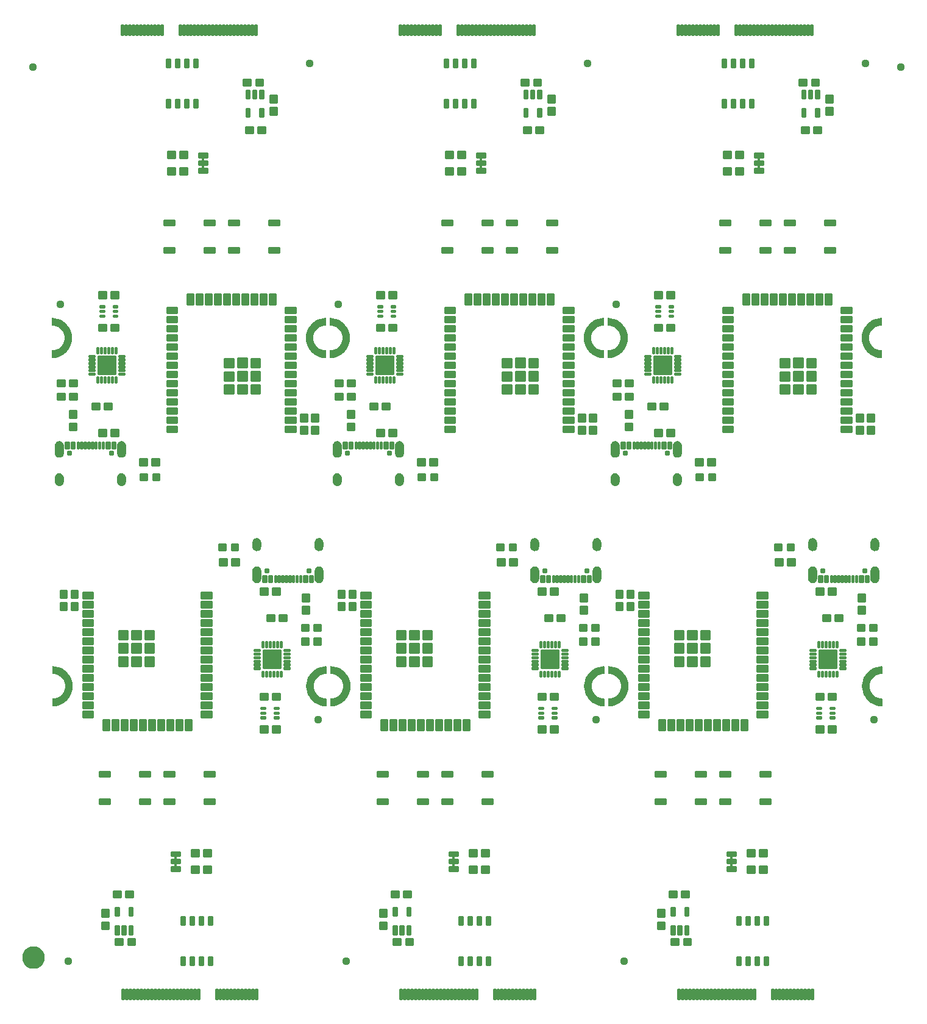
<source format=gts>
G04 EAGLE Gerber RS-274X export*
G75*
%MOMM*%
%FSLAX34Y34*%
%LPD*%
%INSoldermask Top*%
%IPPOS*%
%AMOC8*
5,1,8,0,0,1.08239X$1,22.5*%
G01*
%ADD10C,1.127000*%
%ADD11C,0.225400*%
%ADD12C,0.230578*%
%ADD13C,0.223409*%
%ADD14C,0.228959*%
%ADD15C,0.736600*%
%ADD16C,0.222250*%
%ADD17C,0.240928*%
%ADD18C,0.225369*%
%ADD19C,0.777000*%
%ADD20C,0.428259*%
%ADD21C,0.225938*%
%ADD22C,0.233119*%
%ADD23C,0.228344*%
%ADD24C,1.270000*%
%ADD25C,1.627000*%

G36*
X390171Y895867D02*
X390171Y895867D01*
X390181Y895871D01*
X390207Y895872D01*
X394041Y896706D01*
X394049Y896711D01*
X394075Y896716D01*
X397751Y898088D01*
X397759Y898093D01*
X397783Y898102D01*
X401227Y899983D01*
X401234Y899990D01*
X401257Y900002D01*
X404398Y902353D01*
X404404Y902361D01*
X404425Y902377D01*
X407199Y905151D01*
X407204Y905160D01*
X407223Y905178D01*
X409574Y908319D01*
X409577Y908328D01*
X409593Y908349D01*
X411474Y911793D01*
X411476Y911802D01*
X411488Y911825D01*
X412860Y915501D01*
X412860Y915511D01*
X412870Y915535D01*
X413704Y919369D01*
X413703Y919379D01*
X413709Y919405D01*
X413989Y923318D01*
X413987Y923328D01*
X413989Y923354D01*
X413709Y927267D01*
X413707Y927272D01*
X413708Y927275D01*
X413705Y927281D01*
X413704Y927303D01*
X412870Y931137D01*
X412865Y931145D01*
X412860Y931171D01*
X411488Y934847D01*
X411483Y934855D01*
X411474Y934879D01*
X409593Y938323D01*
X409586Y938330D01*
X409574Y938353D01*
X407223Y941494D01*
X407215Y941500D01*
X407199Y941521D01*
X404425Y944295D01*
X404416Y944300D01*
X404398Y944319D01*
X401257Y946670D01*
X401248Y946673D01*
X401227Y946689D01*
X397783Y948570D01*
X397774Y948572D01*
X397751Y948584D01*
X394075Y949956D01*
X394065Y949956D01*
X394041Y949966D01*
X390207Y950800D01*
X390197Y950799D01*
X390171Y950805D01*
X386258Y951085D01*
X386232Y951079D01*
X386207Y951083D01*
X386165Y951065D01*
X386121Y951055D01*
X386103Y951037D01*
X386079Y951026D01*
X386054Y950988D01*
X386022Y950957D01*
X386016Y950931D01*
X386002Y950910D01*
X385991Y950836D01*
X385991Y940836D01*
X385993Y940829D01*
X385991Y940822D01*
X386012Y940763D01*
X386030Y940702D01*
X386035Y940697D01*
X386038Y940690D01*
X386088Y940652D01*
X386135Y940610D01*
X386142Y940609D01*
X386148Y940604D01*
X386220Y940588D01*
X388938Y940374D01*
X391571Y939742D01*
X394071Y938706D01*
X396379Y937292D01*
X398438Y935534D01*
X400196Y933475D01*
X401610Y931167D01*
X402646Y928667D01*
X403278Y926034D01*
X403490Y923336D01*
X403278Y920638D01*
X402646Y918005D01*
X401610Y915505D01*
X400196Y913197D01*
X398438Y911138D01*
X396379Y909380D01*
X394071Y907966D01*
X391571Y906930D01*
X388938Y906298D01*
X386220Y906084D01*
X386214Y906082D01*
X386207Y906083D01*
X386149Y906057D01*
X386090Y906035D01*
X386085Y906029D01*
X386079Y906026D01*
X386044Y905973D01*
X386006Y905923D01*
X386006Y905916D01*
X386002Y905910D01*
X385991Y905836D01*
X385991Y895836D01*
X385998Y895811D01*
X385996Y895785D01*
X386017Y895745D01*
X386030Y895702D01*
X386050Y895685D01*
X386062Y895662D01*
X386101Y895640D01*
X386135Y895610D01*
X386161Y895606D01*
X386184Y895593D01*
X386258Y895587D01*
X390171Y895867D01*
G37*
G36*
X4771Y412413D02*
X4771Y412413D01*
X4781Y412417D01*
X4807Y412418D01*
X8641Y413252D01*
X8649Y413257D01*
X8675Y413262D01*
X12351Y414634D01*
X12359Y414639D01*
X12383Y414648D01*
X15827Y416529D01*
X15834Y416536D01*
X15857Y416548D01*
X18998Y418899D01*
X19004Y418907D01*
X19025Y418923D01*
X21799Y421697D01*
X21804Y421706D01*
X21823Y421724D01*
X24174Y424865D01*
X24177Y424874D01*
X24193Y424895D01*
X26074Y428339D01*
X26076Y428348D01*
X26088Y428371D01*
X27460Y432047D01*
X27460Y432057D01*
X27470Y432081D01*
X28304Y435915D01*
X28303Y435925D01*
X28309Y435951D01*
X28589Y439864D01*
X28587Y439874D01*
X28589Y439900D01*
X28309Y443813D01*
X28307Y443818D01*
X28308Y443821D01*
X28305Y443827D01*
X28304Y443849D01*
X27470Y447683D01*
X27465Y447691D01*
X27460Y447717D01*
X26088Y451393D01*
X26083Y451401D01*
X26074Y451425D01*
X24193Y454869D01*
X24186Y454876D01*
X24174Y454899D01*
X21823Y458040D01*
X21815Y458046D01*
X21799Y458067D01*
X19025Y460841D01*
X19016Y460846D01*
X18998Y460865D01*
X15857Y463216D01*
X15848Y463219D01*
X15827Y463235D01*
X12383Y465116D01*
X12374Y465118D01*
X12351Y465130D01*
X8675Y466502D01*
X8665Y466502D01*
X8641Y466512D01*
X4807Y467346D01*
X4797Y467345D01*
X4771Y467351D01*
X858Y467631D01*
X832Y467625D01*
X807Y467629D01*
X765Y467611D01*
X721Y467601D01*
X703Y467583D01*
X679Y467572D01*
X654Y467534D01*
X622Y467503D01*
X616Y467477D01*
X602Y467456D01*
X591Y467382D01*
X591Y457382D01*
X593Y457375D01*
X591Y457368D01*
X612Y457309D01*
X630Y457248D01*
X635Y457243D01*
X638Y457236D01*
X688Y457198D01*
X735Y457156D01*
X742Y457155D01*
X748Y457150D01*
X820Y457134D01*
X3538Y456920D01*
X6171Y456288D01*
X8671Y455252D01*
X10979Y453838D01*
X13038Y452080D01*
X14796Y450021D01*
X16210Y447713D01*
X17246Y445213D01*
X17878Y442580D01*
X18090Y439882D01*
X17878Y437184D01*
X17246Y434551D01*
X16210Y432051D01*
X14796Y429743D01*
X13038Y427684D01*
X10979Y425926D01*
X8671Y424512D01*
X6171Y423476D01*
X3538Y422844D01*
X820Y422630D01*
X814Y422628D01*
X807Y422629D01*
X749Y422603D01*
X690Y422581D01*
X685Y422575D01*
X679Y422572D01*
X644Y422519D01*
X606Y422469D01*
X606Y422462D01*
X602Y422456D01*
X591Y422382D01*
X591Y412382D01*
X598Y412357D01*
X596Y412331D01*
X617Y412291D01*
X630Y412248D01*
X650Y412231D01*
X662Y412208D01*
X701Y412186D01*
X735Y412156D01*
X761Y412152D01*
X784Y412139D01*
X858Y412133D01*
X4771Y412413D01*
G37*
G36*
X390851Y412413D02*
X390851Y412413D01*
X390861Y412417D01*
X390887Y412418D01*
X394721Y413252D01*
X394729Y413257D01*
X394755Y413262D01*
X398431Y414634D01*
X398439Y414639D01*
X398463Y414648D01*
X401907Y416529D01*
X401914Y416536D01*
X401937Y416548D01*
X405078Y418899D01*
X405084Y418907D01*
X405105Y418923D01*
X407879Y421697D01*
X407884Y421706D01*
X407903Y421724D01*
X410254Y424865D01*
X410257Y424874D01*
X410273Y424895D01*
X412154Y428339D01*
X412156Y428348D01*
X412168Y428371D01*
X413540Y432047D01*
X413540Y432057D01*
X413550Y432081D01*
X414384Y435915D01*
X414383Y435925D01*
X414389Y435951D01*
X414669Y439864D01*
X414667Y439874D01*
X414669Y439900D01*
X414389Y443813D01*
X414387Y443818D01*
X414388Y443821D01*
X414385Y443827D01*
X414384Y443849D01*
X413550Y447683D01*
X413545Y447691D01*
X413540Y447717D01*
X412168Y451393D01*
X412163Y451401D01*
X412154Y451425D01*
X410273Y454869D01*
X410266Y454876D01*
X410254Y454899D01*
X407903Y458040D01*
X407895Y458046D01*
X407879Y458067D01*
X405105Y460841D01*
X405096Y460846D01*
X405078Y460865D01*
X401937Y463216D01*
X401928Y463219D01*
X401907Y463235D01*
X398463Y465116D01*
X398454Y465118D01*
X398431Y465130D01*
X394755Y466502D01*
X394745Y466502D01*
X394721Y466512D01*
X390887Y467346D01*
X390877Y467345D01*
X390851Y467351D01*
X386938Y467631D01*
X386912Y467625D01*
X386887Y467629D01*
X386845Y467611D01*
X386801Y467601D01*
X386783Y467583D01*
X386759Y467572D01*
X386734Y467534D01*
X386702Y467503D01*
X386696Y467477D01*
X386682Y467456D01*
X386671Y467382D01*
X386671Y457382D01*
X386673Y457375D01*
X386671Y457368D01*
X386692Y457309D01*
X386710Y457248D01*
X386715Y457243D01*
X386718Y457236D01*
X386768Y457198D01*
X386815Y457156D01*
X386822Y457155D01*
X386828Y457150D01*
X386900Y457134D01*
X389618Y456920D01*
X392251Y456288D01*
X394751Y455252D01*
X397059Y453838D01*
X399118Y452080D01*
X400876Y450021D01*
X402290Y447713D01*
X403326Y445213D01*
X403958Y442580D01*
X404170Y439882D01*
X403958Y437184D01*
X403326Y434551D01*
X402290Y432051D01*
X400876Y429743D01*
X399118Y427684D01*
X397059Y425926D01*
X394751Y424512D01*
X392251Y423476D01*
X389618Y422844D01*
X386900Y422630D01*
X386894Y422628D01*
X386887Y422629D01*
X386829Y422603D01*
X386770Y422581D01*
X386765Y422575D01*
X386759Y422572D01*
X386724Y422519D01*
X386686Y422469D01*
X386686Y422462D01*
X386682Y422456D01*
X386671Y422382D01*
X386671Y412382D01*
X386678Y412357D01*
X386676Y412331D01*
X386697Y412291D01*
X386710Y412248D01*
X386730Y412231D01*
X386742Y412208D01*
X386781Y412186D01*
X386815Y412156D01*
X386841Y412152D01*
X386864Y412139D01*
X386938Y412133D01*
X390851Y412413D01*
G37*
G36*
X776251Y895867D02*
X776251Y895867D01*
X776261Y895871D01*
X776287Y895872D01*
X780121Y896706D01*
X780129Y896711D01*
X780155Y896716D01*
X783831Y898088D01*
X783839Y898093D01*
X783863Y898102D01*
X787307Y899983D01*
X787314Y899990D01*
X787337Y900002D01*
X790478Y902353D01*
X790484Y902361D01*
X790505Y902377D01*
X793279Y905151D01*
X793284Y905160D01*
X793303Y905178D01*
X795654Y908319D01*
X795657Y908328D01*
X795673Y908349D01*
X797554Y911793D01*
X797556Y911802D01*
X797568Y911825D01*
X798940Y915501D01*
X798940Y915511D01*
X798950Y915535D01*
X799784Y919369D01*
X799783Y919379D01*
X799789Y919405D01*
X800069Y923318D01*
X800067Y923328D01*
X800069Y923354D01*
X799789Y927267D01*
X799787Y927272D01*
X799788Y927275D01*
X799785Y927281D01*
X799784Y927303D01*
X798950Y931137D01*
X798945Y931145D01*
X798940Y931171D01*
X797568Y934847D01*
X797563Y934855D01*
X797554Y934879D01*
X795673Y938323D01*
X795666Y938330D01*
X795654Y938353D01*
X793303Y941494D01*
X793295Y941500D01*
X793279Y941521D01*
X790505Y944295D01*
X790496Y944300D01*
X790478Y944319D01*
X787337Y946670D01*
X787328Y946673D01*
X787307Y946689D01*
X783863Y948570D01*
X783854Y948572D01*
X783831Y948584D01*
X780155Y949956D01*
X780145Y949956D01*
X780121Y949966D01*
X776287Y950800D01*
X776277Y950799D01*
X776251Y950805D01*
X772338Y951085D01*
X772312Y951079D01*
X772287Y951083D01*
X772245Y951065D01*
X772201Y951055D01*
X772183Y951037D01*
X772159Y951026D01*
X772134Y950988D01*
X772102Y950957D01*
X772096Y950931D01*
X772082Y950910D01*
X772071Y950836D01*
X772071Y940836D01*
X772073Y940829D01*
X772071Y940822D01*
X772092Y940763D01*
X772110Y940702D01*
X772115Y940697D01*
X772118Y940690D01*
X772168Y940652D01*
X772215Y940610D01*
X772222Y940609D01*
X772228Y940604D01*
X772300Y940588D01*
X775018Y940374D01*
X777651Y939742D01*
X780151Y938706D01*
X782459Y937292D01*
X784518Y935534D01*
X786276Y933475D01*
X787690Y931167D01*
X788726Y928667D01*
X789358Y926034D01*
X789570Y923336D01*
X789358Y920638D01*
X788726Y918005D01*
X787690Y915505D01*
X786276Y913197D01*
X784518Y911138D01*
X782459Y909380D01*
X780151Y907966D01*
X777651Y906930D01*
X775018Y906298D01*
X772300Y906084D01*
X772294Y906082D01*
X772287Y906083D01*
X772229Y906057D01*
X772170Y906035D01*
X772165Y906029D01*
X772159Y906026D01*
X772124Y905973D01*
X772086Y905923D01*
X772086Y905916D01*
X772082Y905910D01*
X772071Y905836D01*
X772071Y895836D01*
X772078Y895811D01*
X772076Y895785D01*
X772097Y895745D01*
X772110Y895702D01*
X772130Y895685D01*
X772142Y895662D01*
X772181Y895640D01*
X772215Y895610D01*
X772241Y895606D01*
X772264Y895593D01*
X772338Y895587D01*
X776251Y895867D01*
G37*
G36*
X4091Y895867D02*
X4091Y895867D01*
X4101Y895871D01*
X4127Y895872D01*
X7961Y896706D01*
X7969Y896711D01*
X7995Y896716D01*
X11671Y898088D01*
X11679Y898093D01*
X11703Y898102D01*
X15147Y899983D01*
X15154Y899990D01*
X15177Y900002D01*
X18318Y902353D01*
X18324Y902361D01*
X18345Y902377D01*
X21119Y905151D01*
X21124Y905160D01*
X21143Y905178D01*
X23494Y908319D01*
X23497Y908328D01*
X23513Y908349D01*
X25394Y911793D01*
X25396Y911802D01*
X25408Y911825D01*
X26780Y915501D01*
X26780Y915511D01*
X26790Y915535D01*
X27624Y919369D01*
X27623Y919379D01*
X27629Y919405D01*
X27909Y923318D01*
X27907Y923328D01*
X27909Y923354D01*
X27629Y927267D01*
X27627Y927272D01*
X27628Y927275D01*
X27625Y927281D01*
X27624Y927303D01*
X26790Y931137D01*
X26785Y931145D01*
X26780Y931171D01*
X25408Y934847D01*
X25403Y934855D01*
X25394Y934879D01*
X23513Y938323D01*
X23506Y938330D01*
X23494Y938353D01*
X21143Y941494D01*
X21135Y941500D01*
X21119Y941521D01*
X18345Y944295D01*
X18336Y944300D01*
X18318Y944319D01*
X15177Y946670D01*
X15168Y946673D01*
X15147Y946689D01*
X11703Y948570D01*
X11694Y948572D01*
X11671Y948584D01*
X7995Y949956D01*
X7985Y949956D01*
X7961Y949966D01*
X4127Y950800D01*
X4117Y950799D01*
X4091Y950805D01*
X178Y951085D01*
X152Y951079D01*
X127Y951083D01*
X85Y951065D01*
X41Y951055D01*
X23Y951037D01*
X-1Y951026D01*
X-26Y950988D01*
X-58Y950957D01*
X-64Y950931D01*
X-78Y950910D01*
X-89Y950836D01*
X-89Y940836D01*
X-87Y940829D01*
X-89Y940822D01*
X-68Y940763D01*
X-50Y940702D01*
X-45Y940697D01*
X-42Y940690D01*
X8Y940652D01*
X55Y940610D01*
X62Y940609D01*
X68Y940604D01*
X140Y940588D01*
X2858Y940374D01*
X5491Y939742D01*
X7991Y938706D01*
X10299Y937292D01*
X12358Y935534D01*
X14116Y933475D01*
X15530Y931167D01*
X16566Y928667D01*
X17198Y926034D01*
X17410Y923336D01*
X17198Y920638D01*
X16566Y918005D01*
X15530Y915505D01*
X14116Y913197D01*
X12358Y911138D01*
X10299Y909380D01*
X7991Y907966D01*
X5491Y906930D01*
X2858Y906298D01*
X140Y906084D01*
X134Y906082D01*
X127Y906083D01*
X69Y906057D01*
X10Y906035D01*
X5Y906029D01*
X-1Y906026D01*
X-36Y905973D01*
X-74Y905923D01*
X-74Y905916D01*
X-78Y905910D01*
X-89Y905836D01*
X-89Y895836D01*
X-82Y895811D01*
X-84Y895785D01*
X-63Y895745D01*
X-50Y895702D01*
X-30Y895685D01*
X-18Y895662D01*
X21Y895640D01*
X55Y895610D01*
X81Y895606D01*
X104Y895593D01*
X178Y895587D01*
X4091Y895867D01*
G37*
G36*
X776931Y412413D02*
X776931Y412413D01*
X776941Y412417D01*
X776967Y412418D01*
X780801Y413252D01*
X780809Y413257D01*
X780835Y413262D01*
X784511Y414634D01*
X784519Y414639D01*
X784543Y414648D01*
X787987Y416529D01*
X787994Y416536D01*
X788017Y416548D01*
X791158Y418899D01*
X791164Y418907D01*
X791185Y418923D01*
X793959Y421697D01*
X793964Y421706D01*
X793983Y421724D01*
X796334Y424865D01*
X796337Y424874D01*
X796353Y424895D01*
X798234Y428339D01*
X798236Y428348D01*
X798248Y428371D01*
X799620Y432047D01*
X799620Y432057D01*
X799630Y432081D01*
X800464Y435915D01*
X800463Y435925D01*
X800469Y435951D01*
X800749Y439864D01*
X800747Y439874D01*
X800749Y439900D01*
X800469Y443813D01*
X800467Y443818D01*
X800468Y443821D01*
X800465Y443827D01*
X800464Y443849D01*
X799630Y447683D01*
X799625Y447691D01*
X799620Y447717D01*
X798248Y451393D01*
X798243Y451401D01*
X798234Y451425D01*
X796353Y454869D01*
X796346Y454876D01*
X796334Y454899D01*
X793983Y458040D01*
X793975Y458046D01*
X793959Y458067D01*
X791185Y460841D01*
X791176Y460846D01*
X791158Y460865D01*
X788017Y463216D01*
X788008Y463219D01*
X787987Y463235D01*
X784543Y465116D01*
X784534Y465118D01*
X784511Y465130D01*
X780835Y466502D01*
X780825Y466502D01*
X780801Y466512D01*
X776967Y467346D01*
X776957Y467345D01*
X776931Y467351D01*
X773018Y467631D01*
X772992Y467625D01*
X772967Y467629D01*
X772925Y467611D01*
X772881Y467601D01*
X772863Y467583D01*
X772839Y467572D01*
X772814Y467534D01*
X772782Y467503D01*
X772776Y467477D01*
X772762Y467456D01*
X772751Y467382D01*
X772751Y457382D01*
X772753Y457375D01*
X772751Y457368D01*
X772772Y457309D01*
X772790Y457248D01*
X772795Y457243D01*
X772798Y457236D01*
X772848Y457198D01*
X772895Y457156D01*
X772902Y457155D01*
X772908Y457150D01*
X772980Y457134D01*
X775698Y456920D01*
X778331Y456288D01*
X780831Y455252D01*
X783139Y453838D01*
X785198Y452080D01*
X786956Y450021D01*
X788370Y447713D01*
X789406Y445213D01*
X790038Y442580D01*
X790250Y439882D01*
X790038Y437184D01*
X789406Y434551D01*
X788370Y432051D01*
X786956Y429743D01*
X785198Y427684D01*
X783139Y425926D01*
X780831Y424512D01*
X778331Y423476D01*
X775698Y422844D01*
X772980Y422630D01*
X772974Y422628D01*
X772967Y422629D01*
X772909Y422603D01*
X772850Y422581D01*
X772845Y422575D01*
X772839Y422572D01*
X772804Y422519D01*
X772766Y422469D01*
X772766Y422462D01*
X772762Y422456D01*
X772751Y422382D01*
X772751Y412382D01*
X772758Y412357D01*
X772756Y412331D01*
X772777Y412291D01*
X772790Y412248D01*
X772810Y412231D01*
X772822Y412208D01*
X772861Y412186D01*
X772895Y412156D01*
X772921Y412152D01*
X772944Y412139D01*
X773018Y412133D01*
X776931Y412413D01*
G37*
G36*
X766928Y412139D02*
X766928Y412139D01*
X766953Y412135D01*
X766995Y412153D01*
X767039Y412163D01*
X767057Y412181D01*
X767081Y412192D01*
X767106Y412230D01*
X767138Y412261D01*
X767144Y412287D01*
X767158Y412309D01*
X767169Y412382D01*
X767169Y422382D01*
X767167Y422389D01*
X767169Y422396D01*
X767148Y422455D01*
X767130Y422516D01*
X767125Y422521D01*
X767122Y422528D01*
X767072Y422567D01*
X767025Y422608D01*
X767018Y422609D01*
X767012Y422614D01*
X766940Y422630D01*
X764222Y422844D01*
X761589Y423476D01*
X759089Y424512D01*
X756781Y425926D01*
X754722Y427684D01*
X752964Y429743D01*
X751550Y432051D01*
X750514Y434551D01*
X749882Y437184D01*
X749670Y439882D01*
X749882Y442580D01*
X750514Y445213D01*
X751550Y447713D01*
X752964Y450021D01*
X754722Y452080D01*
X756781Y453838D01*
X759089Y455252D01*
X761589Y456288D01*
X764222Y456920D01*
X766940Y457134D01*
X766946Y457136D01*
X766953Y457135D01*
X767011Y457161D01*
X767070Y457183D01*
X767075Y457189D01*
X767081Y457192D01*
X767116Y457245D01*
X767154Y457295D01*
X767154Y457303D01*
X767158Y457309D01*
X767169Y457382D01*
X767169Y467382D01*
X767162Y467407D01*
X767164Y467433D01*
X767143Y467473D01*
X767130Y467516D01*
X767110Y467533D01*
X767098Y467556D01*
X767059Y467578D01*
X767025Y467608D01*
X766999Y467612D01*
X766976Y467625D01*
X766902Y467631D01*
X762989Y467351D01*
X762979Y467347D01*
X762953Y467346D01*
X759119Y466512D01*
X759111Y466507D01*
X759085Y466502D01*
X755409Y465130D01*
X755401Y465125D01*
X755377Y465116D01*
X751933Y463235D01*
X751926Y463228D01*
X751903Y463216D01*
X748762Y460865D01*
X748756Y460857D01*
X748735Y460841D01*
X745961Y458067D01*
X745956Y458058D01*
X745937Y458040D01*
X743586Y454899D01*
X743583Y454890D01*
X743567Y454869D01*
X741686Y451425D01*
X741684Y451416D01*
X741672Y451393D01*
X740300Y447717D01*
X740300Y447707D01*
X740290Y447683D01*
X739456Y443849D01*
X739457Y443839D01*
X739451Y443813D01*
X739171Y439900D01*
X739173Y439890D01*
X739171Y439864D01*
X739451Y435951D01*
X739455Y435941D01*
X739456Y435915D01*
X740290Y432081D01*
X740295Y432073D01*
X740300Y432047D01*
X741672Y428371D01*
X741677Y428363D01*
X741686Y428339D01*
X743567Y424895D01*
X743574Y424888D01*
X743586Y424865D01*
X745937Y421724D01*
X745945Y421718D01*
X745961Y421697D01*
X748735Y418923D01*
X748744Y418918D01*
X748762Y418899D01*
X751903Y416548D01*
X751912Y416545D01*
X751933Y416529D01*
X755377Y414648D01*
X755386Y414646D01*
X755409Y414634D01*
X759085Y413262D01*
X759095Y413262D01*
X759119Y413252D01*
X762953Y412418D01*
X762963Y412419D01*
X762989Y412413D01*
X766902Y412133D01*
X766928Y412139D01*
G37*
G36*
X1153008Y412139D02*
X1153008Y412139D01*
X1153033Y412135D01*
X1153075Y412153D01*
X1153119Y412163D01*
X1153137Y412181D01*
X1153161Y412192D01*
X1153186Y412230D01*
X1153218Y412261D01*
X1153224Y412287D01*
X1153238Y412309D01*
X1153249Y412382D01*
X1153249Y422382D01*
X1153247Y422389D01*
X1153249Y422396D01*
X1153228Y422455D01*
X1153210Y422516D01*
X1153205Y422521D01*
X1153202Y422528D01*
X1153152Y422567D01*
X1153105Y422608D01*
X1153098Y422609D01*
X1153092Y422614D01*
X1153020Y422630D01*
X1150302Y422844D01*
X1147669Y423476D01*
X1145169Y424512D01*
X1142861Y425926D01*
X1140802Y427684D01*
X1139044Y429743D01*
X1137630Y432051D01*
X1136594Y434551D01*
X1135962Y437184D01*
X1135750Y439882D01*
X1135962Y442580D01*
X1136594Y445213D01*
X1137630Y447713D01*
X1139044Y450021D01*
X1140802Y452080D01*
X1142861Y453838D01*
X1145169Y455252D01*
X1147669Y456288D01*
X1150302Y456920D01*
X1153020Y457134D01*
X1153026Y457136D01*
X1153033Y457135D01*
X1153091Y457161D01*
X1153150Y457183D01*
X1153155Y457189D01*
X1153161Y457192D01*
X1153196Y457245D01*
X1153234Y457295D01*
X1153234Y457303D01*
X1153238Y457309D01*
X1153249Y457382D01*
X1153249Y467382D01*
X1153242Y467407D01*
X1153244Y467433D01*
X1153223Y467473D01*
X1153210Y467516D01*
X1153190Y467533D01*
X1153178Y467556D01*
X1153139Y467578D01*
X1153105Y467608D01*
X1153079Y467612D01*
X1153056Y467625D01*
X1152982Y467631D01*
X1149069Y467351D01*
X1149059Y467347D01*
X1149033Y467346D01*
X1145199Y466512D01*
X1145191Y466507D01*
X1145165Y466502D01*
X1141489Y465130D01*
X1141481Y465125D01*
X1141457Y465116D01*
X1138013Y463235D01*
X1138006Y463228D01*
X1137983Y463216D01*
X1134842Y460865D01*
X1134836Y460857D01*
X1134815Y460841D01*
X1132041Y458067D01*
X1132036Y458058D01*
X1132017Y458040D01*
X1129666Y454899D01*
X1129663Y454890D01*
X1129647Y454869D01*
X1127766Y451425D01*
X1127764Y451416D01*
X1127752Y451393D01*
X1126380Y447717D01*
X1126380Y447707D01*
X1126370Y447683D01*
X1125536Y443849D01*
X1125537Y443839D01*
X1125531Y443813D01*
X1125251Y439900D01*
X1125253Y439890D01*
X1125251Y439864D01*
X1125531Y435951D01*
X1125535Y435941D01*
X1125536Y435915D01*
X1126370Y432081D01*
X1126375Y432073D01*
X1126380Y432047D01*
X1127752Y428371D01*
X1127757Y428363D01*
X1127766Y428339D01*
X1129647Y424895D01*
X1129654Y424888D01*
X1129666Y424865D01*
X1132017Y421724D01*
X1132025Y421718D01*
X1132041Y421697D01*
X1134815Y418923D01*
X1134824Y418918D01*
X1134842Y418899D01*
X1137983Y416548D01*
X1137992Y416545D01*
X1138013Y416529D01*
X1141457Y414648D01*
X1141466Y414646D01*
X1141489Y414634D01*
X1145165Y413262D01*
X1145175Y413262D01*
X1145199Y413252D01*
X1149033Y412418D01*
X1149043Y412419D01*
X1149069Y412413D01*
X1152982Y412133D01*
X1153008Y412139D01*
G37*
G36*
X1152328Y895593D02*
X1152328Y895593D01*
X1152353Y895589D01*
X1152395Y895607D01*
X1152439Y895617D01*
X1152457Y895635D01*
X1152481Y895646D01*
X1152506Y895684D01*
X1152538Y895715D01*
X1152544Y895741D01*
X1152558Y895763D01*
X1152569Y895836D01*
X1152569Y905836D01*
X1152567Y905843D01*
X1152569Y905850D01*
X1152548Y905909D01*
X1152530Y905970D01*
X1152525Y905975D01*
X1152522Y905982D01*
X1152472Y906021D01*
X1152425Y906062D01*
X1152418Y906063D01*
X1152412Y906068D01*
X1152340Y906084D01*
X1149622Y906298D01*
X1146989Y906930D01*
X1144489Y907966D01*
X1142181Y909380D01*
X1140122Y911138D01*
X1138364Y913197D01*
X1136950Y915505D01*
X1135914Y918005D01*
X1135282Y920638D01*
X1135070Y923336D01*
X1135282Y926034D01*
X1135914Y928667D01*
X1136950Y931167D01*
X1138364Y933475D01*
X1140122Y935534D01*
X1142181Y937292D01*
X1144489Y938706D01*
X1146989Y939742D01*
X1149622Y940374D01*
X1152340Y940588D01*
X1152346Y940590D01*
X1152353Y940589D01*
X1152411Y940615D01*
X1152470Y940637D01*
X1152475Y940643D01*
X1152481Y940646D01*
X1152516Y940699D01*
X1152554Y940749D01*
X1152554Y940757D01*
X1152558Y940763D01*
X1152569Y940836D01*
X1152569Y950836D01*
X1152562Y950861D01*
X1152564Y950887D01*
X1152543Y950927D01*
X1152530Y950970D01*
X1152510Y950987D01*
X1152498Y951010D01*
X1152459Y951032D01*
X1152425Y951062D01*
X1152399Y951066D01*
X1152376Y951079D01*
X1152302Y951085D01*
X1148389Y950805D01*
X1148379Y950801D01*
X1148353Y950800D01*
X1144519Y949966D01*
X1144511Y949961D01*
X1144485Y949956D01*
X1140809Y948584D01*
X1140801Y948579D01*
X1140777Y948570D01*
X1137333Y946689D01*
X1137326Y946682D01*
X1137303Y946670D01*
X1134162Y944319D01*
X1134156Y944311D01*
X1134135Y944295D01*
X1131361Y941521D01*
X1131356Y941512D01*
X1131337Y941494D01*
X1128986Y938353D01*
X1128983Y938344D01*
X1128967Y938323D01*
X1127086Y934879D01*
X1127084Y934870D01*
X1127072Y934847D01*
X1125700Y931171D01*
X1125700Y931161D01*
X1125690Y931137D01*
X1124856Y927303D01*
X1124857Y927293D01*
X1124851Y927267D01*
X1124571Y923354D01*
X1124573Y923344D01*
X1124571Y923318D01*
X1124851Y919405D01*
X1124855Y919395D01*
X1124856Y919369D01*
X1125690Y915535D01*
X1125695Y915527D01*
X1125700Y915501D01*
X1127072Y911825D01*
X1127077Y911817D01*
X1127086Y911793D01*
X1128967Y908349D01*
X1128974Y908342D01*
X1128986Y908319D01*
X1131337Y905178D01*
X1131345Y905172D01*
X1131361Y905151D01*
X1134135Y902377D01*
X1134144Y902372D01*
X1134162Y902353D01*
X1137303Y900002D01*
X1137312Y899999D01*
X1137333Y899983D01*
X1140777Y898102D01*
X1140786Y898100D01*
X1140809Y898088D01*
X1144485Y896716D01*
X1144495Y896716D01*
X1144519Y896706D01*
X1148353Y895872D01*
X1148363Y895873D01*
X1148389Y895867D01*
X1152302Y895587D01*
X1152328Y895593D01*
G37*
G36*
X766248Y895593D02*
X766248Y895593D01*
X766273Y895589D01*
X766315Y895607D01*
X766359Y895617D01*
X766377Y895635D01*
X766401Y895646D01*
X766426Y895684D01*
X766458Y895715D01*
X766464Y895741D01*
X766478Y895763D01*
X766489Y895836D01*
X766489Y905836D01*
X766487Y905843D01*
X766489Y905850D01*
X766468Y905909D01*
X766450Y905970D01*
X766445Y905975D01*
X766442Y905982D01*
X766392Y906021D01*
X766345Y906062D01*
X766338Y906063D01*
X766332Y906068D01*
X766260Y906084D01*
X763542Y906298D01*
X760909Y906930D01*
X758409Y907966D01*
X756101Y909380D01*
X754042Y911138D01*
X752284Y913197D01*
X750870Y915505D01*
X749834Y918005D01*
X749202Y920638D01*
X748990Y923336D01*
X749202Y926034D01*
X749834Y928667D01*
X750870Y931167D01*
X752284Y933475D01*
X754042Y935534D01*
X756101Y937292D01*
X758409Y938706D01*
X760909Y939742D01*
X763542Y940374D01*
X766260Y940588D01*
X766266Y940590D01*
X766273Y940589D01*
X766331Y940615D01*
X766390Y940637D01*
X766395Y940643D01*
X766401Y940646D01*
X766436Y940699D01*
X766474Y940749D01*
X766474Y940757D01*
X766478Y940763D01*
X766489Y940836D01*
X766489Y950836D01*
X766482Y950861D01*
X766484Y950887D01*
X766463Y950927D01*
X766450Y950970D01*
X766430Y950987D01*
X766418Y951010D01*
X766379Y951032D01*
X766345Y951062D01*
X766319Y951066D01*
X766296Y951079D01*
X766222Y951085D01*
X762309Y950805D01*
X762299Y950801D01*
X762273Y950800D01*
X758439Y949966D01*
X758431Y949961D01*
X758405Y949956D01*
X754729Y948584D01*
X754721Y948579D01*
X754697Y948570D01*
X751253Y946689D01*
X751246Y946682D01*
X751223Y946670D01*
X748082Y944319D01*
X748076Y944311D01*
X748055Y944295D01*
X745281Y941521D01*
X745276Y941512D01*
X745257Y941494D01*
X742906Y938353D01*
X742903Y938344D01*
X742887Y938323D01*
X741006Y934879D01*
X741004Y934870D01*
X740992Y934847D01*
X739620Y931171D01*
X739620Y931161D01*
X739610Y931137D01*
X738776Y927303D01*
X738777Y927293D01*
X738771Y927267D01*
X738491Y923354D01*
X738493Y923344D01*
X738491Y923318D01*
X738771Y919405D01*
X738775Y919395D01*
X738776Y919369D01*
X739610Y915535D01*
X739615Y915527D01*
X739620Y915501D01*
X740992Y911825D01*
X740997Y911817D01*
X741006Y911793D01*
X742887Y908349D01*
X742894Y908342D01*
X742906Y908319D01*
X745257Y905178D01*
X745265Y905172D01*
X745281Y905151D01*
X748055Y902377D01*
X748064Y902372D01*
X748082Y902353D01*
X751223Y900002D01*
X751232Y899999D01*
X751253Y899983D01*
X754697Y898102D01*
X754706Y898100D01*
X754729Y898088D01*
X758405Y896716D01*
X758415Y896716D01*
X758439Y896706D01*
X762273Y895872D01*
X762283Y895873D01*
X762309Y895867D01*
X766222Y895587D01*
X766248Y895593D01*
G37*
G36*
X380168Y895593D02*
X380168Y895593D01*
X380193Y895589D01*
X380235Y895607D01*
X380279Y895617D01*
X380297Y895635D01*
X380321Y895646D01*
X380346Y895684D01*
X380378Y895715D01*
X380384Y895741D01*
X380398Y895763D01*
X380409Y895836D01*
X380409Y905836D01*
X380407Y905843D01*
X380409Y905850D01*
X380388Y905909D01*
X380370Y905970D01*
X380365Y905975D01*
X380362Y905982D01*
X380312Y906021D01*
X380265Y906062D01*
X380258Y906063D01*
X380252Y906068D01*
X380180Y906084D01*
X377462Y906298D01*
X374829Y906930D01*
X372329Y907966D01*
X370021Y909380D01*
X367962Y911138D01*
X366204Y913197D01*
X364790Y915505D01*
X363754Y918005D01*
X363122Y920638D01*
X362910Y923336D01*
X363122Y926034D01*
X363754Y928667D01*
X364790Y931167D01*
X366204Y933475D01*
X367962Y935534D01*
X370021Y937292D01*
X372329Y938706D01*
X374829Y939742D01*
X377462Y940374D01*
X380180Y940588D01*
X380186Y940590D01*
X380193Y940589D01*
X380251Y940615D01*
X380310Y940637D01*
X380315Y940643D01*
X380321Y940646D01*
X380356Y940699D01*
X380394Y940749D01*
X380394Y940757D01*
X380398Y940763D01*
X380409Y940836D01*
X380409Y950836D01*
X380402Y950861D01*
X380404Y950887D01*
X380383Y950927D01*
X380370Y950970D01*
X380350Y950987D01*
X380338Y951010D01*
X380299Y951032D01*
X380265Y951062D01*
X380239Y951066D01*
X380216Y951079D01*
X380142Y951085D01*
X376229Y950805D01*
X376219Y950801D01*
X376193Y950800D01*
X372359Y949966D01*
X372351Y949961D01*
X372325Y949956D01*
X368649Y948584D01*
X368641Y948579D01*
X368617Y948570D01*
X365173Y946689D01*
X365166Y946682D01*
X365143Y946670D01*
X362002Y944319D01*
X361996Y944311D01*
X361975Y944295D01*
X359201Y941521D01*
X359196Y941512D01*
X359177Y941494D01*
X356826Y938353D01*
X356823Y938344D01*
X356807Y938323D01*
X354926Y934879D01*
X354924Y934870D01*
X354912Y934847D01*
X353540Y931171D01*
X353540Y931161D01*
X353530Y931137D01*
X352696Y927303D01*
X352697Y927293D01*
X352691Y927267D01*
X352411Y923354D01*
X352413Y923344D01*
X352411Y923318D01*
X352691Y919405D01*
X352695Y919395D01*
X352696Y919369D01*
X353530Y915535D01*
X353535Y915527D01*
X353540Y915501D01*
X354912Y911825D01*
X354917Y911817D01*
X354926Y911793D01*
X356807Y908349D01*
X356814Y908342D01*
X356826Y908319D01*
X359177Y905178D01*
X359185Y905172D01*
X359201Y905151D01*
X361975Y902377D01*
X361984Y902372D01*
X362002Y902353D01*
X365143Y900002D01*
X365152Y899999D01*
X365173Y899983D01*
X368617Y898102D01*
X368626Y898100D01*
X368649Y898088D01*
X372325Y896716D01*
X372335Y896716D01*
X372359Y896706D01*
X376193Y895872D01*
X376203Y895873D01*
X376229Y895867D01*
X380142Y895587D01*
X380168Y895593D01*
G37*
G36*
X380848Y412139D02*
X380848Y412139D01*
X380873Y412135D01*
X380915Y412153D01*
X380959Y412163D01*
X380977Y412181D01*
X381001Y412192D01*
X381026Y412230D01*
X381058Y412261D01*
X381064Y412287D01*
X381078Y412309D01*
X381089Y412382D01*
X381089Y422382D01*
X381087Y422389D01*
X381089Y422396D01*
X381068Y422455D01*
X381050Y422516D01*
X381045Y422521D01*
X381042Y422528D01*
X380992Y422567D01*
X380945Y422608D01*
X380938Y422609D01*
X380932Y422614D01*
X380860Y422630D01*
X378142Y422844D01*
X375509Y423476D01*
X373009Y424512D01*
X370701Y425926D01*
X368642Y427684D01*
X366884Y429743D01*
X365470Y432051D01*
X364434Y434551D01*
X363802Y437184D01*
X363590Y439882D01*
X363802Y442580D01*
X364434Y445213D01*
X365470Y447713D01*
X366884Y450021D01*
X368642Y452080D01*
X370701Y453838D01*
X373009Y455252D01*
X375509Y456288D01*
X378142Y456920D01*
X380860Y457134D01*
X380866Y457136D01*
X380873Y457135D01*
X380931Y457161D01*
X380990Y457183D01*
X380995Y457189D01*
X381001Y457192D01*
X381036Y457245D01*
X381074Y457295D01*
X381074Y457303D01*
X381078Y457309D01*
X381089Y457382D01*
X381089Y467382D01*
X381082Y467407D01*
X381084Y467433D01*
X381063Y467473D01*
X381050Y467516D01*
X381030Y467533D01*
X381018Y467556D01*
X380979Y467578D01*
X380945Y467608D01*
X380919Y467612D01*
X380896Y467625D01*
X380822Y467631D01*
X376909Y467351D01*
X376899Y467347D01*
X376873Y467346D01*
X373039Y466512D01*
X373031Y466507D01*
X373005Y466502D01*
X369329Y465130D01*
X369321Y465125D01*
X369297Y465116D01*
X365853Y463235D01*
X365846Y463228D01*
X365823Y463216D01*
X362682Y460865D01*
X362676Y460857D01*
X362655Y460841D01*
X359881Y458067D01*
X359876Y458058D01*
X359857Y458040D01*
X357506Y454899D01*
X357503Y454890D01*
X357487Y454869D01*
X355606Y451425D01*
X355604Y451416D01*
X355592Y451393D01*
X354220Y447717D01*
X354220Y447707D01*
X354210Y447683D01*
X353376Y443849D01*
X353377Y443839D01*
X353371Y443813D01*
X353091Y439900D01*
X353093Y439890D01*
X353091Y439864D01*
X353371Y435951D01*
X353375Y435941D01*
X353376Y435915D01*
X354210Y432081D01*
X354215Y432073D01*
X354220Y432047D01*
X355592Y428371D01*
X355597Y428363D01*
X355606Y428339D01*
X357487Y424895D01*
X357494Y424888D01*
X357506Y424865D01*
X359857Y421724D01*
X359865Y421718D01*
X359881Y421697D01*
X362655Y418923D01*
X362664Y418918D01*
X362682Y418899D01*
X365823Y416548D01*
X365832Y416545D01*
X365853Y416529D01*
X369297Y414648D01*
X369306Y414646D01*
X369329Y414634D01*
X373005Y413262D01*
X373015Y413262D01*
X373039Y413252D01*
X376873Y412418D01*
X376883Y412419D01*
X376909Y412413D01*
X380822Y412133D01*
X380848Y412139D01*
G37*
G36*
X371994Y583138D02*
X371994Y583138D01*
X371999Y583143D01*
X372003Y583139D01*
X373100Y583426D01*
X373104Y583432D01*
X373109Y583429D01*
X374128Y583924D01*
X374131Y583930D01*
X374136Y583929D01*
X375039Y584613D01*
X375041Y584620D01*
X375046Y584620D01*
X375799Y585467D01*
X375799Y585474D01*
X375804Y585475D01*
X376377Y586452D01*
X376376Y586455D01*
X376377Y586456D01*
X376376Y586457D01*
X376376Y586459D01*
X376381Y586461D01*
X376752Y587532D01*
X376750Y587537D01*
X376753Y587539D01*
X376752Y587540D01*
X376754Y587541D01*
X376909Y588663D01*
X376906Y588668D01*
X376909Y588670D01*
X376909Y600670D01*
X376906Y600675D01*
X376909Y600678D01*
X376704Y601945D01*
X376698Y601951D01*
X376701Y601956D01*
X376219Y603145D01*
X376212Y603149D01*
X376214Y603155D01*
X375480Y604208D01*
X375472Y604210D01*
X375473Y604216D01*
X374523Y605079D01*
X374514Y605080D01*
X374514Y605085D01*
X373395Y605715D01*
X373387Y605714D01*
X373385Y605720D01*
X372155Y606085D01*
X372147Y606082D01*
X372144Y606087D01*
X370863Y606169D01*
X370857Y606169D01*
X369576Y606087D01*
X369570Y606081D01*
X369565Y606085D01*
X368335Y605720D01*
X368330Y605713D01*
X368325Y605715D01*
X367206Y605085D01*
X367203Y605078D01*
X367197Y605079D01*
X366247Y604216D01*
X366246Y604208D01*
X366240Y604208D01*
X365506Y603155D01*
X365506Y603147D01*
X365501Y603145D01*
X365019Y601956D01*
X365021Y601950D01*
X365017Y601947D01*
X365018Y601946D01*
X365016Y601945D01*
X364811Y600678D01*
X364814Y600673D01*
X364811Y600670D01*
X364811Y588670D01*
X364814Y588666D01*
X364811Y588663D01*
X364966Y587541D01*
X364971Y587536D01*
X364968Y587532D01*
X365339Y586461D01*
X365345Y586457D01*
X365343Y586452D01*
X365916Y585475D01*
X365922Y585472D01*
X365921Y585467D01*
X366674Y584620D01*
X366681Y584618D01*
X366681Y584613D01*
X367584Y583929D01*
X367591Y583929D01*
X367592Y583924D01*
X368611Y583429D01*
X368618Y583431D01*
X368620Y583426D01*
X369717Y583139D01*
X369723Y583142D01*
X369726Y583138D01*
X370857Y583071D01*
X370861Y583073D01*
X370863Y583071D01*
X371994Y583138D01*
G37*
G36*
X671674Y583138D02*
X671674Y583138D01*
X671679Y583143D01*
X671683Y583139D01*
X672780Y583426D01*
X672784Y583432D01*
X672789Y583429D01*
X673808Y583924D01*
X673811Y583930D01*
X673816Y583929D01*
X674719Y584613D01*
X674721Y584620D01*
X674726Y584620D01*
X675479Y585467D01*
X675479Y585474D01*
X675484Y585475D01*
X676057Y586452D01*
X676056Y586455D01*
X676057Y586456D01*
X676056Y586457D01*
X676056Y586459D01*
X676061Y586461D01*
X676432Y587532D01*
X676430Y587537D01*
X676433Y587539D01*
X676432Y587540D01*
X676434Y587541D01*
X676589Y588663D01*
X676586Y588668D01*
X676589Y588670D01*
X676589Y600670D01*
X676586Y600675D01*
X676589Y600678D01*
X676384Y601945D01*
X676378Y601951D01*
X676381Y601956D01*
X675899Y603145D01*
X675892Y603149D01*
X675894Y603155D01*
X675160Y604208D01*
X675152Y604210D01*
X675153Y604216D01*
X674203Y605079D01*
X674194Y605080D01*
X674194Y605085D01*
X673075Y605715D01*
X673067Y605714D01*
X673065Y605720D01*
X671835Y606085D01*
X671827Y606082D01*
X671824Y606087D01*
X670543Y606169D01*
X670537Y606169D01*
X669256Y606087D01*
X669250Y606081D01*
X669245Y606085D01*
X668015Y605720D01*
X668010Y605713D01*
X668005Y605715D01*
X666886Y605085D01*
X666883Y605078D01*
X666877Y605079D01*
X665927Y604216D01*
X665926Y604208D01*
X665920Y604208D01*
X665186Y603155D01*
X665186Y603147D01*
X665181Y603145D01*
X664699Y601956D01*
X664701Y601950D01*
X664697Y601947D01*
X664698Y601946D01*
X664696Y601945D01*
X664491Y600678D01*
X664494Y600673D01*
X664491Y600670D01*
X664491Y588670D01*
X664494Y588666D01*
X664491Y588663D01*
X664646Y587541D01*
X664651Y587536D01*
X664648Y587532D01*
X665019Y586461D01*
X665025Y586457D01*
X665023Y586452D01*
X665596Y585475D01*
X665602Y585472D01*
X665601Y585467D01*
X666354Y584620D01*
X666361Y584618D01*
X666361Y584613D01*
X667264Y583929D01*
X667271Y583929D01*
X667272Y583924D01*
X668291Y583429D01*
X668298Y583431D01*
X668300Y583426D01*
X669397Y583139D01*
X669403Y583142D01*
X669406Y583138D01*
X670537Y583071D01*
X670541Y583073D01*
X670543Y583071D01*
X671674Y583138D01*
G37*
G36*
X1144154Y583138D02*
X1144154Y583138D01*
X1144159Y583143D01*
X1144163Y583139D01*
X1145260Y583426D01*
X1145264Y583432D01*
X1145269Y583429D01*
X1146288Y583924D01*
X1146291Y583930D01*
X1146296Y583929D01*
X1147199Y584613D01*
X1147201Y584620D01*
X1147206Y584620D01*
X1147959Y585467D01*
X1147959Y585474D01*
X1147964Y585475D01*
X1148537Y586452D01*
X1148536Y586455D01*
X1148537Y586456D01*
X1148536Y586457D01*
X1148536Y586459D01*
X1148541Y586461D01*
X1148912Y587532D01*
X1148910Y587537D01*
X1148913Y587539D01*
X1148912Y587540D01*
X1148914Y587541D01*
X1149069Y588663D01*
X1149066Y588668D01*
X1149069Y588670D01*
X1149069Y600670D01*
X1149066Y600675D01*
X1149069Y600678D01*
X1148864Y601945D01*
X1148858Y601951D01*
X1148861Y601956D01*
X1148379Y603145D01*
X1148372Y603149D01*
X1148374Y603155D01*
X1147640Y604208D01*
X1147632Y604210D01*
X1147633Y604216D01*
X1146683Y605079D01*
X1146674Y605080D01*
X1146674Y605085D01*
X1145555Y605715D01*
X1145547Y605714D01*
X1145545Y605720D01*
X1144315Y606085D01*
X1144307Y606082D01*
X1144304Y606087D01*
X1143023Y606169D01*
X1143017Y606169D01*
X1141736Y606087D01*
X1141730Y606081D01*
X1141725Y606085D01*
X1140495Y605720D01*
X1140490Y605713D01*
X1140485Y605715D01*
X1139366Y605085D01*
X1139363Y605078D01*
X1139357Y605079D01*
X1138407Y604216D01*
X1138406Y604208D01*
X1138400Y604208D01*
X1137666Y603155D01*
X1137666Y603147D01*
X1137661Y603145D01*
X1137179Y601956D01*
X1137181Y601950D01*
X1137177Y601947D01*
X1137178Y601946D01*
X1137176Y601945D01*
X1136971Y600678D01*
X1136974Y600673D01*
X1136971Y600670D01*
X1136971Y588670D01*
X1136974Y588666D01*
X1136971Y588663D01*
X1137126Y587541D01*
X1137131Y587536D01*
X1137128Y587532D01*
X1137499Y586461D01*
X1137505Y586457D01*
X1137503Y586452D01*
X1138076Y585475D01*
X1138082Y585472D01*
X1138081Y585467D01*
X1138834Y584620D01*
X1138841Y584618D01*
X1138841Y584613D01*
X1139744Y583929D01*
X1139751Y583929D01*
X1139752Y583924D01*
X1140771Y583429D01*
X1140778Y583431D01*
X1140780Y583426D01*
X1141877Y583139D01*
X1141883Y583142D01*
X1141886Y583138D01*
X1143017Y583071D01*
X1143021Y583073D01*
X1143023Y583071D01*
X1144154Y583138D01*
G37*
G36*
X285594Y583138D02*
X285594Y583138D01*
X285599Y583143D01*
X285603Y583139D01*
X286700Y583426D01*
X286704Y583432D01*
X286709Y583429D01*
X287728Y583924D01*
X287731Y583930D01*
X287736Y583929D01*
X288639Y584613D01*
X288641Y584620D01*
X288646Y584620D01*
X289399Y585467D01*
X289399Y585474D01*
X289404Y585475D01*
X289977Y586452D01*
X289976Y586455D01*
X289977Y586456D01*
X289976Y586457D01*
X289976Y586459D01*
X289981Y586461D01*
X290352Y587532D01*
X290350Y587537D01*
X290353Y587539D01*
X290352Y587540D01*
X290354Y587541D01*
X290509Y588663D01*
X290506Y588668D01*
X290509Y588670D01*
X290509Y600670D01*
X290506Y600675D01*
X290509Y600678D01*
X290304Y601945D01*
X290298Y601951D01*
X290301Y601956D01*
X289819Y603145D01*
X289812Y603149D01*
X289814Y603155D01*
X289080Y604208D01*
X289072Y604210D01*
X289073Y604216D01*
X288123Y605079D01*
X288114Y605080D01*
X288114Y605085D01*
X286995Y605715D01*
X286987Y605714D01*
X286985Y605720D01*
X285755Y606085D01*
X285747Y606082D01*
X285744Y606087D01*
X284463Y606169D01*
X284457Y606169D01*
X283176Y606087D01*
X283170Y606081D01*
X283165Y606085D01*
X281935Y605720D01*
X281930Y605713D01*
X281925Y605715D01*
X280806Y605085D01*
X280803Y605078D01*
X280797Y605079D01*
X279847Y604216D01*
X279846Y604208D01*
X279840Y604208D01*
X279106Y603155D01*
X279106Y603147D01*
X279101Y603145D01*
X278619Y601956D01*
X278621Y601950D01*
X278617Y601947D01*
X278618Y601946D01*
X278616Y601945D01*
X278411Y600678D01*
X278414Y600673D01*
X278411Y600670D01*
X278411Y588670D01*
X278414Y588666D01*
X278411Y588663D01*
X278566Y587541D01*
X278571Y587536D01*
X278568Y587532D01*
X278939Y586461D01*
X278945Y586457D01*
X278943Y586452D01*
X279516Y585475D01*
X279522Y585472D01*
X279521Y585467D01*
X280274Y584620D01*
X280281Y584618D01*
X280281Y584613D01*
X281184Y583929D01*
X281191Y583929D01*
X281192Y583924D01*
X282211Y583429D01*
X282218Y583431D01*
X282220Y583426D01*
X283317Y583139D01*
X283323Y583142D01*
X283326Y583138D01*
X284457Y583071D01*
X284461Y583073D01*
X284463Y583071D01*
X285594Y583138D01*
G37*
G36*
X758074Y583138D02*
X758074Y583138D01*
X758079Y583143D01*
X758083Y583139D01*
X759180Y583426D01*
X759184Y583432D01*
X759189Y583429D01*
X760208Y583924D01*
X760211Y583930D01*
X760216Y583929D01*
X761119Y584613D01*
X761121Y584620D01*
X761126Y584620D01*
X761879Y585467D01*
X761879Y585474D01*
X761884Y585475D01*
X762457Y586452D01*
X762456Y586455D01*
X762457Y586456D01*
X762456Y586457D01*
X762456Y586459D01*
X762461Y586461D01*
X762832Y587532D01*
X762830Y587537D01*
X762833Y587539D01*
X762832Y587540D01*
X762834Y587541D01*
X762989Y588663D01*
X762986Y588668D01*
X762989Y588670D01*
X762989Y600670D01*
X762986Y600675D01*
X762989Y600678D01*
X762784Y601945D01*
X762778Y601951D01*
X762781Y601956D01*
X762299Y603145D01*
X762292Y603149D01*
X762294Y603155D01*
X761560Y604208D01*
X761552Y604210D01*
X761553Y604216D01*
X760603Y605079D01*
X760594Y605080D01*
X760594Y605085D01*
X759475Y605715D01*
X759467Y605714D01*
X759465Y605720D01*
X758235Y606085D01*
X758227Y606082D01*
X758224Y606087D01*
X756943Y606169D01*
X756937Y606169D01*
X755656Y606087D01*
X755650Y606081D01*
X755645Y606085D01*
X754415Y605720D01*
X754410Y605713D01*
X754405Y605715D01*
X753286Y605085D01*
X753283Y605078D01*
X753277Y605079D01*
X752327Y604216D01*
X752326Y604208D01*
X752320Y604208D01*
X751586Y603155D01*
X751586Y603147D01*
X751581Y603145D01*
X751099Y601956D01*
X751101Y601950D01*
X751097Y601947D01*
X751098Y601946D01*
X751096Y601945D01*
X750891Y600678D01*
X750894Y600673D01*
X750891Y600670D01*
X750891Y588670D01*
X750894Y588666D01*
X750891Y588663D01*
X751046Y587541D01*
X751051Y587536D01*
X751048Y587532D01*
X751419Y586461D01*
X751425Y586457D01*
X751423Y586452D01*
X751996Y585475D01*
X752002Y585472D01*
X752001Y585467D01*
X752754Y584620D01*
X752761Y584618D01*
X752761Y584613D01*
X753664Y583929D01*
X753671Y583929D01*
X753672Y583924D01*
X754691Y583429D01*
X754698Y583431D01*
X754700Y583426D01*
X755797Y583139D01*
X755803Y583142D01*
X755806Y583138D01*
X756937Y583071D01*
X756941Y583073D01*
X756943Y583071D01*
X758074Y583138D01*
G37*
G36*
X1057754Y583138D02*
X1057754Y583138D01*
X1057759Y583143D01*
X1057763Y583139D01*
X1058860Y583426D01*
X1058864Y583432D01*
X1058869Y583429D01*
X1059888Y583924D01*
X1059891Y583930D01*
X1059896Y583929D01*
X1060799Y584613D01*
X1060801Y584620D01*
X1060806Y584620D01*
X1061559Y585467D01*
X1061559Y585474D01*
X1061564Y585475D01*
X1062137Y586452D01*
X1062136Y586455D01*
X1062137Y586456D01*
X1062136Y586457D01*
X1062136Y586459D01*
X1062141Y586461D01*
X1062512Y587532D01*
X1062510Y587537D01*
X1062513Y587539D01*
X1062512Y587540D01*
X1062514Y587541D01*
X1062669Y588663D01*
X1062666Y588668D01*
X1062669Y588670D01*
X1062669Y600670D01*
X1062666Y600675D01*
X1062669Y600678D01*
X1062464Y601945D01*
X1062458Y601951D01*
X1062461Y601956D01*
X1061979Y603145D01*
X1061972Y603149D01*
X1061974Y603155D01*
X1061240Y604208D01*
X1061232Y604210D01*
X1061233Y604216D01*
X1060283Y605079D01*
X1060274Y605080D01*
X1060274Y605085D01*
X1059155Y605715D01*
X1059147Y605714D01*
X1059145Y605720D01*
X1057915Y606085D01*
X1057907Y606082D01*
X1057904Y606087D01*
X1056623Y606169D01*
X1056617Y606169D01*
X1055336Y606087D01*
X1055330Y606081D01*
X1055325Y606085D01*
X1054095Y605720D01*
X1054090Y605713D01*
X1054085Y605715D01*
X1052966Y605085D01*
X1052963Y605078D01*
X1052957Y605079D01*
X1052007Y604216D01*
X1052006Y604208D01*
X1052000Y604208D01*
X1051266Y603155D01*
X1051266Y603147D01*
X1051261Y603145D01*
X1050779Y601956D01*
X1050781Y601950D01*
X1050777Y601947D01*
X1050778Y601946D01*
X1050776Y601945D01*
X1050571Y600678D01*
X1050574Y600673D01*
X1050571Y600670D01*
X1050571Y588670D01*
X1050574Y588666D01*
X1050571Y588663D01*
X1050726Y587541D01*
X1050731Y587536D01*
X1050728Y587532D01*
X1051099Y586461D01*
X1051105Y586457D01*
X1051103Y586452D01*
X1051676Y585475D01*
X1051682Y585472D01*
X1051681Y585467D01*
X1052434Y584620D01*
X1052441Y584618D01*
X1052441Y584613D01*
X1053344Y583929D01*
X1053351Y583929D01*
X1053352Y583924D01*
X1054371Y583429D01*
X1054378Y583431D01*
X1054380Y583426D01*
X1055477Y583139D01*
X1055483Y583142D01*
X1055486Y583138D01*
X1056617Y583071D01*
X1056621Y583073D01*
X1056623Y583071D01*
X1057754Y583138D01*
G37*
G36*
X483904Y757131D02*
X483904Y757131D01*
X483910Y757137D01*
X483915Y757133D01*
X485145Y757498D01*
X485150Y757505D01*
X485155Y757503D01*
X486274Y758133D01*
X486277Y758140D01*
X486283Y758139D01*
X487233Y759002D01*
X487234Y759010D01*
X487240Y759010D01*
X487974Y760063D01*
X487974Y760071D01*
X487979Y760073D01*
X488461Y761263D01*
X488459Y761268D01*
X488463Y761271D01*
X488462Y761272D01*
X488464Y761273D01*
X488669Y762540D01*
X488666Y762545D01*
X488669Y762548D01*
X488669Y774548D01*
X488666Y774552D01*
X488669Y774555D01*
X488514Y775677D01*
X488509Y775682D01*
X488512Y775686D01*
X488141Y776757D01*
X488135Y776761D01*
X488137Y776766D01*
X487564Y777743D01*
X487558Y777746D01*
X487559Y777751D01*
X486806Y778598D01*
X486799Y778600D01*
X486799Y778605D01*
X485896Y779289D01*
X485889Y779289D01*
X485888Y779294D01*
X484869Y779789D01*
X484862Y779787D01*
X484860Y779792D01*
X483763Y780079D01*
X483757Y780076D01*
X483754Y780080D01*
X482623Y780147D01*
X482617Y780147D01*
X481486Y780080D01*
X481481Y780075D01*
X481477Y780079D01*
X480380Y779792D01*
X480376Y779786D01*
X480371Y779789D01*
X479352Y779294D01*
X479349Y779288D01*
X479344Y779289D01*
X478441Y778605D01*
X478439Y778598D01*
X478434Y778598D01*
X477681Y777751D01*
X477681Y777744D01*
X477676Y777743D01*
X477103Y776766D01*
X477104Y776763D01*
X477103Y776762D01*
X477104Y776761D01*
X477104Y776759D01*
X477099Y776757D01*
X476728Y775686D01*
X476730Y775681D01*
X476727Y775679D01*
X476727Y775678D01*
X476726Y775677D01*
X476571Y774555D01*
X476574Y774550D01*
X476571Y774548D01*
X476571Y762548D01*
X476574Y762543D01*
X476571Y762540D01*
X476776Y761273D01*
X476782Y761267D01*
X476779Y761263D01*
X477261Y760073D01*
X477268Y760069D01*
X477266Y760063D01*
X478000Y759010D01*
X478008Y759008D01*
X478007Y759002D01*
X478957Y758139D01*
X478966Y758138D01*
X478966Y758133D01*
X480085Y757503D01*
X480093Y757504D01*
X480095Y757498D01*
X481325Y757133D01*
X481333Y757136D01*
X481336Y757131D01*
X482617Y757049D01*
X482621Y757052D01*
X482623Y757049D01*
X483904Y757131D01*
G37*
G36*
X97824Y757131D02*
X97824Y757131D01*
X97830Y757137D01*
X97835Y757133D01*
X99065Y757498D01*
X99070Y757505D01*
X99075Y757503D01*
X100194Y758133D01*
X100197Y758140D01*
X100203Y758139D01*
X101153Y759002D01*
X101154Y759010D01*
X101160Y759010D01*
X101894Y760063D01*
X101894Y760071D01*
X101899Y760073D01*
X102381Y761263D01*
X102379Y761268D01*
X102383Y761271D01*
X102382Y761272D01*
X102384Y761273D01*
X102589Y762540D01*
X102586Y762545D01*
X102589Y762548D01*
X102589Y774548D01*
X102586Y774552D01*
X102589Y774555D01*
X102434Y775677D01*
X102429Y775682D01*
X102432Y775686D01*
X102061Y776757D01*
X102055Y776761D01*
X102057Y776766D01*
X101484Y777743D01*
X101478Y777746D01*
X101479Y777751D01*
X100726Y778598D01*
X100719Y778600D01*
X100719Y778605D01*
X99816Y779289D01*
X99809Y779289D01*
X99808Y779294D01*
X98789Y779789D01*
X98782Y779787D01*
X98780Y779792D01*
X97683Y780079D01*
X97677Y780076D01*
X97674Y780080D01*
X96543Y780147D01*
X96537Y780147D01*
X95406Y780080D01*
X95401Y780075D01*
X95397Y780079D01*
X94300Y779792D01*
X94296Y779786D01*
X94291Y779789D01*
X93272Y779294D01*
X93269Y779288D01*
X93264Y779289D01*
X92361Y778605D01*
X92359Y778598D01*
X92354Y778598D01*
X91601Y777751D01*
X91601Y777744D01*
X91596Y777743D01*
X91023Y776766D01*
X91024Y776763D01*
X91023Y776762D01*
X91024Y776761D01*
X91024Y776759D01*
X91019Y776757D01*
X90648Y775686D01*
X90650Y775681D01*
X90647Y775679D01*
X90647Y775678D01*
X90646Y775677D01*
X90491Y774555D01*
X90494Y774550D01*
X90491Y774548D01*
X90491Y762548D01*
X90494Y762543D01*
X90491Y762540D01*
X90696Y761273D01*
X90702Y761267D01*
X90699Y761263D01*
X91181Y760073D01*
X91188Y760069D01*
X91186Y760063D01*
X91920Y759010D01*
X91928Y759008D01*
X91927Y759002D01*
X92877Y758139D01*
X92886Y758138D01*
X92886Y758133D01*
X94005Y757503D01*
X94013Y757504D01*
X94015Y757498D01*
X95245Y757133D01*
X95253Y757136D01*
X95256Y757131D01*
X96537Y757049D01*
X96541Y757052D01*
X96543Y757049D01*
X97824Y757131D01*
G37*
G36*
X783584Y757131D02*
X783584Y757131D01*
X783590Y757137D01*
X783595Y757133D01*
X784825Y757498D01*
X784830Y757505D01*
X784835Y757503D01*
X785954Y758133D01*
X785957Y758140D01*
X785963Y758139D01*
X786913Y759002D01*
X786914Y759010D01*
X786920Y759010D01*
X787654Y760063D01*
X787654Y760071D01*
X787659Y760073D01*
X788141Y761263D01*
X788139Y761268D01*
X788143Y761271D01*
X788142Y761272D01*
X788144Y761273D01*
X788349Y762540D01*
X788346Y762545D01*
X788349Y762548D01*
X788349Y774548D01*
X788346Y774552D01*
X788349Y774555D01*
X788194Y775677D01*
X788189Y775682D01*
X788192Y775686D01*
X787821Y776757D01*
X787815Y776761D01*
X787817Y776766D01*
X787244Y777743D01*
X787238Y777746D01*
X787239Y777751D01*
X786486Y778598D01*
X786479Y778600D01*
X786479Y778605D01*
X785576Y779289D01*
X785569Y779289D01*
X785568Y779294D01*
X784549Y779789D01*
X784542Y779787D01*
X784540Y779792D01*
X783443Y780079D01*
X783437Y780076D01*
X783434Y780080D01*
X782303Y780147D01*
X782297Y780147D01*
X781166Y780080D01*
X781161Y780075D01*
X781157Y780079D01*
X780060Y779792D01*
X780056Y779786D01*
X780051Y779789D01*
X779032Y779294D01*
X779029Y779288D01*
X779024Y779289D01*
X778121Y778605D01*
X778119Y778598D01*
X778114Y778598D01*
X777361Y777751D01*
X777361Y777744D01*
X777356Y777743D01*
X776783Y776766D01*
X776784Y776763D01*
X776783Y776762D01*
X776784Y776761D01*
X776784Y776759D01*
X776779Y776757D01*
X776408Y775686D01*
X776410Y775681D01*
X776407Y775679D01*
X776407Y775678D01*
X776406Y775677D01*
X776251Y774555D01*
X776254Y774550D01*
X776251Y774548D01*
X776251Y762548D01*
X776254Y762543D01*
X776251Y762540D01*
X776456Y761273D01*
X776462Y761267D01*
X776459Y761263D01*
X776941Y760073D01*
X776948Y760069D01*
X776946Y760063D01*
X777680Y759010D01*
X777688Y759008D01*
X777687Y759002D01*
X778637Y758139D01*
X778646Y758138D01*
X778646Y758133D01*
X779765Y757503D01*
X779773Y757504D01*
X779775Y757498D01*
X781005Y757133D01*
X781013Y757136D01*
X781016Y757131D01*
X782297Y757049D01*
X782301Y757052D01*
X782303Y757049D01*
X783584Y757131D01*
G37*
G36*
X397504Y757131D02*
X397504Y757131D01*
X397510Y757137D01*
X397515Y757133D01*
X398745Y757498D01*
X398750Y757505D01*
X398755Y757503D01*
X399874Y758133D01*
X399877Y758140D01*
X399883Y758139D01*
X400833Y759002D01*
X400834Y759010D01*
X400840Y759010D01*
X401574Y760063D01*
X401574Y760071D01*
X401579Y760073D01*
X402061Y761263D01*
X402059Y761268D01*
X402063Y761271D01*
X402062Y761272D01*
X402064Y761273D01*
X402269Y762540D01*
X402266Y762545D01*
X402269Y762548D01*
X402269Y774548D01*
X402266Y774552D01*
X402269Y774555D01*
X402114Y775677D01*
X402109Y775682D01*
X402112Y775686D01*
X401741Y776757D01*
X401735Y776761D01*
X401737Y776766D01*
X401164Y777743D01*
X401158Y777746D01*
X401159Y777751D01*
X400406Y778598D01*
X400399Y778600D01*
X400399Y778605D01*
X399496Y779289D01*
X399489Y779289D01*
X399488Y779294D01*
X398469Y779789D01*
X398462Y779787D01*
X398460Y779792D01*
X397363Y780079D01*
X397357Y780076D01*
X397354Y780080D01*
X396223Y780147D01*
X396217Y780147D01*
X395086Y780080D01*
X395081Y780075D01*
X395077Y780079D01*
X393980Y779792D01*
X393976Y779786D01*
X393971Y779789D01*
X392952Y779294D01*
X392949Y779288D01*
X392944Y779289D01*
X392041Y778605D01*
X392039Y778598D01*
X392034Y778598D01*
X391281Y777751D01*
X391281Y777744D01*
X391276Y777743D01*
X390703Y776766D01*
X390704Y776763D01*
X390703Y776762D01*
X390704Y776761D01*
X390704Y776759D01*
X390699Y776757D01*
X390328Y775686D01*
X390330Y775681D01*
X390327Y775679D01*
X390327Y775678D01*
X390326Y775677D01*
X390171Y774555D01*
X390174Y774550D01*
X390171Y774548D01*
X390171Y762548D01*
X390174Y762543D01*
X390171Y762540D01*
X390376Y761273D01*
X390382Y761267D01*
X390379Y761263D01*
X390861Y760073D01*
X390868Y760069D01*
X390866Y760063D01*
X391600Y759010D01*
X391608Y759008D01*
X391607Y759002D01*
X392557Y758139D01*
X392566Y758138D01*
X392566Y758133D01*
X393685Y757503D01*
X393693Y757504D01*
X393695Y757498D01*
X394925Y757133D01*
X394933Y757136D01*
X394936Y757131D01*
X396217Y757049D01*
X396221Y757052D01*
X396223Y757049D01*
X397504Y757131D01*
G37*
G36*
X869984Y757131D02*
X869984Y757131D01*
X869990Y757137D01*
X869995Y757133D01*
X871225Y757498D01*
X871230Y757505D01*
X871235Y757503D01*
X872354Y758133D01*
X872357Y758140D01*
X872363Y758139D01*
X873313Y759002D01*
X873314Y759010D01*
X873320Y759010D01*
X874054Y760063D01*
X874054Y760071D01*
X874059Y760073D01*
X874541Y761263D01*
X874539Y761268D01*
X874543Y761271D01*
X874542Y761272D01*
X874544Y761273D01*
X874749Y762540D01*
X874746Y762545D01*
X874749Y762548D01*
X874749Y774548D01*
X874746Y774552D01*
X874749Y774555D01*
X874594Y775677D01*
X874589Y775682D01*
X874592Y775686D01*
X874221Y776757D01*
X874215Y776761D01*
X874217Y776766D01*
X873644Y777743D01*
X873638Y777746D01*
X873639Y777751D01*
X872886Y778598D01*
X872879Y778600D01*
X872879Y778605D01*
X871976Y779289D01*
X871969Y779289D01*
X871968Y779294D01*
X870949Y779789D01*
X870942Y779787D01*
X870940Y779792D01*
X869843Y780079D01*
X869837Y780076D01*
X869834Y780080D01*
X868703Y780147D01*
X868697Y780147D01*
X867566Y780080D01*
X867561Y780075D01*
X867557Y780079D01*
X866460Y779792D01*
X866456Y779786D01*
X866451Y779789D01*
X865432Y779294D01*
X865429Y779288D01*
X865424Y779289D01*
X864521Y778605D01*
X864519Y778598D01*
X864514Y778598D01*
X863761Y777751D01*
X863761Y777744D01*
X863756Y777743D01*
X863183Y776766D01*
X863184Y776763D01*
X863183Y776762D01*
X863184Y776761D01*
X863184Y776759D01*
X863179Y776757D01*
X862808Y775686D01*
X862810Y775681D01*
X862807Y775679D01*
X862807Y775678D01*
X862806Y775677D01*
X862651Y774555D01*
X862654Y774550D01*
X862651Y774548D01*
X862651Y762548D01*
X862654Y762543D01*
X862651Y762540D01*
X862856Y761273D01*
X862862Y761267D01*
X862859Y761263D01*
X863341Y760073D01*
X863348Y760069D01*
X863346Y760063D01*
X864080Y759010D01*
X864088Y759008D01*
X864087Y759002D01*
X865037Y758139D01*
X865046Y758138D01*
X865046Y758133D01*
X866165Y757503D01*
X866173Y757504D01*
X866175Y757498D01*
X867405Y757133D01*
X867413Y757136D01*
X867416Y757131D01*
X868697Y757049D01*
X868701Y757052D01*
X868703Y757049D01*
X869984Y757131D01*
G37*
G36*
X11424Y757131D02*
X11424Y757131D01*
X11430Y757137D01*
X11435Y757133D01*
X12665Y757498D01*
X12670Y757505D01*
X12675Y757503D01*
X13794Y758133D01*
X13797Y758140D01*
X13803Y758139D01*
X14753Y759002D01*
X14754Y759010D01*
X14760Y759010D01*
X15494Y760063D01*
X15494Y760071D01*
X15499Y760073D01*
X15981Y761263D01*
X15979Y761268D01*
X15983Y761271D01*
X15982Y761272D01*
X15984Y761273D01*
X16189Y762540D01*
X16186Y762545D01*
X16189Y762548D01*
X16189Y774548D01*
X16186Y774552D01*
X16189Y774555D01*
X16034Y775677D01*
X16029Y775682D01*
X16032Y775686D01*
X15661Y776757D01*
X15655Y776761D01*
X15657Y776766D01*
X15084Y777743D01*
X15078Y777746D01*
X15079Y777751D01*
X14326Y778598D01*
X14319Y778600D01*
X14319Y778605D01*
X13416Y779289D01*
X13409Y779289D01*
X13408Y779294D01*
X12389Y779789D01*
X12382Y779787D01*
X12380Y779792D01*
X11283Y780079D01*
X11277Y780076D01*
X11274Y780080D01*
X10143Y780147D01*
X10137Y780147D01*
X9006Y780080D01*
X9001Y780075D01*
X8997Y780079D01*
X7900Y779792D01*
X7896Y779786D01*
X7891Y779789D01*
X6872Y779294D01*
X6869Y779288D01*
X6864Y779289D01*
X5961Y778605D01*
X5959Y778598D01*
X5954Y778598D01*
X5201Y777751D01*
X5201Y777744D01*
X5196Y777743D01*
X4623Y776766D01*
X4624Y776763D01*
X4623Y776762D01*
X4624Y776761D01*
X4624Y776759D01*
X4619Y776757D01*
X4248Y775686D01*
X4250Y775681D01*
X4247Y775679D01*
X4247Y775678D01*
X4246Y775677D01*
X4091Y774555D01*
X4094Y774550D01*
X4091Y774548D01*
X4091Y762548D01*
X4094Y762543D01*
X4091Y762540D01*
X4296Y761273D01*
X4302Y761267D01*
X4299Y761263D01*
X4781Y760073D01*
X4788Y760069D01*
X4786Y760063D01*
X5520Y759010D01*
X5528Y759008D01*
X5527Y759002D01*
X6477Y758139D01*
X6486Y758138D01*
X6486Y758133D01*
X7605Y757503D01*
X7613Y757504D01*
X7615Y757498D01*
X8845Y757133D01*
X8853Y757136D01*
X8856Y757131D01*
X10137Y757049D01*
X10141Y757052D01*
X10143Y757049D01*
X11424Y757131D01*
G37*
G36*
X783471Y717859D02*
X783471Y717859D01*
X783476Y717864D01*
X783480Y717861D01*
X784603Y718196D01*
X784607Y718202D01*
X784611Y718200D01*
X785647Y718748D01*
X785650Y718754D01*
X785655Y718753D01*
X786563Y719492D01*
X786565Y719499D01*
X786570Y719499D01*
X787317Y720401D01*
X787317Y720409D01*
X787323Y720409D01*
X787879Y721440D01*
X787878Y721447D01*
X787883Y721449D01*
X788227Y722568D01*
X788225Y722575D01*
X788229Y722578D01*
X788349Y723743D01*
X788347Y723746D01*
X788349Y723748D01*
X788349Y729748D01*
X788347Y729751D01*
X788349Y729753D01*
X788238Y730929D01*
X788233Y730934D01*
X788236Y730938D01*
X787898Y732070D01*
X787892Y732074D01*
X787894Y732079D01*
X787342Y733123D01*
X787335Y733126D01*
X787337Y733131D01*
X786591Y734047D01*
X786584Y734048D01*
X786584Y734054D01*
X785675Y734807D01*
X785667Y734807D01*
X785667Y734812D01*
X784627Y735373D01*
X784620Y735372D01*
X784618Y735377D01*
X783489Y735724D01*
X783483Y735722D01*
X783480Y735726D01*
X782305Y735847D01*
X782298Y735843D01*
X782294Y735847D01*
X780954Y735690D01*
X780948Y735685D01*
X780943Y735688D01*
X779672Y735237D01*
X779667Y735230D01*
X779662Y735232D01*
X778523Y734510D01*
X778520Y734502D01*
X778514Y734503D01*
X777564Y733545D01*
X777563Y733537D01*
X777557Y733536D01*
X776844Y732391D01*
X776845Y732383D01*
X776839Y732381D01*
X776399Y731105D01*
X776401Y731098D01*
X776397Y731095D01*
X776251Y729753D01*
X776253Y729750D01*
X776251Y729748D01*
X776251Y723748D01*
X776253Y723745D01*
X776251Y723742D01*
X776406Y722413D01*
X776412Y722407D01*
X776409Y722403D01*
X776856Y721142D01*
X776863Y721137D01*
X776861Y721132D01*
X777578Y720002D01*
X777585Y719999D01*
X777584Y719993D01*
X778535Y719051D01*
X778543Y719050D01*
X778543Y719044D01*
X779679Y718337D01*
X779687Y718338D01*
X779689Y718332D01*
X780954Y717896D01*
X780959Y717897D01*
X780960Y717897D01*
X780963Y717897D01*
X780965Y717893D01*
X782295Y717749D01*
X782301Y717753D01*
X782305Y717749D01*
X783471Y717859D01*
G37*
G36*
X11311Y717859D02*
X11311Y717859D01*
X11316Y717864D01*
X11320Y717861D01*
X12443Y718196D01*
X12447Y718202D01*
X12451Y718200D01*
X13487Y718748D01*
X13490Y718754D01*
X13495Y718753D01*
X14403Y719492D01*
X14405Y719499D01*
X14410Y719499D01*
X15157Y720401D01*
X15157Y720409D01*
X15163Y720409D01*
X15719Y721440D01*
X15718Y721447D01*
X15723Y721449D01*
X16067Y722568D01*
X16065Y722575D01*
X16069Y722578D01*
X16189Y723743D01*
X16187Y723746D01*
X16189Y723748D01*
X16189Y729748D01*
X16187Y729751D01*
X16189Y729753D01*
X16078Y730929D01*
X16073Y730934D01*
X16076Y730938D01*
X15738Y732070D01*
X15732Y732074D01*
X15734Y732079D01*
X15182Y733123D01*
X15175Y733126D01*
X15177Y733131D01*
X14431Y734047D01*
X14424Y734048D01*
X14424Y734054D01*
X13515Y734807D01*
X13507Y734807D01*
X13507Y734812D01*
X12467Y735373D01*
X12460Y735372D01*
X12458Y735377D01*
X11329Y735724D01*
X11323Y735722D01*
X11320Y735726D01*
X10145Y735847D01*
X10138Y735843D01*
X10134Y735847D01*
X8794Y735690D01*
X8788Y735685D01*
X8783Y735688D01*
X7512Y735237D01*
X7507Y735230D01*
X7502Y735232D01*
X6363Y734510D01*
X6360Y734502D01*
X6354Y734503D01*
X5404Y733545D01*
X5403Y733537D01*
X5397Y733536D01*
X4684Y732391D01*
X4685Y732383D01*
X4679Y732381D01*
X4239Y731105D01*
X4241Y731098D01*
X4237Y731095D01*
X4091Y729753D01*
X4093Y729750D01*
X4091Y729748D01*
X4091Y723748D01*
X4093Y723745D01*
X4091Y723742D01*
X4246Y722413D01*
X4252Y722407D01*
X4249Y722403D01*
X4696Y721142D01*
X4703Y721137D01*
X4701Y721132D01*
X5418Y720002D01*
X5425Y719999D01*
X5424Y719993D01*
X6375Y719051D01*
X6383Y719050D01*
X6383Y719044D01*
X7519Y718337D01*
X7527Y718338D01*
X7529Y718332D01*
X8794Y717896D01*
X8799Y717897D01*
X8800Y717897D01*
X8803Y717897D01*
X8805Y717893D01*
X10135Y717749D01*
X10141Y717753D01*
X10145Y717749D01*
X11311Y717859D01*
G37*
G36*
X483791Y717859D02*
X483791Y717859D01*
X483796Y717864D01*
X483800Y717861D01*
X484923Y718196D01*
X484927Y718202D01*
X484931Y718200D01*
X485967Y718748D01*
X485970Y718754D01*
X485975Y718753D01*
X486883Y719492D01*
X486885Y719499D01*
X486890Y719499D01*
X487637Y720401D01*
X487637Y720409D01*
X487643Y720409D01*
X488199Y721440D01*
X488198Y721447D01*
X488203Y721449D01*
X488547Y722568D01*
X488545Y722575D01*
X488549Y722578D01*
X488669Y723743D01*
X488667Y723746D01*
X488669Y723748D01*
X488669Y729748D01*
X488667Y729751D01*
X488669Y729753D01*
X488558Y730929D01*
X488553Y730934D01*
X488556Y730938D01*
X488218Y732070D01*
X488212Y732074D01*
X488214Y732079D01*
X487662Y733123D01*
X487655Y733126D01*
X487657Y733131D01*
X486911Y734047D01*
X486904Y734048D01*
X486904Y734054D01*
X485995Y734807D01*
X485987Y734807D01*
X485987Y734812D01*
X484947Y735373D01*
X484940Y735372D01*
X484938Y735377D01*
X483809Y735724D01*
X483803Y735722D01*
X483800Y735726D01*
X482625Y735847D01*
X482618Y735843D01*
X482614Y735847D01*
X481274Y735690D01*
X481268Y735685D01*
X481263Y735688D01*
X479992Y735237D01*
X479987Y735230D01*
X479982Y735232D01*
X478843Y734510D01*
X478840Y734502D01*
X478834Y734503D01*
X477884Y733545D01*
X477883Y733537D01*
X477877Y733536D01*
X477164Y732391D01*
X477165Y732383D01*
X477159Y732381D01*
X476719Y731105D01*
X476721Y731098D01*
X476717Y731095D01*
X476571Y729753D01*
X476573Y729750D01*
X476571Y729748D01*
X476571Y723748D01*
X476573Y723745D01*
X476571Y723742D01*
X476726Y722413D01*
X476732Y722407D01*
X476729Y722403D01*
X477176Y721142D01*
X477183Y721137D01*
X477181Y721132D01*
X477898Y720002D01*
X477905Y719999D01*
X477904Y719993D01*
X478855Y719051D01*
X478863Y719050D01*
X478863Y719044D01*
X479999Y718337D01*
X480007Y718338D01*
X480009Y718332D01*
X481274Y717896D01*
X481279Y717897D01*
X481280Y717897D01*
X481283Y717897D01*
X481285Y717893D01*
X482615Y717749D01*
X482621Y717753D01*
X482625Y717749D01*
X483791Y717859D01*
G37*
G36*
X869871Y717859D02*
X869871Y717859D01*
X869876Y717864D01*
X869880Y717861D01*
X871003Y718196D01*
X871007Y718202D01*
X871011Y718200D01*
X872047Y718748D01*
X872050Y718754D01*
X872055Y718753D01*
X872963Y719492D01*
X872965Y719499D01*
X872970Y719499D01*
X873717Y720401D01*
X873717Y720409D01*
X873723Y720409D01*
X874279Y721440D01*
X874278Y721447D01*
X874283Y721449D01*
X874627Y722568D01*
X874625Y722575D01*
X874629Y722578D01*
X874749Y723743D01*
X874747Y723746D01*
X874749Y723748D01*
X874749Y729748D01*
X874747Y729751D01*
X874749Y729753D01*
X874638Y730929D01*
X874633Y730934D01*
X874636Y730938D01*
X874298Y732070D01*
X874292Y732074D01*
X874294Y732079D01*
X873742Y733123D01*
X873735Y733126D01*
X873737Y733131D01*
X872991Y734047D01*
X872984Y734048D01*
X872984Y734054D01*
X872075Y734807D01*
X872067Y734807D01*
X872067Y734812D01*
X871027Y735373D01*
X871020Y735372D01*
X871018Y735377D01*
X869889Y735724D01*
X869883Y735722D01*
X869880Y735726D01*
X868705Y735847D01*
X868698Y735843D01*
X868694Y735847D01*
X867354Y735690D01*
X867348Y735685D01*
X867343Y735688D01*
X866072Y735237D01*
X866067Y735230D01*
X866062Y735232D01*
X864923Y734510D01*
X864920Y734502D01*
X864914Y734503D01*
X863964Y733545D01*
X863963Y733537D01*
X863957Y733536D01*
X863244Y732391D01*
X863245Y732383D01*
X863239Y732381D01*
X862799Y731105D01*
X862801Y731098D01*
X862797Y731095D01*
X862651Y729753D01*
X862653Y729750D01*
X862651Y729748D01*
X862651Y723748D01*
X862653Y723745D01*
X862651Y723742D01*
X862806Y722413D01*
X862812Y722407D01*
X862809Y722403D01*
X863256Y721142D01*
X863263Y721137D01*
X863261Y721132D01*
X863978Y720002D01*
X863985Y719999D01*
X863984Y719993D01*
X864935Y719051D01*
X864943Y719050D01*
X864943Y719044D01*
X866079Y718337D01*
X866087Y718338D01*
X866089Y718332D01*
X867354Y717896D01*
X867359Y717897D01*
X867360Y717897D01*
X867363Y717897D01*
X867365Y717893D01*
X868695Y717749D01*
X868701Y717753D01*
X868705Y717749D01*
X869871Y717859D01*
G37*
G36*
X397391Y717859D02*
X397391Y717859D01*
X397396Y717864D01*
X397400Y717861D01*
X398523Y718196D01*
X398527Y718202D01*
X398531Y718200D01*
X399567Y718748D01*
X399570Y718754D01*
X399575Y718753D01*
X400483Y719492D01*
X400485Y719499D01*
X400490Y719499D01*
X401237Y720401D01*
X401237Y720409D01*
X401243Y720409D01*
X401799Y721440D01*
X401798Y721447D01*
X401803Y721449D01*
X402147Y722568D01*
X402145Y722575D01*
X402149Y722578D01*
X402269Y723743D01*
X402267Y723746D01*
X402269Y723748D01*
X402269Y729748D01*
X402267Y729751D01*
X402269Y729753D01*
X402158Y730929D01*
X402153Y730934D01*
X402156Y730938D01*
X401818Y732070D01*
X401812Y732074D01*
X401814Y732079D01*
X401262Y733123D01*
X401255Y733126D01*
X401257Y733131D01*
X400511Y734047D01*
X400504Y734048D01*
X400504Y734054D01*
X399595Y734807D01*
X399587Y734807D01*
X399587Y734812D01*
X398547Y735373D01*
X398540Y735372D01*
X398538Y735377D01*
X397409Y735724D01*
X397403Y735722D01*
X397400Y735726D01*
X396225Y735847D01*
X396218Y735843D01*
X396214Y735847D01*
X394874Y735690D01*
X394868Y735685D01*
X394863Y735688D01*
X393592Y735237D01*
X393587Y735230D01*
X393582Y735232D01*
X392443Y734510D01*
X392440Y734502D01*
X392434Y734503D01*
X391484Y733545D01*
X391483Y733537D01*
X391477Y733536D01*
X390764Y732391D01*
X390765Y732383D01*
X390759Y732381D01*
X390319Y731105D01*
X390321Y731098D01*
X390317Y731095D01*
X390171Y729753D01*
X390173Y729750D01*
X390171Y729748D01*
X390171Y723748D01*
X390173Y723745D01*
X390171Y723742D01*
X390326Y722413D01*
X390332Y722407D01*
X390329Y722403D01*
X390776Y721142D01*
X390783Y721137D01*
X390781Y721132D01*
X391498Y720002D01*
X391505Y719999D01*
X391504Y719993D01*
X392455Y719051D01*
X392463Y719050D01*
X392463Y719044D01*
X393599Y718337D01*
X393607Y718338D01*
X393609Y718332D01*
X394874Y717896D01*
X394879Y717897D01*
X394880Y717897D01*
X394883Y717897D01*
X394885Y717893D01*
X396215Y717749D01*
X396221Y717753D01*
X396225Y717749D01*
X397391Y717859D01*
G37*
G36*
X97711Y717859D02*
X97711Y717859D01*
X97716Y717864D01*
X97720Y717861D01*
X98843Y718196D01*
X98847Y718202D01*
X98851Y718200D01*
X99887Y718748D01*
X99890Y718754D01*
X99895Y718753D01*
X100803Y719492D01*
X100805Y719499D01*
X100810Y719499D01*
X101557Y720401D01*
X101557Y720409D01*
X101563Y720409D01*
X102119Y721440D01*
X102118Y721447D01*
X102123Y721449D01*
X102467Y722568D01*
X102465Y722575D01*
X102469Y722578D01*
X102589Y723743D01*
X102587Y723746D01*
X102589Y723748D01*
X102589Y729748D01*
X102587Y729751D01*
X102589Y729753D01*
X102478Y730929D01*
X102473Y730934D01*
X102476Y730938D01*
X102138Y732070D01*
X102132Y732074D01*
X102134Y732079D01*
X101582Y733123D01*
X101575Y733126D01*
X101577Y733131D01*
X100831Y734047D01*
X100824Y734048D01*
X100824Y734054D01*
X99915Y734807D01*
X99907Y734807D01*
X99907Y734812D01*
X98867Y735373D01*
X98860Y735372D01*
X98858Y735377D01*
X97729Y735724D01*
X97723Y735722D01*
X97720Y735726D01*
X96545Y735847D01*
X96538Y735843D01*
X96534Y735847D01*
X95194Y735690D01*
X95188Y735685D01*
X95183Y735688D01*
X93912Y735237D01*
X93907Y735230D01*
X93902Y735232D01*
X92763Y734510D01*
X92760Y734502D01*
X92754Y734503D01*
X91804Y733545D01*
X91803Y733537D01*
X91797Y733536D01*
X91084Y732391D01*
X91085Y732383D01*
X91079Y732381D01*
X90639Y731105D01*
X90641Y731098D01*
X90637Y731095D01*
X90491Y729753D01*
X90493Y729750D01*
X90491Y729748D01*
X90491Y723748D01*
X90493Y723745D01*
X90491Y723742D01*
X90646Y722413D01*
X90652Y722407D01*
X90649Y722403D01*
X91096Y721142D01*
X91103Y721137D01*
X91101Y721132D01*
X91818Y720002D01*
X91825Y719999D01*
X91824Y719993D01*
X92775Y719051D01*
X92783Y719050D01*
X92783Y719044D01*
X93919Y718337D01*
X93927Y718338D01*
X93929Y718332D01*
X95194Y717896D01*
X95199Y717897D01*
X95200Y717897D01*
X95203Y717897D01*
X95205Y717893D01*
X96535Y717749D01*
X96541Y717753D01*
X96545Y717749D01*
X97711Y717859D01*
G37*
G36*
X1143022Y627375D02*
X1143022Y627375D01*
X1143026Y627371D01*
X1144366Y627528D01*
X1144372Y627533D01*
X1144377Y627530D01*
X1145648Y627981D01*
X1145653Y627988D01*
X1145658Y627986D01*
X1146797Y628708D01*
X1146800Y628716D01*
X1146806Y628715D01*
X1147756Y629673D01*
X1147757Y629681D01*
X1147763Y629682D01*
X1148476Y630827D01*
X1148475Y630836D01*
X1148481Y630837D01*
X1148921Y632113D01*
X1148919Y632120D01*
X1148923Y632123D01*
X1149069Y633465D01*
X1149067Y633468D01*
X1149069Y633470D01*
X1149069Y639470D01*
X1149067Y639474D01*
X1149069Y639476D01*
X1148914Y640805D01*
X1148908Y640811D01*
X1148911Y640815D01*
X1148464Y642076D01*
X1148457Y642081D01*
X1148459Y642086D01*
X1147742Y643216D01*
X1147735Y643219D01*
X1147736Y643225D01*
X1146786Y644167D01*
X1146777Y644168D01*
X1146777Y644174D01*
X1145641Y644881D01*
X1145633Y644880D01*
X1145631Y644886D01*
X1144366Y645322D01*
X1144358Y645320D01*
X1144356Y645325D01*
X1143025Y645469D01*
X1143019Y645465D01*
X1143015Y645469D01*
X1141849Y645359D01*
X1141844Y645354D01*
X1141840Y645357D01*
X1140717Y645022D01*
X1140713Y645016D01*
X1140709Y645018D01*
X1139673Y644470D01*
X1139670Y644464D01*
X1139665Y644465D01*
X1138757Y643726D01*
X1138755Y643719D01*
X1138750Y643719D01*
X1138003Y642817D01*
X1138003Y642810D01*
X1137998Y642809D01*
X1137441Y641778D01*
X1137442Y641771D01*
X1137437Y641769D01*
X1137093Y640650D01*
X1137095Y640643D01*
X1137091Y640640D01*
X1136971Y639475D01*
X1136973Y639472D01*
X1136971Y639470D01*
X1136971Y633470D01*
X1136973Y633467D01*
X1136971Y633465D01*
X1137082Y632289D01*
X1137087Y632284D01*
X1137084Y632280D01*
X1137422Y631148D01*
X1137428Y631144D01*
X1137426Y631139D01*
X1137978Y630095D01*
X1137985Y630092D01*
X1137983Y630087D01*
X1138729Y629171D01*
X1138736Y629170D01*
X1138736Y629164D01*
X1139646Y628411D01*
X1139653Y628411D01*
X1139654Y628406D01*
X1140693Y627845D01*
X1140700Y627846D01*
X1140702Y627841D01*
X1141831Y627494D01*
X1141837Y627496D01*
X1141840Y627492D01*
X1143015Y627371D01*
X1143022Y627375D01*
G37*
G36*
X670542Y627375D02*
X670542Y627375D01*
X670546Y627371D01*
X671886Y627528D01*
X671892Y627533D01*
X671897Y627530D01*
X673168Y627981D01*
X673173Y627988D01*
X673178Y627986D01*
X674317Y628708D01*
X674320Y628716D01*
X674326Y628715D01*
X675276Y629673D01*
X675277Y629681D01*
X675283Y629682D01*
X675996Y630827D01*
X675995Y630836D01*
X676001Y630837D01*
X676441Y632113D01*
X676439Y632120D01*
X676443Y632123D01*
X676589Y633465D01*
X676587Y633468D01*
X676589Y633470D01*
X676589Y639470D01*
X676587Y639474D01*
X676589Y639476D01*
X676434Y640805D01*
X676428Y640811D01*
X676431Y640815D01*
X675984Y642076D01*
X675977Y642081D01*
X675979Y642086D01*
X675262Y643216D01*
X675255Y643219D01*
X675256Y643225D01*
X674306Y644167D01*
X674297Y644168D01*
X674297Y644174D01*
X673161Y644881D01*
X673153Y644880D01*
X673151Y644886D01*
X671886Y645322D01*
X671878Y645320D01*
X671876Y645325D01*
X670545Y645469D01*
X670539Y645465D01*
X670535Y645469D01*
X669369Y645359D01*
X669364Y645354D01*
X669360Y645357D01*
X668237Y645022D01*
X668233Y645016D01*
X668229Y645018D01*
X667193Y644470D01*
X667190Y644464D01*
X667185Y644465D01*
X666277Y643726D01*
X666275Y643719D01*
X666270Y643719D01*
X665523Y642817D01*
X665523Y642810D01*
X665518Y642809D01*
X664961Y641778D01*
X664962Y641771D01*
X664957Y641769D01*
X664613Y640650D01*
X664615Y640643D01*
X664611Y640640D01*
X664491Y639475D01*
X664493Y639472D01*
X664491Y639470D01*
X664491Y633470D01*
X664493Y633467D01*
X664491Y633465D01*
X664602Y632289D01*
X664607Y632284D01*
X664604Y632280D01*
X664942Y631148D01*
X664948Y631144D01*
X664946Y631139D01*
X665498Y630095D01*
X665505Y630092D01*
X665503Y630087D01*
X666249Y629171D01*
X666256Y629170D01*
X666256Y629164D01*
X667166Y628411D01*
X667173Y628411D01*
X667174Y628406D01*
X668213Y627845D01*
X668220Y627846D01*
X668222Y627841D01*
X669351Y627494D01*
X669357Y627496D01*
X669360Y627492D01*
X670535Y627371D01*
X670542Y627375D01*
G37*
G36*
X756942Y627375D02*
X756942Y627375D01*
X756946Y627371D01*
X758286Y627528D01*
X758292Y627533D01*
X758297Y627530D01*
X759568Y627981D01*
X759573Y627988D01*
X759578Y627986D01*
X760717Y628708D01*
X760720Y628716D01*
X760726Y628715D01*
X761676Y629673D01*
X761677Y629681D01*
X761683Y629682D01*
X762396Y630827D01*
X762395Y630836D01*
X762401Y630837D01*
X762841Y632113D01*
X762839Y632120D01*
X762843Y632123D01*
X762989Y633465D01*
X762987Y633468D01*
X762989Y633470D01*
X762989Y639470D01*
X762987Y639474D01*
X762989Y639476D01*
X762834Y640805D01*
X762828Y640811D01*
X762831Y640815D01*
X762384Y642076D01*
X762377Y642081D01*
X762379Y642086D01*
X761662Y643216D01*
X761655Y643219D01*
X761656Y643225D01*
X760706Y644167D01*
X760697Y644168D01*
X760697Y644174D01*
X759561Y644881D01*
X759553Y644880D01*
X759551Y644886D01*
X758286Y645322D01*
X758278Y645320D01*
X758276Y645325D01*
X756945Y645469D01*
X756939Y645465D01*
X756935Y645469D01*
X755769Y645359D01*
X755764Y645354D01*
X755760Y645357D01*
X754637Y645022D01*
X754633Y645016D01*
X754629Y645018D01*
X753593Y644470D01*
X753590Y644464D01*
X753585Y644465D01*
X752677Y643726D01*
X752675Y643719D01*
X752670Y643719D01*
X751923Y642817D01*
X751923Y642810D01*
X751918Y642809D01*
X751361Y641778D01*
X751362Y641771D01*
X751357Y641769D01*
X751013Y640650D01*
X751015Y640643D01*
X751011Y640640D01*
X750891Y639475D01*
X750893Y639472D01*
X750891Y639470D01*
X750891Y633470D01*
X750893Y633467D01*
X750891Y633465D01*
X751002Y632289D01*
X751007Y632284D01*
X751004Y632280D01*
X751342Y631148D01*
X751348Y631144D01*
X751346Y631139D01*
X751898Y630095D01*
X751905Y630092D01*
X751903Y630087D01*
X752649Y629171D01*
X752656Y629170D01*
X752656Y629164D01*
X753566Y628411D01*
X753573Y628411D01*
X753574Y628406D01*
X754613Y627845D01*
X754620Y627846D01*
X754622Y627841D01*
X755751Y627494D01*
X755757Y627496D01*
X755760Y627492D01*
X756935Y627371D01*
X756942Y627375D01*
G37*
G36*
X1056622Y627375D02*
X1056622Y627375D01*
X1056626Y627371D01*
X1057966Y627528D01*
X1057972Y627533D01*
X1057977Y627530D01*
X1059248Y627981D01*
X1059253Y627988D01*
X1059258Y627986D01*
X1060397Y628708D01*
X1060400Y628716D01*
X1060406Y628715D01*
X1061356Y629673D01*
X1061357Y629681D01*
X1061363Y629682D01*
X1062076Y630827D01*
X1062075Y630836D01*
X1062081Y630837D01*
X1062521Y632113D01*
X1062519Y632120D01*
X1062523Y632123D01*
X1062669Y633465D01*
X1062667Y633468D01*
X1062669Y633470D01*
X1062669Y639470D01*
X1062667Y639474D01*
X1062669Y639476D01*
X1062514Y640805D01*
X1062508Y640811D01*
X1062511Y640815D01*
X1062064Y642076D01*
X1062057Y642081D01*
X1062059Y642086D01*
X1061342Y643216D01*
X1061335Y643219D01*
X1061336Y643225D01*
X1060386Y644167D01*
X1060377Y644168D01*
X1060377Y644174D01*
X1059241Y644881D01*
X1059233Y644880D01*
X1059231Y644886D01*
X1057966Y645322D01*
X1057958Y645320D01*
X1057956Y645325D01*
X1056625Y645469D01*
X1056619Y645465D01*
X1056615Y645469D01*
X1055449Y645359D01*
X1055444Y645354D01*
X1055440Y645357D01*
X1054317Y645022D01*
X1054313Y645016D01*
X1054309Y645018D01*
X1053273Y644470D01*
X1053270Y644464D01*
X1053265Y644465D01*
X1052357Y643726D01*
X1052355Y643719D01*
X1052350Y643719D01*
X1051603Y642817D01*
X1051603Y642810D01*
X1051598Y642809D01*
X1051041Y641778D01*
X1051042Y641771D01*
X1051037Y641769D01*
X1050693Y640650D01*
X1050695Y640643D01*
X1050691Y640640D01*
X1050571Y639475D01*
X1050573Y639472D01*
X1050571Y639470D01*
X1050571Y633470D01*
X1050573Y633467D01*
X1050571Y633465D01*
X1050682Y632289D01*
X1050687Y632284D01*
X1050684Y632280D01*
X1051022Y631148D01*
X1051028Y631144D01*
X1051026Y631139D01*
X1051578Y630095D01*
X1051585Y630092D01*
X1051583Y630087D01*
X1052329Y629171D01*
X1052336Y629170D01*
X1052336Y629164D01*
X1053246Y628411D01*
X1053253Y628411D01*
X1053254Y628406D01*
X1054293Y627845D01*
X1054300Y627846D01*
X1054302Y627841D01*
X1055431Y627494D01*
X1055437Y627496D01*
X1055440Y627492D01*
X1056615Y627371D01*
X1056622Y627375D01*
G37*
G36*
X284462Y627375D02*
X284462Y627375D01*
X284466Y627371D01*
X285806Y627528D01*
X285812Y627533D01*
X285817Y627530D01*
X287088Y627981D01*
X287093Y627988D01*
X287098Y627986D01*
X288237Y628708D01*
X288240Y628716D01*
X288246Y628715D01*
X289196Y629673D01*
X289197Y629681D01*
X289203Y629682D01*
X289916Y630827D01*
X289915Y630836D01*
X289921Y630837D01*
X290361Y632113D01*
X290359Y632120D01*
X290363Y632123D01*
X290509Y633465D01*
X290507Y633468D01*
X290509Y633470D01*
X290509Y639470D01*
X290507Y639474D01*
X290509Y639476D01*
X290354Y640805D01*
X290348Y640811D01*
X290351Y640815D01*
X289904Y642076D01*
X289897Y642081D01*
X289899Y642086D01*
X289182Y643216D01*
X289175Y643219D01*
X289176Y643225D01*
X288226Y644167D01*
X288217Y644168D01*
X288217Y644174D01*
X287081Y644881D01*
X287073Y644880D01*
X287071Y644886D01*
X285806Y645322D01*
X285798Y645320D01*
X285796Y645325D01*
X284465Y645469D01*
X284459Y645465D01*
X284455Y645469D01*
X283289Y645359D01*
X283284Y645354D01*
X283280Y645357D01*
X282157Y645022D01*
X282153Y645016D01*
X282149Y645018D01*
X281113Y644470D01*
X281110Y644464D01*
X281105Y644465D01*
X280197Y643726D01*
X280195Y643719D01*
X280190Y643719D01*
X279443Y642817D01*
X279443Y642810D01*
X279438Y642809D01*
X278881Y641778D01*
X278882Y641771D01*
X278877Y641769D01*
X278533Y640650D01*
X278535Y640643D01*
X278531Y640640D01*
X278411Y639475D01*
X278413Y639472D01*
X278411Y639470D01*
X278411Y633470D01*
X278413Y633467D01*
X278411Y633465D01*
X278522Y632289D01*
X278527Y632284D01*
X278524Y632280D01*
X278862Y631148D01*
X278868Y631144D01*
X278866Y631139D01*
X279418Y630095D01*
X279425Y630092D01*
X279423Y630087D01*
X280169Y629171D01*
X280176Y629170D01*
X280176Y629164D01*
X281086Y628411D01*
X281093Y628411D01*
X281094Y628406D01*
X282133Y627845D01*
X282140Y627846D01*
X282142Y627841D01*
X283271Y627494D01*
X283277Y627496D01*
X283280Y627492D01*
X284455Y627371D01*
X284462Y627375D01*
G37*
G36*
X370862Y627375D02*
X370862Y627375D01*
X370866Y627371D01*
X372206Y627528D01*
X372212Y627533D01*
X372217Y627530D01*
X373488Y627981D01*
X373493Y627988D01*
X373498Y627986D01*
X374637Y628708D01*
X374640Y628716D01*
X374646Y628715D01*
X375596Y629673D01*
X375597Y629681D01*
X375603Y629682D01*
X376316Y630827D01*
X376315Y630836D01*
X376321Y630837D01*
X376761Y632113D01*
X376759Y632120D01*
X376763Y632123D01*
X376909Y633465D01*
X376907Y633468D01*
X376909Y633470D01*
X376909Y639470D01*
X376907Y639474D01*
X376909Y639476D01*
X376754Y640805D01*
X376748Y640811D01*
X376751Y640815D01*
X376304Y642076D01*
X376297Y642081D01*
X376299Y642086D01*
X375582Y643216D01*
X375575Y643219D01*
X375576Y643225D01*
X374626Y644167D01*
X374617Y644168D01*
X374617Y644174D01*
X373481Y644881D01*
X373473Y644880D01*
X373471Y644886D01*
X372206Y645322D01*
X372198Y645320D01*
X372196Y645325D01*
X370865Y645469D01*
X370859Y645465D01*
X370855Y645469D01*
X369689Y645359D01*
X369684Y645354D01*
X369680Y645357D01*
X368557Y645022D01*
X368553Y645016D01*
X368549Y645018D01*
X367513Y644470D01*
X367510Y644464D01*
X367505Y644465D01*
X366597Y643726D01*
X366595Y643719D01*
X366590Y643719D01*
X365843Y642817D01*
X365843Y642810D01*
X365838Y642809D01*
X365281Y641778D01*
X365282Y641771D01*
X365277Y641769D01*
X364933Y640650D01*
X364935Y640643D01*
X364931Y640640D01*
X364811Y639475D01*
X364813Y639472D01*
X364811Y639470D01*
X364811Y633470D01*
X364813Y633467D01*
X364811Y633465D01*
X364922Y632289D01*
X364927Y632284D01*
X364924Y632280D01*
X365262Y631148D01*
X365268Y631144D01*
X365266Y631139D01*
X365818Y630095D01*
X365825Y630092D01*
X365823Y630087D01*
X366569Y629171D01*
X366576Y629170D01*
X366576Y629164D01*
X367486Y628411D01*
X367493Y628411D01*
X367494Y628406D01*
X368533Y627845D01*
X368540Y627846D01*
X368542Y627841D01*
X369671Y627494D01*
X369677Y627496D01*
X369680Y627492D01*
X370855Y627371D01*
X370862Y627375D01*
G37*
G36*
X172785Y199402D02*
X172785Y199402D01*
X172851Y199404D01*
X172894Y199422D01*
X172941Y199430D01*
X172998Y199464D01*
X173058Y199489D01*
X173093Y199520D01*
X173134Y199545D01*
X173176Y199596D01*
X173224Y199640D01*
X173246Y199682D01*
X173275Y199719D01*
X173296Y199781D01*
X173327Y199840D01*
X173335Y199894D01*
X173347Y199931D01*
X173346Y199971D01*
X173354Y200025D01*
X173354Y203835D01*
X173343Y203900D01*
X173341Y203966D01*
X173323Y204009D01*
X173315Y204056D01*
X173281Y204113D01*
X173256Y204173D01*
X173225Y204208D01*
X173200Y204249D01*
X173149Y204291D01*
X173105Y204339D01*
X173063Y204361D01*
X173026Y204390D01*
X172964Y204411D01*
X172905Y204442D01*
X172851Y204450D01*
X172814Y204462D01*
X172774Y204461D01*
X172720Y204469D01*
X170180Y204469D01*
X170115Y204458D01*
X170049Y204456D01*
X170006Y204438D01*
X169959Y204430D01*
X169902Y204396D01*
X169842Y204371D01*
X169807Y204340D01*
X169766Y204315D01*
X169725Y204264D01*
X169676Y204220D01*
X169654Y204178D01*
X169625Y204141D01*
X169604Y204079D01*
X169573Y204020D01*
X169565Y203966D01*
X169553Y203929D01*
X169553Y203925D01*
X169553Y203924D01*
X169554Y203889D01*
X169546Y203835D01*
X169546Y200025D01*
X169557Y199960D01*
X169559Y199894D01*
X169577Y199851D01*
X169585Y199804D01*
X169619Y199747D01*
X169644Y199687D01*
X169675Y199652D01*
X169700Y199611D01*
X169751Y199570D01*
X169795Y199521D01*
X169837Y199499D01*
X169874Y199470D01*
X169936Y199449D01*
X169995Y199418D01*
X170049Y199410D01*
X170086Y199398D01*
X170126Y199399D01*
X170180Y199391D01*
X172720Y199391D01*
X172785Y199402D01*
G37*
G36*
X558865Y199402D02*
X558865Y199402D01*
X558931Y199404D01*
X558974Y199422D01*
X559021Y199430D01*
X559078Y199464D01*
X559138Y199489D01*
X559173Y199520D01*
X559214Y199545D01*
X559256Y199596D01*
X559304Y199640D01*
X559326Y199682D01*
X559355Y199719D01*
X559376Y199781D01*
X559407Y199840D01*
X559415Y199894D01*
X559427Y199931D01*
X559426Y199971D01*
X559434Y200025D01*
X559434Y203835D01*
X559423Y203900D01*
X559421Y203966D01*
X559403Y204009D01*
X559395Y204056D01*
X559361Y204113D01*
X559336Y204173D01*
X559305Y204208D01*
X559280Y204249D01*
X559229Y204291D01*
X559185Y204339D01*
X559143Y204361D01*
X559106Y204390D01*
X559044Y204411D01*
X558985Y204442D01*
X558931Y204450D01*
X558894Y204462D01*
X558854Y204461D01*
X558800Y204469D01*
X556260Y204469D01*
X556195Y204458D01*
X556129Y204456D01*
X556086Y204438D01*
X556039Y204430D01*
X555982Y204396D01*
X555922Y204371D01*
X555887Y204340D01*
X555846Y204315D01*
X555805Y204264D01*
X555756Y204220D01*
X555734Y204178D01*
X555705Y204141D01*
X555684Y204079D01*
X555653Y204020D01*
X555645Y203966D01*
X555633Y203929D01*
X555633Y203925D01*
X555633Y203924D01*
X555634Y203889D01*
X555626Y203835D01*
X555626Y200025D01*
X555637Y199960D01*
X555639Y199894D01*
X555657Y199851D01*
X555665Y199804D01*
X555699Y199747D01*
X555724Y199687D01*
X555755Y199652D01*
X555780Y199611D01*
X555831Y199570D01*
X555875Y199521D01*
X555917Y199499D01*
X555954Y199470D01*
X556016Y199449D01*
X556075Y199418D01*
X556129Y199410D01*
X556166Y199398D01*
X556206Y199399D01*
X556260Y199391D01*
X558800Y199391D01*
X558865Y199402D01*
G37*
G36*
X944945Y199402D02*
X944945Y199402D01*
X945011Y199404D01*
X945054Y199422D01*
X945101Y199430D01*
X945158Y199464D01*
X945218Y199489D01*
X945253Y199520D01*
X945294Y199545D01*
X945336Y199596D01*
X945384Y199640D01*
X945406Y199682D01*
X945435Y199719D01*
X945456Y199781D01*
X945487Y199840D01*
X945495Y199894D01*
X945507Y199931D01*
X945506Y199971D01*
X945514Y200025D01*
X945514Y203835D01*
X945503Y203900D01*
X945501Y203966D01*
X945483Y204009D01*
X945475Y204056D01*
X945441Y204113D01*
X945416Y204173D01*
X945385Y204208D01*
X945360Y204249D01*
X945309Y204291D01*
X945265Y204339D01*
X945223Y204361D01*
X945186Y204390D01*
X945124Y204411D01*
X945065Y204442D01*
X945011Y204450D01*
X944974Y204462D01*
X944934Y204461D01*
X944880Y204469D01*
X942340Y204469D01*
X942275Y204458D01*
X942209Y204456D01*
X942166Y204438D01*
X942119Y204430D01*
X942062Y204396D01*
X942002Y204371D01*
X941967Y204340D01*
X941926Y204315D01*
X941885Y204264D01*
X941836Y204220D01*
X941814Y204178D01*
X941785Y204141D01*
X941764Y204079D01*
X941733Y204020D01*
X941725Y203966D01*
X941713Y203929D01*
X941713Y203925D01*
X941713Y203924D01*
X941714Y203889D01*
X941706Y203835D01*
X941706Y200025D01*
X941717Y199960D01*
X941719Y199894D01*
X941737Y199851D01*
X941745Y199804D01*
X941779Y199747D01*
X941804Y199687D01*
X941835Y199652D01*
X941860Y199611D01*
X941911Y199570D01*
X941955Y199521D01*
X941997Y199499D01*
X942034Y199470D01*
X942096Y199449D01*
X942155Y199418D01*
X942209Y199410D01*
X942246Y199398D01*
X942286Y199399D01*
X942340Y199391D01*
X944880Y199391D01*
X944945Y199402D01*
G37*
G36*
X210885Y1168920D02*
X210885Y1168920D01*
X210951Y1168922D01*
X210994Y1168940D01*
X211041Y1168948D01*
X211098Y1168982D01*
X211158Y1169007D01*
X211193Y1169038D01*
X211234Y1169063D01*
X211276Y1169114D01*
X211324Y1169158D01*
X211346Y1169200D01*
X211375Y1169237D01*
X211396Y1169299D01*
X211427Y1169358D01*
X211435Y1169412D01*
X211447Y1169449D01*
X211446Y1169489D01*
X211454Y1169543D01*
X211454Y1173353D01*
X211443Y1173418D01*
X211441Y1173484D01*
X211423Y1173527D01*
X211415Y1173574D01*
X211381Y1173631D01*
X211356Y1173691D01*
X211325Y1173726D01*
X211300Y1173767D01*
X211249Y1173809D01*
X211205Y1173857D01*
X211163Y1173879D01*
X211126Y1173908D01*
X211064Y1173929D01*
X211005Y1173960D01*
X210951Y1173968D01*
X210914Y1173980D01*
X210874Y1173979D01*
X210820Y1173987D01*
X208280Y1173987D01*
X208215Y1173976D01*
X208149Y1173974D01*
X208106Y1173956D01*
X208059Y1173948D01*
X208002Y1173914D01*
X207942Y1173889D01*
X207907Y1173858D01*
X207866Y1173833D01*
X207825Y1173782D01*
X207776Y1173738D01*
X207754Y1173696D01*
X207725Y1173659D01*
X207704Y1173597D01*
X207673Y1173538D01*
X207665Y1173484D01*
X207653Y1173447D01*
X207653Y1173443D01*
X207653Y1173442D01*
X207654Y1173407D01*
X207646Y1173353D01*
X207646Y1169543D01*
X207657Y1169478D01*
X207659Y1169412D01*
X207677Y1169369D01*
X207685Y1169322D01*
X207719Y1169265D01*
X207744Y1169205D01*
X207775Y1169170D01*
X207800Y1169129D01*
X207851Y1169088D01*
X207895Y1169039D01*
X207937Y1169017D01*
X207974Y1168988D01*
X208036Y1168967D01*
X208095Y1168936D01*
X208149Y1168928D01*
X208186Y1168916D01*
X208226Y1168917D01*
X208280Y1168909D01*
X210820Y1168909D01*
X210885Y1168920D01*
G37*
G36*
X596965Y1168920D02*
X596965Y1168920D01*
X597031Y1168922D01*
X597074Y1168940D01*
X597121Y1168948D01*
X597178Y1168982D01*
X597238Y1169007D01*
X597273Y1169038D01*
X597314Y1169063D01*
X597356Y1169114D01*
X597404Y1169158D01*
X597426Y1169200D01*
X597455Y1169237D01*
X597476Y1169299D01*
X597507Y1169358D01*
X597515Y1169412D01*
X597527Y1169449D01*
X597526Y1169489D01*
X597534Y1169543D01*
X597534Y1173353D01*
X597523Y1173418D01*
X597521Y1173484D01*
X597503Y1173527D01*
X597495Y1173574D01*
X597461Y1173631D01*
X597436Y1173691D01*
X597405Y1173726D01*
X597380Y1173767D01*
X597329Y1173809D01*
X597285Y1173857D01*
X597243Y1173879D01*
X597206Y1173908D01*
X597144Y1173929D01*
X597085Y1173960D01*
X597031Y1173968D01*
X596994Y1173980D01*
X596954Y1173979D01*
X596900Y1173987D01*
X594360Y1173987D01*
X594295Y1173976D01*
X594229Y1173974D01*
X594186Y1173956D01*
X594139Y1173948D01*
X594082Y1173914D01*
X594022Y1173889D01*
X593987Y1173858D01*
X593946Y1173833D01*
X593905Y1173782D01*
X593856Y1173738D01*
X593834Y1173696D01*
X593805Y1173659D01*
X593784Y1173597D01*
X593753Y1173538D01*
X593745Y1173484D01*
X593733Y1173447D01*
X593733Y1173443D01*
X593733Y1173442D01*
X593734Y1173407D01*
X593726Y1173353D01*
X593726Y1169543D01*
X593737Y1169478D01*
X593739Y1169412D01*
X593757Y1169369D01*
X593765Y1169322D01*
X593799Y1169265D01*
X593824Y1169205D01*
X593855Y1169170D01*
X593880Y1169129D01*
X593931Y1169088D01*
X593975Y1169039D01*
X594017Y1169017D01*
X594054Y1168988D01*
X594116Y1168967D01*
X594175Y1168936D01*
X594229Y1168928D01*
X594266Y1168916D01*
X594306Y1168917D01*
X594360Y1168909D01*
X596900Y1168909D01*
X596965Y1168920D01*
G37*
G36*
X983045Y1158760D02*
X983045Y1158760D01*
X983111Y1158762D01*
X983154Y1158780D01*
X983201Y1158788D01*
X983258Y1158822D01*
X983318Y1158847D01*
X983353Y1158878D01*
X983394Y1158903D01*
X983436Y1158954D01*
X983484Y1158998D01*
X983506Y1159040D01*
X983535Y1159077D01*
X983556Y1159139D01*
X983587Y1159198D01*
X983595Y1159252D01*
X983607Y1159289D01*
X983606Y1159329D01*
X983614Y1159383D01*
X983614Y1163193D01*
X983603Y1163258D01*
X983601Y1163324D01*
X983583Y1163367D01*
X983575Y1163414D01*
X983541Y1163471D01*
X983516Y1163531D01*
X983485Y1163566D01*
X983460Y1163607D01*
X983409Y1163649D01*
X983365Y1163697D01*
X983323Y1163719D01*
X983286Y1163748D01*
X983224Y1163769D01*
X983165Y1163800D01*
X983111Y1163808D01*
X983074Y1163820D01*
X983034Y1163819D01*
X982980Y1163827D01*
X980440Y1163827D01*
X980375Y1163816D01*
X980309Y1163814D01*
X980266Y1163796D01*
X980219Y1163788D01*
X980162Y1163754D01*
X980102Y1163729D01*
X980067Y1163698D01*
X980026Y1163673D01*
X979985Y1163622D01*
X979936Y1163578D01*
X979914Y1163536D01*
X979885Y1163499D01*
X979864Y1163437D01*
X979833Y1163378D01*
X979825Y1163324D01*
X979813Y1163287D01*
X979813Y1163283D01*
X979813Y1163282D01*
X979814Y1163247D01*
X979806Y1163193D01*
X979806Y1159383D01*
X979817Y1159318D01*
X979819Y1159252D01*
X979837Y1159209D01*
X979845Y1159162D01*
X979879Y1159105D01*
X979904Y1159045D01*
X979935Y1159010D01*
X979960Y1158969D01*
X980011Y1158928D01*
X980055Y1158879D01*
X980097Y1158857D01*
X980134Y1158828D01*
X980196Y1158807D01*
X980255Y1158776D01*
X980309Y1158768D01*
X980346Y1158756D01*
X980386Y1158757D01*
X980440Y1158749D01*
X982980Y1158749D01*
X983045Y1158760D01*
G37*
G36*
X210885Y1158760D02*
X210885Y1158760D01*
X210951Y1158762D01*
X210994Y1158780D01*
X211041Y1158788D01*
X211098Y1158822D01*
X211158Y1158847D01*
X211193Y1158878D01*
X211234Y1158903D01*
X211276Y1158954D01*
X211324Y1158998D01*
X211346Y1159040D01*
X211375Y1159077D01*
X211396Y1159139D01*
X211427Y1159198D01*
X211435Y1159252D01*
X211447Y1159289D01*
X211446Y1159329D01*
X211454Y1159383D01*
X211454Y1163193D01*
X211443Y1163258D01*
X211441Y1163324D01*
X211423Y1163367D01*
X211415Y1163414D01*
X211381Y1163471D01*
X211356Y1163531D01*
X211325Y1163566D01*
X211300Y1163607D01*
X211249Y1163649D01*
X211205Y1163697D01*
X211163Y1163719D01*
X211126Y1163748D01*
X211064Y1163769D01*
X211005Y1163800D01*
X210951Y1163808D01*
X210914Y1163820D01*
X210874Y1163819D01*
X210820Y1163827D01*
X208280Y1163827D01*
X208215Y1163816D01*
X208149Y1163814D01*
X208106Y1163796D01*
X208059Y1163788D01*
X208002Y1163754D01*
X207942Y1163729D01*
X207907Y1163698D01*
X207866Y1163673D01*
X207825Y1163622D01*
X207776Y1163578D01*
X207754Y1163536D01*
X207725Y1163499D01*
X207704Y1163437D01*
X207673Y1163378D01*
X207665Y1163324D01*
X207653Y1163287D01*
X207653Y1163283D01*
X207653Y1163282D01*
X207654Y1163247D01*
X207646Y1163193D01*
X207646Y1159383D01*
X207657Y1159318D01*
X207659Y1159252D01*
X207677Y1159209D01*
X207685Y1159162D01*
X207719Y1159105D01*
X207744Y1159045D01*
X207775Y1159010D01*
X207800Y1158969D01*
X207851Y1158928D01*
X207895Y1158879D01*
X207937Y1158857D01*
X207974Y1158828D01*
X208036Y1158807D01*
X208095Y1158776D01*
X208149Y1158768D01*
X208186Y1158756D01*
X208226Y1158757D01*
X208280Y1158749D01*
X210820Y1158749D01*
X210885Y1158760D01*
G37*
G36*
X596965Y1158760D02*
X596965Y1158760D01*
X597031Y1158762D01*
X597074Y1158780D01*
X597121Y1158788D01*
X597178Y1158822D01*
X597238Y1158847D01*
X597273Y1158878D01*
X597314Y1158903D01*
X597356Y1158954D01*
X597404Y1158998D01*
X597426Y1159040D01*
X597455Y1159077D01*
X597476Y1159139D01*
X597507Y1159198D01*
X597515Y1159252D01*
X597527Y1159289D01*
X597526Y1159329D01*
X597534Y1159383D01*
X597534Y1163193D01*
X597523Y1163258D01*
X597521Y1163324D01*
X597503Y1163367D01*
X597495Y1163414D01*
X597461Y1163471D01*
X597436Y1163531D01*
X597405Y1163566D01*
X597380Y1163607D01*
X597329Y1163649D01*
X597285Y1163697D01*
X597243Y1163719D01*
X597206Y1163748D01*
X597144Y1163769D01*
X597085Y1163800D01*
X597031Y1163808D01*
X596994Y1163820D01*
X596954Y1163819D01*
X596900Y1163827D01*
X594360Y1163827D01*
X594295Y1163816D01*
X594229Y1163814D01*
X594186Y1163796D01*
X594139Y1163788D01*
X594082Y1163754D01*
X594022Y1163729D01*
X593987Y1163698D01*
X593946Y1163673D01*
X593905Y1163622D01*
X593856Y1163578D01*
X593834Y1163536D01*
X593805Y1163499D01*
X593784Y1163437D01*
X593753Y1163378D01*
X593745Y1163324D01*
X593733Y1163287D01*
X593733Y1163283D01*
X593733Y1163282D01*
X593734Y1163247D01*
X593726Y1163193D01*
X593726Y1159383D01*
X593737Y1159318D01*
X593739Y1159252D01*
X593757Y1159209D01*
X593765Y1159162D01*
X593799Y1159105D01*
X593824Y1159045D01*
X593855Y1159010D01*
X593880Y1158969D01*
X593931Y1158928D01*
X593975Y1158879D01*
X594017Y1158857D01*
X594054Y1158828D01*
X594116Y1158807D01*
X594175Y1158776D01*
X594229Y1158768D01*
X594266Y1158756D01*
X594306Y1158757D01*
X594360Y1158749D01*
X596900Y1158749D01*
X596965Y1158760D01*
G37*
G36*
X983045Y1168920D02*
X983045Y1168920D01*
X983111Y1168922D01*
X983154Y1168940D01*
X983201Y1168948D01*
X983258Y1168982D01*
X983318Y1169007D01*
X983353Y1169038D01*
X983394Y1169063D01*
X983436Y1169114D01*
X983484Y1169158D01*
X983506Y1169200D01*
X983535Y1169237D01*
X983556Y1169299D01*
X983587Y1169358D01*
X983595Y1169412D01*
X983607Y1169449D01*
X983606Y1169489D01*
X983614Y1169543D01*
X983614Y1173353D01*
X983603Y1173418D01*
X983601Y1173484D01*
X983583Y1173527D01*
X983575Y1173574D01*
X983541Y1173631D01*
X983516Y1173691D01*
X983485Y1173726D01*
X983460Y1173767D01*
X983409Y1173809D01*
X983365Y1173857D01*
X983323Y1173879D01*
X983286Y1173908D01*
X983224Y1173929D01*
X983165Y1173960D01*
X983111Y1173968D01*
X983074Y1173980D01*
X983034Y1173979D01*
X982980Y1173987D01*
X980440Y1173987D01*
X980375Y1173976D01*
X980309Y1173974D01*
X980266Y1173956D01*
X980219Y1173948D01*
X980162Y1173914D01*
X980102Y1173889D01*
X980067Y1173858D01*
X980026Y1173833D01*
X979985Y1173782D01*
X979936Y1173738D01*
X979914Y1173696D01*
X979885Y1173659D01*
X979864Y1173597D01*
X979833Y1173538D01*
X979825Y1173484D01*
X979813Y1173447D01*
X979813Y1173443D01*
X979813Y1173442D01*
X979814Y1173407D01*
X979806Y1173353D01*
X979806Y1169543D01*
X979817Y1169478D01*
X979819Y1169412D01*
X979837Y1169369D01*
X979845Y1169322D01*
X979879Y1169265D01*
X979904Y1169205D01*
X979935Y1169170D01*
X979960Y1169129D01*
X980011Y1169088D01*
X980055Y1169039D01*
X980097Y1169017D01*
X980134Y1168988D01*
X980196Y1168967D01*
X980255Y1168936D01*
X980309Y1168928D01*
X980346Y1168916D01*
X980386Y1168917D01*
X980440Y1168909D01*
X982980Y1168909D01*
X983045Y1168920D01*
G37*
G36*
X944945Y189242D02*
X944945Y189242D01*
X945011Y189244D01*
X945054Y189262D01*
X945101Y189270D01*
X945158Y189304D01*
X945218Y189329D01*
X945253Y189360D01*
X945294Y189385D01*
X945336Y189436D01*
X945384Y189480D01*
X945406Y189522D01*
X945435Y189559D01*
X945456Y189621D01*
X945487Y189680D01*
X945495Y189734D01*
X945507Y189771D01*
X945506Y189811D01*
X945514Y189865D01*
X945514Y193675D01*
X945503Y193740D01*
X945501Y193806D01*
X945483Y193849D01*
X945475Y193896D01*
X945441Y193953D01*
X945416Y194013D01*
X945385Y194048D01*
X945360Y194089D01*
X945309Y194131D01*
X945265Y194179D01*
X945223Y194201D01*
X945186Y194230D01*
X945124Y194251D01*
X945065Y194282D01*
X945011Y194290D01*
X944974Y194302D01*
X944934Y194301D01*
X944880Y194309D01*
X942340Y194309D01*
X942275Y194298D01*
X942209Y194296D01*
X942166Y194278D01*
X942119Y194270D01*
X942062Y194236D01*
X942002Y194211D01*
X941967Y194180D01*
X941926Y194155D01*
X941885Y194104D01*
X941836Y194060D01*
X941814Y194018D01*
X941785Y193981D01*
X941764Y193919D01*
X941733Y193860D01*
X941725Y193806D01*
X941713Y193769D01*
X941713Y193765D01*
X941713Y193764D01*
X941714Y193729D01*
X941706Y193675D01*
X941706Y189865D01*
X941717Y189800D01*
X941719Y189734D01*
X941737Y189691D01*
X941745Y189644D01*
X941779Y189587D01*
X941804Y189527D01*
X941835Y189492D01*
X941860Y189451D01*
X941911Y189410D01*
X941955Y189361D01*
X941997Y189339D01*
X942034Y189310D01*
X942096Y189289D01*
X942155Y189258D01*
X942209Y189250D01*
X942246Y189238D01*
X942286Y189239D01*
X942340Y189231D01*
X944880Y189231D01*
X944945Y189242D01*
G37*
G36*
X558865Y189242D02*
X558865Y189242D01*
X558931Y189244D01*
X558974Y189262D01*
X559021Y189270D01*
X559078Y189304D01*
X559138Y189329D01*
X559173Y189360D01*
X559214Y189385D01*
X559256Y189436D01*
X559304Y189480D01*
X559326Y189522D01*
X559355Y189559D01*
X559376Y189621D01*
X559407Y189680D01*
X559415Y189734D01*
X559427Y189771D01*
X559426Y189811D01*
X559434Y189865D01*
X559434Y193675D01*
X559423Y193740D01*
X559421Y193806D01*
X559403Y193849D01*
X559395Y193896D01*
X559361Y193953D01*
X559336Y194013D01*
X559305Y194048D01*
X559280Y194089D01*
X559229Y194131D01*
X559185Y194179D01*
X559143Y194201D01*
X559106Y194230D01*
X559044Y194251D01*
X558985Y194282D01*
X558931Y194290D01*
X558894Y194302D01*
X558854Y194301D01*
X558800Y194309D01*
X556260Y194309D01*
X556195Y194298D01*
X556129Y194296D01*
X556086Y194278D01*
X556039Y194270D01*
X555982Y194236D01*
X555922Y194211D01*
X555887Y194180D01*
X555846Y194155D01*
X555805Y194104D01*
X555756Y194060D01*
X555734Y194018D01*
X555705Y193981D01*
X555684Y193919D01*
X555653Y193860D01*
X555645Y193806D01*
X555633Y193769D01*
X555633Y193765D01*
X555633Y193764D01*
X555634Y193729D01*
X555626Y193675D01*
X555626Y189865D01*
X555637Y189800D01*
X555639Y189734D01*
X555657Y189691D01*
X555665Y189644D01*
X555699Y189587D01*
X555724Y189527D01*
X555755Y189492D01*
X555780Y189451D01*
X555831Y189410D01*
X555875Y189361D01*
X555917Y189339D01*
X555954Y189310D01*
X556016Y189289D01*
X556075Y189258D01*
X556129Y189250D01*
X556166Y189238D01*
X556206Y189239D01*
X556260Y189231D01*
X558800Y189231D01*
X558865Y189242D01*
G37*
G36*
X172785Y189242D02*
X172785Y189242D01*
X172851Y189244D01*
X172894Y189262D01*
X172941Y189270D01*
X172998Y189304D01*
X173058Y189329D01*
X173093Y189360D01*
X173134Y189385D01*
X173176Y189436D01*
X173224Y189480D01*
X173246Y189522D01*
X173275Y189559D01*
X173296Y189621D01*
X173327Y189680D01*
X173335Y189734D01*
X173347Y189771D01*
X173346Y189811D01*
X173354Y189865D01*
X173354Y193675D01*
X173343Y193740D01*
X173341Y193806D01*
X173323Y193849D01*
X173315Y193896D01*
X173281Y193953D01*
X173256Y194013D01*
X173225Y194048D01*
X173200Y194089D01*
X173149Y194131D01*
X173105Y194179D01*
X173063Y194201D01*
X173026Y194230D01*
X172964Y194251D01*
X172905Y194282D01*
X172851Y194290D01*
X172814Y194302D01*
X172774Y194301D01*
X172720Y194309D01*
X170180Y194309D01*
X170115Y194298D01*
X170049Y194296D01*
X170006Y194278D01*
X169959Y194270D01*
X169902Y194236D01*
X169842Y194211D01*
X169807Y194180D01*
X169766Y194155D01*
X169725Y194104D01*
X169676Y194060D01*
X169654Y194018D01*
X169625Y193981D01*
X169604Y193919D01*
X169573Y193860D01*
X169565Y193806D01*
X169553Y193769D01*
X169553Y193765D01*
X169553Y193764D01*
X169554Y193729D01*
X169546Y193675D01*
X169546Y189865D01*
X169557Y189800D01*
X169559Y189734D01*
X169577Y189691D01*
X169585Y189644D01*
X169619Y189587D01*
X169644Y189527D01*
X169675Y189492D01*
X169700Y189451D01*
X169751Y189410D01*
X169795Y189361D01*
X169837Y189339D01*
X169874Y189310D01*
X169936Y189289D01*
X169995Y189258D01*
X170049Y189250D01*
X170086Y189238D01*
X170126Y189239D01*
X170180Y189231D01*
X172720Y189231D01*
X172785Y189242D01*
G37*
D10*
X22860Y58420D03*
X369824Y393446D03*
D11*
X316433Y384746D02*
X306417Y384746D01*
X316433Y384746D02*
X316433Y375730D01*
X306417Y375730D01*
X306417Y384746D01*
X306417Y377871D02*
X316433Y377871D01*
X316433Y380012D02*
X306417Y380012D01*
X306417Y382153D02*
X316433Y382153D01*
X316433Y384294D02*
X306417Y384294D01*
X299433Y384746D02*
X289417Y384746D01*
X299433Y384746D02*
X299433Y375730D01*
X289417Y375730D01*
X289417Y384746D01*
X289417Y377871D02*
X299433Y377871D01*
X299433Y380012D02*
X289417Y380012D01*
X289417Y382153D02*
X299433Y382153D01*
X299433Y384294D02*
X289417Y384294D01*
X289163Y420942D02*
X299179Y420942D01*
X289163Y420942D02*
X289163Y429958D01*
X299179Y429958D01*
X299179Y420942D01*
X299179Y423083D02*
X289163Y423083D01*
X289163Y425224D02*
X299179Y425224D01*
X299179Y427365D02*
X289163Y427365D01*
X289163Y429506D02*
X299179Y429506D01*
X306163Y420942D02*
X316179Y420942D01*
X306163Y420942D02*
X306163Y429958D01*
X316179Y429958D01*
X316179Y420942D01*
X316179Y423083D02*
X306163Y423083D01*
X306163Y425224D02*
X316179Y425224D01*
X316179Y427365D02*
X306163Y427365D01*
X306163Y429506D02*
X316179Y429506D01*
D12*
X295899Y410326D02*
X295899Y408362D01*
X290335Y408362D01*
X290335Y410326D01*
X295899Y410326D01*
X308735Y403826D02*
X308735Y401862D01*
X308735Y403826D02*
X314299Y403826D01*
X314299Y401862D01*
X308735Y401862D01*
X308735Y397326D02*
X308735Y395362D01*
X308735Y397326D02*
X314299Y397326D01*
X314299Y395362D01*
X308735Y395362D01*
X308735Y408362D02*
X308735Y410326D01*
X314299Y410326D01*
X314299Y408362D01*
X308735Y408362D01*
X295899Y403826D02*
X295899Y401862D01*
X290335Y401862D01*
X290335Y403826D01*
X295899Y403826D01*
X295899Y397326D02*
X295899Y395362D01*
X290335Y395362D01*
X290335Y397326D01*
X295899Y397326D01*
D11*
X94933Y146622D02*
X84917Y146622D01*
X84917Y155638D01*
X94933Y155638D01*
X94933Y146622D01*
X94933Y148763D02*
X84917Y148763D01*
X84917Y150904D02*
X94933Y150904D01*
X94933Y153045D02*
X84917Y153045D01*
X84917Y155186D02*
X94933Y155186D01*
X101917Y146622D02*
X111933Y146622D01*
X101917Y146622D02*
X101917Y155638D01*
X111933Y155638D01*
X111933Y146622D01*
X111933Y148763D02*
X101917Y148763D01*
X101917Y150904D02*
X111933Y150904D01*
X111933Y153045D02*
X101917Y153045D01*
X101917Y155186D02*
X111933Y155186D01*
D13*
X92448Y95781D02*
X87912Y95781D01*
X87912Y106817D01*
X92448Y106817D01*
X92448Y95781D01*
X92448Y97903D02*
X87912Y97903D01*
X87912Y100025D02*
X92448Y100025D01*
X92448Y102147D02*
X87912Y102147D01*
X87912Y104269D02*
X92448Y104269D01*
X92448Y106391D02*
X87912Y106391D01*
X97412Y95781D02*
X101948Y95781D01*
X97412Y95781D02*
X97412Y106817D01*
X101948Y106817D01*
X101948Y95781D01*
X101948Y97903D02*
X97412Y97903D01*
X97412Y100025D02*
X101948Y100025D01*
X101948Y102147D02*
X97412Y102147D01*
X97412Y104269D02*
X101948Y104269D01*
X101948Y106391D02*
X97412Y106391D01*
X106912Y95781D02*
X111448Y95781D01*
X106912Y95781D02*
X106912Y106817D01*
X111448Y106817D01*
X111448Y95781D01*
X111448Y97903D02*
X106912Y97903D01*
X106912Y100025D02*
X111448Y100025D01*
X111448Y102147D02*
X106912Y102147D01*
X106912Y104269D02*
X111448Y104269D01*
X111448Y106391D02*
X106912Y106391D01*
X106912Y121783D02*
X111448Y121783D01*
X106912Y121783D02*
X106912Y132819D01*
X111448Y132819D01*
X111448Y121783D01*
X111448Y123905D02*
X106912Y123905D01*
X106912Y126027D02*
X111448Y126027D01*
X111448Y128149D02*
X106912Y128149D01*
X106912Y130271D02*
X111448Y130271D01*
X111448Y132393D02*
X106912Y132393D01*
X92448Y121783D02*
X87912Y121783D01*
X87912Y132819D01*
X92448Y132819D01*
X92448Y121783D01*
X92448Y123905D02*
X87912Y123905D01*
X87912Y126027D02*
X92448Y126027D01*
X92448Y128149D02*
X87912Y128149D01*
X87912Y130271D02*
X92448Y130271D01*
X92448Y132393D02*
X87912Y132393D01*
D11*
X78168Y112713D02*
X78168Y102697D01*
X69152Y102697D01*
X69152Y112713D01*
X78168Y112713D01*
X78168Y104838D02*
X69152Y104838D01*
X69152Y106979D02*
X78168Y106979D01*
X78168Y109120D02*
X69152Y109120D01*
X69152Y111261D02*
X78168Y111261D01*
X78168Y119697D02*
X78168Y129713D01*
X78168Y119697D02*
X69152Y119697D01*
X69152Y129713D01*
X78168Y129713D01*
X78168Y121838D02*
X69152Y121838D01*
X69152Y123979D02*
X78168Y123979D01*
X78168Y126120D02*
X69152Y126120D01*
X69152Y128261D02*
X78168Y128261D01*
X105092Y89598D02*
X115108Y89598D01*
X115108Y80582D01*
X105092Y80582D01*
X105092Y89598D01*
X105092Y82723D02*
X115108Y82723D01*
X115108Y84864D02*
X105092Y84864D01*
X105092Y87005D02*
X115108Y87005D01*
X115108Y89146D02*
X105092Y89146D01*
X98108Y89598D02*
X88092Y89598D01*
X98108Y89598D02*
X98108Y80582D01*
X88092Y80582D01*
X88092Y89598D01*
X88092Y82723D02*
X98108Y82723D01*
X98108Y84864D02*
X88092Y84864D01*
X88092Y87005D02*
X98108Y87005D01*
X98108Y89146D02*
X88092Y89146D01*
D14*
X282100Y19372D02*
X284580Y19372D01*
X284580Y5892D01*
X282100Y5892D01*
X282100Y19372D01*
X282100Y8067D02*
X284580Y8067D01*
X284580Y10242D02*
X282100Y10242D01*
X282100Y12417D02*
X284580Y12417D01*
X284580Y14592D02*
X282100Y14592D01*
X282100Y16767D02*
X284580Y16767D01*
X284580Y18942D02*
X282100Y18942D01*
X279580Y19372D02*
X277100Y19372D01*
X279580Y19372D02*
X279580Y5892D01*
X277100Y5892D01*
X277100Y19372D01*
X277100Y8067D02*
X279580Y8067D01*
X279580Y10242D02*
X277100Y10242D01*
X277100Y12417D02*
X279580Y12417D01*
X279580Y14592D02*
X277100Y14592D01*
X277100Y16767D02*
X279580Y16767D01*
X279580Y18942D02*
X277100Y18942D01*
X274580Y19372D02*
X272100Y19372D01*
X274580Y19372D02*
X274580Y5892D01*
X272100Y5892D01*
X272100Y19372D01*
X272100Y8067D02*
X274580Y8067D01*
X274580Y10242D02*
X272100Y10242D01*
X272100Y12417D02*
X274580Y12417D01*
X274580Y14592D02*
X272100Y14592D01*
X272100Y16767D02*
X274580Y16767D01*
X274580Y18942D02*
X272100Y18942D01*
X269580Y19372D02*
X267100Y19372D01*
X269580Y19372D02*
X269580Y5892D01*
X267100Y5892D01*
X267100Y19372D01*
X267100Y8067D02*
X269580Y8067D01*
X269580Y10242D02*
X267100Y10242D01*
X267100Y12417D02*
X269580Y12417D01*
X269580Y14592D02*
X267100Y14592D01*
X267100Y16767D02*
X269580Y16767D01*
X269580Y18942D02*
X267100Y18942D01*
X264580Y19372D02*
X262100Y19372D01*
X264580Y19372D02*
X264580Y5892D01*
X262100Y5892D01*
X262100Y19372D01*
X262100Y8067D02*
X264580Y8067D01*
X264580Y10242D02*
X262100Y10242D01*
X262100Y12417D02*
X264580Y12417D01*
X264580Y14592D02*
X262100Y14592D01*
X262100Y16767D02*
X264580Y16767D01*
X264580Y18942D02*
X262100Y18942D01*
X259580Y19372D02*
X257100Y19372D01*
X259580Y19372D02*
X259580Y5892D01*
X257100Y5892D01*
X257100Y19372D01*
X257100Y8067D02*
X259580Y8067D01*
X259580Y10242D02*
X257100Y10242D01*
X257100Y12417D02*
X259580Y12417D01*
X259580Y14592D02*
X257100Y14592D01*
X257100Y16767D02*
X259580Y16767D01*
X259580Y18942D02*
X257100Y18942D01*
X254580Y19372D02*
X252100Y19372D01*
X254580Y19372D02*
X254580Y5892D01*
X252100Y5892D01*
X252100Y19372D01*
X252100Y8067D02*
X254580Y8067D01*
X254580Y10242D02*
X252100Y10242D01*
X252100Y12417D02*
X254580Y12417D01*
X254580Y14592D02*
X252100Y14592D01*
X252100Y16767D02*
X254580Y16767D01*
X254580Y18942D02*
X252100Y18942D01*
X249580Y19372D02*
X247100Y19372D01*
X249580Y19372D02*
X249580Y5892D01*
X247100Y5892D01*
X247100Y19372D01*
X247100Y8067D02*
X249580Y8067D01*
X249580Y10242D02*
X247100Y10242D01*
X247100Y12417D02*
X249580Y12417D01*
X249580Y14592D02*
X247100Y14592D01*
X247100Y16767D02*
X249580Y16767D01*
X249580Y18942D02*
X247100Y18942D01*
X244580Y19372D02*
X242100Y19372D01*
X244580Y19372D02*
X244580Y5892D01*
X242100Y5892D01*
X242100Y19372D01*
X242100Y8067D02*
X244580Y8067D01*
X244580Y10242D02*
X242100Y10242D01*
X242100Y12417D02*
X244580Y12417D01*
X244580Y14592D02*
X242100Y14592D01*
X242100Y16767D02*
X244580Y16767D01*
X244580Y18942D02*
X242100Y18942D01*
X239580Y19372D02*
X237100Y19372D01*
X239580Y19372D02*
X239580Y5892D01*
X237100Y5892D01*
X237100Y19372D01*
X237100Y8067D02*
X239580Y8067D01*
X239580Y10242D02*
X237100Y10242D01*
X237100Y12417D02*
X239580Y12417D01*
X239580Y14592D02*
X237100Y14592D01*
X237100Y16767D02*
X239580Y16767D01*
X239580Y18942D02*
X237100Y18942D01*
X234580Y19372D02*
X232100Y19372D01*
X234580Y19372D02*
X234580Y5892D01*
X232100Y5892D01*
X232100Y19372D01*
X232100Y8067D02*
X234580Y8067D01*
X234580Y10242D02*
X232100Y10242D01*
X232100Y12417D02*
X234580Y12417D01*
X234580Y14592D02*
X232100Y14592D01*
X232100Y16767D02*
X234580Y16767D01*
X234580Y18942D02*
X232100Y18942D01*
X229580Y19372D02*
X227100Y19372D01*
X229580Y19372D02*
X229580Y5892D01*
X227100Y5892D01*
X227100Y19372D01*
X227100Y8067D02*
X229580Y8067D01*
X229580Y10242D02*
X227100Y10242D01*
X227100Y12417D02*
X229580Y12417D01*
X229580Y14592D02*
X227100Y14592D01*
X227100Y16767D02*
X229580Y16767D01*
X229580Y18942D02*
X227100Y18942D01*
X204580Y19372D02*
X202100Y19372D01*
X204580Y19372D02*
X204580Y5892D01*
X202100Y5892D01*
X202100Y19372D01*
X202100Y8067D02*
X204580Y8067D01*
X204580Y10242D02*
X202100Y10242D01*
X202100Y12417D02*
X204580Y12417D01*
X204580Y14592D02*
X202100Y14592D01*
X202100Y16767D02*
X204580Y16767D01*
X204580Y18942D02*
X202100Y18942D01*
X199580Y19372D02*
X197100Y19372D01*
X199580Y19372D02*
X199580Y5892D01*
X197100Y5892D01*
X197100Y19372D01*
X197100Y8067D02*
X199580Y8067D01*
X199580Y10242D02*
X197100Y10242D01*
X197100Y12417D02*
X199580Y12417D01*
X199580Y14592D02*
X197100Y14592D01*
X197100Y16767D02*
X199580Y16767D01*
X199580Y18942D02*
X197100Y18942D01*
X194580Y19372D02*
X192100Y19372D01*
X194580Y19372D02*
X194580Y5892D01*
X192100Y5892D01*
X192100Y19372D01*
X192100Y8067D02*
X194580Y8067D01*
X194580Y10242D02*
X192100Y10242D01*
X192100Y12417D02*
X194580Y12417D01*
X194580Y14592D02*
X192100Y14592D01*
X192100Y16767D02*
X194580Y16767D01*
X194580Y18942D02*
X192100Y18942D01*
X189580Y19372D02*
X187100Y19372D01*
X189580Y19372D02*
X189580Y5892D01*
X187100Y5892D01*
X187100Y19372D01*
X187100Y8067D02*
X189580Y8067D01*
X189580Y10242D02*
X187100Y10242D01*
X187100Y12417D02*
X189580Y12417D01*
X189580Y14592D02*
X187100Y14592D01*
X187100Y16767D02*
X189580Y16767D01*
X189580Y18942D02*
X187100Y18942D01*
X184580Y19372D02*
X182100Y19372D01*
X184580Y19372D02*
X184580Y5892D01*
X182100Y5892D01*
X182100Y19372D01*
X182100Y8067D02*
X184580Y8067D01*
X184580Y10242D02*
X182100Y10242D01*
X182100Y12417D02*
X184580Y12417D01*
X184580Y14592D02*
X182100Y14592D01*
X182100Y16767D02*
X184580Y16767D01*
X184580Y18942D02*
X182100Y18942D01*
X179580Y19372D02*
X177100Y19372D01*
X179580Y19372D02*
X179580Y5892D01*
X177100Y5892D01*
X177100Y19372D01*
X177100Y8067D02*
X179580Y8067D01*
X179580Y10242D02*
X177100Y10242D01*
X177100Y12417D02*
X179580Y12417D01*
X179580Y14592D02*
X177100Y14592D01*
X177100Y16767D02*
X179580Y16767D01*
X179580Y18942D02*
X177100Y18942D01*
X174580Y19372D02*
X172100Y19372D01*
X174580Y19372D02*
X174580Y5892D01*
X172100Y5892D01*
X172100Y19372D01*
X172100Y8067D02*
X174580Y8067D01*
X174580Y10242D02*
X172100Y10242D01*
X172100Y12417D02*
X174580Y12417D01*
X174580Y14592D02*
X172100Y14592D01*
X172100Y16767D02*
X174580Y16767D01*
X174580Y18942D02*
X172100Y18942D01*
X169580Y19372D02*
X167100Y19372D01*
X169580Y19372D02*
X169580Y5892D01*
X167100Y5892D01*
X167100Y19372D01*
X167100Y8067D02*
X169580Y8067D01*
X169580Y10242D02*
X167100Y10242D01*
X167100Y12417D02*
X169580Y12417D01*
X169580Y14592D02*
X167100Y14592D01*
X167100Y16767D02*
X169580Y16767D01*
X169580Y18942D02*
X167100Y18942D01*
X164580Y19372D02*
X162100Y19372D01*
X164580Y19372D02*
X164580Y5892D01*
X162100Y5892D01*
X162100Y19372D01*
X162100Y8067D02*
X164580Y8067D01*
X164580Y10242D02*
X162100Y10242D01*
X162100Y12417D02*
X164580Y12417D01*
X164580Y14592D02*
X162100Y14592D01*
X162100Y16767D02*
X164580Y16767D01*
X164580Y18942D02*
X162100Y18942D01*
X159580Y19372D02*
X157100Y19372D01*
X159580Y19372D02*
X159580Y5892D01*
X157100Y5892D01*
X157100Y19372D01*
X157100Y8067D02*
X159580Y8067D01*
X159580Y10242D02*
X157100Y10242D01*
X157100Y12417D02*
X159580Y12417D01*
X159580Y14592D02*
X157100Y14592D01*
X157100Y16767D02*
X159580Y16767D01*
X159580Y18942D02*
X157100Y18942D01*
X154580Y19372D02*
X152100Y19372D01*
X154580Y19372D02*
X154580Y5892D01*
X152100Y5892D01*
X152100Y19372D01*
X152100Y8067D02*
X154580Y8067D01*
X154580Y10242D02*
X152100Y10242D01*
X152100Y12417D02*
X154580Y12417D01*
X154580Y14592D02*
X152100Y14592D01*
X152100Y16767D02*
X154580Y16767D01*
X154580Y18942D02*
X152100Y18942D01*
X149580Y19372D02*
X147100Y19372D01*
X149580Y19372D02*
X149580Y5892D01*
X147100Y5892D01*
X147100Y19372D01*
X147100Y8067D02*
X149580Y8067D01*
X149580Y10242D02*
X147100Y10242D01*
X147100Y12417D02*
X149580Y12417D01*
X149580Y14592D02*
X147100Y14592D01*
X147100Y16767D02*
X149580Y16767D01*
X149580Y18942D02*
X147100Y18942D01*
X144580Y19372D02*
X142100Y19372D01*
X144580Y19372D02*
X144580Y5892D01*
X142100Y5892D01*
X142100Y19372D01*
X142100Y8067D02*
X144580Y8067D01*
X144580Y10242D02*
X142100Y10242D01*
X142100Y12417D02*
X144580Y12417D01*
X144580Y14592D02*
X142100Y14592D01*
X142100Y16767D02*
X144580Y16767D01*
X144580Y18942D02*
X142100Y18942D01*
X139580Y19372D02*
X137100Y19372D01*
X139580Y19372D02*
X139580Y5892D01*
X137100Y5892D01*
X137100Y19372D01*
X137100Y8067D02*
X139580Y8067D01*
X139580Y10242D02*
X137100Y10242D01*
X137100Y12417D02*
X139580Y12417D01*
X139580Y14592D02*
X137100Y14592D01*
X137100Y16767D02*
X139580Y16767D01*
X139580Y18942D02*
X137100Y18942D01*
X134580Y19372D02*
X132100Y19372D01*
X134580Y19372D02*
X134580Y5892D01*
X132100Y5892D01*
X132100Y19372D01*
X132100Y8067D02*
X134580Y8067D01*
X134580Y10242D02*
X132100Y10242D01*
X132100Y12417D02*
X134580Y12417D01*
X134580Y14592D02*
X132100Y14592D01*
X132100Y16767D02*
X134580Y16767D01*
X134580Y18942D02*
X132100Y18942D01*
X129580Y19372D02*
X127100Y19372D01*
X129580Y19372D02*
X129580Y5892D01*
X127100Y5892D01*
X127100Y19372D01*
X127100Y8067D02*
X129580Y8067D01*
X129580Y10242D02*
X127100Y10242D01*
X127100Y12417D02*
X129580Y12417D01*
X129580Y14592D02*
X127100Y14592D01*
X127100Y16767D02*
X129580Y16767D01*
X129580Y18942D02*
X127100Y18942D01*
X124580Y19372D02*
X122100Y19372D01*
X124580Y19372D02*
X124580Y5892D01*
X122100Y5892D01*
X122100Y19372D01*
X122100Y8067D02*
X124580Y8067D01*
X124580Y10242D02*
X122100Y10242D01*
X122100Y12417D02*
X124580Y12417D01*
X124580Y14592D02*
X122100Y14592D01*
X122100Y16767D02*
X124580Y16767D01*
X124580Y18942D02*
X122100Y18942D01*
X119580Y19372D02*
X117100Y19372D01*
X119580Y19372D02*
X119580Y5892D01*
X117100Y5892D01*
X117100Y19372D01*
X117100Y8067D02*
X119580Y8067D01*
X119580Y10242D02*
X117100Y10242D01*
X117100Y12417D02*
X119580Y12417D01*
X119580Y14592D02*
X117100Y14592D01*
X117100Y16767D02*
X119580Y16767D01*
X119580Y18942D02*
X117100Y18942D01*
X114580Y19372D02*
X112100Y19372D01*
X114580Y19372D02*
X114580Y5892D01*
X112100Y5892D01*
X112100Y19372D01*
X112100Y8067D02*
X114580Y8067D01*
X114580Y10242D02*
X112100Y10242D01*
X112100Y12417D02*
X114580Y12417D01*
X114580Y14592D02*
X112100Y14592D01*
X112100Y16767D02*
X114580Y16767D01*
X114580Y18942D02*
X112100Y18942D01*
X109580Y19372D02*
X107100Y19372D01*
X109580Y19372D02*
X109580Y5892D01*
X107100Y5892D01*
X107100Y19372D01*
X107100Y8067D02*
X109580Y8067D01*
X109580Y10242D02*
X107100Y10242D01*
X107100Y12417D02*
X109580Y12417D01*
X109580Y14592D02*
X107100Y14592D01*
X107100Y16767D02*
X109580Y16767D01*
X109580Y18942D02*
X107100Y18942D01*
X104580Y19372D02*
X102100Y19372D01*
X104580Y19372D02*
X104580Y5892D01*
X102100Y5892D01*
X102100Y19372D01*
X102100Y8067D02*
X104580Y8067D01*
X104580Y10242D02*
X102100Y10242D01*
X102100Y12417D02*
X104580Y12417D01*
X104580Y14592D02*
X102100Y14592D01*
X102100Y16767D02*
X104580Y16767D01*
X104580Y18942D02*
X102100Y18942D01*
X99580Y19372D02*
X97100Y19372D01*
X99580Y19372D02*
X99580Y5892D01*
X97100Y5892D01*
X97100Y19372D01*
X97100Y8067D02*
X99580Y8067D01*
X99580Y10242D02*
X97100Y10242D01*
X97100Y12417D02*
X99580Y12417D01*
X99580Y14592D02*
X97100Y14592D01*
X97100Y16767D02*
X99580Y16767D01*
X99580Y18942D02*
X97100Y18942D01*
D15*
X370840Y460882D03*
X370840Y418882D03*
X357840Y439882D03*
X10840Y418882D03*
X10840Y460882D03*
X23840Y439882D03*
D11*
X11240Y562546D02*
X11240Y572562D01*
X20256Y572562D01*
X20256Y562546D01*
X11240Y562546D01*
X11240Y564687D02*
X20256Y564687D01*
X20256Y566828D02*
X11240Y566828D01*
X11240Y568969D02*
X20256Y568969D01*
X20256Y571110D02*
X11240Y571110D01*
X11240Y555562D02*
X11240Y545546D01*
X11240Y555562D02*
X20256Y555562D01*
X20256Y545546D01*
X11240Y545546D01*
X11240Y547687D02*
X20256Y547687D01*
X20256Y549828D02*
X11240Y549828D01*
X11240Y551969D02*
X20256Y551969D01*
X20256Y554110D02*
X11240Y554110D01*
D16*
X169704Y321088D02*
X169704Y314420D01*
X155416Y314420D01*
X155416Y321088D01*
X169704Y321088D01*
X169704Y316532D02*
X155416Y316532D01*
X155416Y318644D02*
X169704Y318644D01*
X169704Y320756D02*
X155416Y320756D01*
X225584Y321088D02*
X225584Y314420D01*
X211296Y314420D01*
X211296Y321088D01*
X225584Y321088D01*
X225584Y316532D02*
X211296Y316532D01*
X211296Y318644D02*
X225584Y318644D01*
X225584Y320756D02*
X211296Y320756D01*
X169704Y282988D02*
X169704Y276320D01*
X155416Y276320D01*
X155416Y282988D01*
X169704Y282988D01*
X169704Y278432D02*
X155416Y278432D01*
X155416Y280544D02*
X169704Y280544D01*
X169704Y282656D02*
X155416Y282656D01*
X225584Y282988D02*
X225584Y276320D01*
X211296Y276320D01*
X211296Y282988D01*
X225584Y282988D01*
X225584Y278432D02*
X211296Y278432D01*
X211296Y280544D02*
X225584Y280544D01*
X225584Y282656D02*
X211296Y282656D01*
D12*
X316752Y453214D02*
X318716Y453214D01*
X316752Y453214D02*
X316752Y460678D01*
X318716Y460678D01*
X318716Y453214D01*
X318716Y455405D02*
X316752Y455405D01*
X316752Y457596D02*
X318716Y457596D01*
X318716Y459787D02*
X316752Y459787D01*
X313716Y453214D02*
X311752Y453214D01*
X311752Y460678D01*
X313716Y460678D01*
X313716Y453214D01*
X313716Y455405D02*
X311752Y455405D01*
X311752Y457596D02*
X313716Y457596D01*
X313716Y459787D02*
X311752Y459787D01*
X308716Y453214D02*
X306752Y453214D01*
X306752Y460678D01*
X308716Y460678D01*
X308716Y453214D01*
X308716Y455405D02*
X306752Y455405D01*
X306752Y457596D02*
X308716Y457596D01*
X308716Y459787D02*
X306752Y459787D01*
X303716Y453214D02*
X301752Y453214D01*
X301752Y460678D01*
X303716Y460678D01*
X303716Y453214D01*
X303716Y455405D02*
X301752Y455405D01*
X301752Y457596D02*
X303716Y457596D01*
X303716Y459787D02*
X301752Y459787D01*
X298716Y453214D02*
X296752Y453214D01*
X296752Y460678D01*
X298716Y460678D01*
X298716Y453214D01*
X298716Y455405D02*
X296752Y455405D01*
X296752Y457596D02*
X298716Y457596D01*
X298716Y459787D02*
X296752Y459787D01*
X293716Y453214D02*
X291752Y453214D01*
X291752Y460678D01*
X293716Y460678D01*
X293716Y453214D01*
X293716Y455405D02*
X291752Y455405D01*
X291752Y457596D02*
X293716Y457596D01*
X293716Y459787D02*
X291752Y459787D01*
X281002Y463964D02*
X281002Y465928D01*
X288466Y465928D01*
X288466Y463964D01*
X281002Y463964D01*
X281002Y468964D02*
X281002Y470928D01*
X288466Y470928D01*
X288466Y468964D01*
X281002Y468964D01*
X281002Y473964D02*
X281002Y475928D01*
X288466Y475928D01*
X288466Y473964D01*
X281002Y473964D01*
X281002Y478964D02*
X281002Y480928D01*
X288466Y480928D01*
X288466Y478964D01*
X281002Y478964D01*
X281002Y483964D02*
X281002Y485928D01*
X288466Y485928D01*
X288466Y483964D01*
X281002Y483964D01*
X281002Y488964D02*
X281002Y490928D01*
X288466Y490928D01*
X288466Y488964D01*
X281002Y488964D01*
X329466Y488964D02*
X329466Y490928D01*
X329466Y488964D02*
X322002Y488964D01*
X322002Y490928D01*
X329466Y490928D01*
X329466Y485928D02*
X329466Y483964D01*
X322002Y483964D01*
X322002Y485928D01*
X329466Y485928D01*
X329466Y480928D02*
X329466Y478964D01*
X322002Y478964D01*
X322002Y480928D01*
X329466Y480928D01*
X329466Y475928D02*
X329466Y473964D01*
X322002Y473964D01*
X322002Y475928D01*
X329466Y475928D01*
X329466Y470928D02*
X329466Y468964D01*
X322002Y468964D01*
X322002Y470928D01*
X329466Y470928D01*
X329466Y465928D02*
X329466Y463964D01*
X322002Y463964D01*
X322002Y465928D01*
X329466Y465928D01*
X293716Y501678D02*
X291752Y501678D01*
X293716Y501678D02*
X293716Y494214D01*
X291752Y494214D01*
X291752Y501678D01*
X291752Y496405D02*
X293716Y496405D01*
X293716Y498596D02*
X291752Y498596D01*
X291752Y500787D02*
X293716Y500787D01*
X296752Y501678D02*
X298716Y501678D01*
X298716Y494214D01*
X296752Y494214D01*
X296752Y501678D01*
X296752Y496405D02*
X298716Y496405D01*
X298716Y498596D02*
X296752Y498596D01*
X296752Y500787D02*
X298716Y500787D01*
X301752Y501678D02*
X303716Y501678D01*
X303716Y494214D01*
X301752Y494214D01*
X301752Y501678D01*
X301752Y496405D02*
X303716Y496405D01*
X303716Y498596D02*
X301752Y498596D01*
X301752Y500787D02*
X303716Y500787D01*
X306752Y501678D02*
X308716Y501678D01*
X308716Y494214D01*
X306752Y494214D01*
X306752Y501678D01*
X306752Y496405D02*
X308716Y496405D01*
X308716Y498596D02*
X306752Y498596D01*
X306752Y500787D02*
X308716Y500787D01*
X311752Y501678D02*
X313716Y501678D01*
X313716Y494214D01*
X311752Y494214D01*
X311752Y501678D01*
X311752Y496405D02*
X313716Y496405D01*
X313716Y498596D02*
X311752Y498596D01*
X311752Y500787D02*
X313716Y500787D01*
X316752Y501678D02*
X318716Y501678D01*
X318716Y494214D01*
X316752Y494214D01*
X316752Y501678D01*
X316752Y496405D02*
X318716Y496405D01*
X318716Y498596D02*
X316752Y498596D01*
X316752Y500787D02*
X318716Y500787D01*
D17*
X317415Y489627D02*
X293053Y489627D01*
X317415Y489627D02*
X317415Y465265D01*
X293053Y465265D01*
X293053Y489627D01*
X293053Y467554D02*
X317415Y467554D01*
X317415Y469843D02*
X293053Y469843D01*
X293053Y472132D02*
X317415Y472132D01*
X317415Y474421D02*
X293053Y474421D01*
X293053Y476710D02*
X317415Y476710D01*
X317415Y478999D02*
X293053Y478999D01*
X293053Y481288D02*
X317415Y481288D01*
X317415Y483577D02*
X293053Y483577D01*
X293053Y485866D02*
X317415Y485866D01*
X317415Y488155D02*
X293053Y488155D01*
D11*
X298404Y530162D02*
X308420Y530162D01*
X298404Y530162D02*
X298404Y539178D01*
X308420Y539178D01*
X308420Y530162D01*
X308420Y532303D02*
X298404Y532303D01*
X298404Y534444D02*
X308420Y534444D01*
X308420Y536585D02*
X298404Y536585D01*
X298404Y538726D02*
X308420Y538726D01*
X315404Y530162D02*
X325420Y530162D01*
X315404Y530162D02*
X315404Y539178D01*
X325420Y539178D01*
X325420Y530162D01*
X325420Y532303D02*
X315404Y532303D01*
X315404Y534444D02*
X325420Y534444D01*
X325420Y536585D02*
X315404Y536585D01*
X315404Y538726D02*
X325420Y538726D01*
D12*
X321142Y593352D02*
X319178Y593352D01*
X321142Y593352D02*
X321142Y584388D01*
X319178Y584388D01*
X319178Y593352D01*
X319178Y586579D02*
X321142Y586579D01*
X321142Y588770D02*
X319178Y588770D01*
X319178Y590961D02*
X321142Y590961D01*
X321142Y593152D02*
X319178Y593152D01*
X324178Y593352D02*
X326142Y593352D01*
X326142Y584388D01*
X324178Y584388D01*
X324178Y593352D01*
X324178Y586579D02*
X326142Y586579D01*
X326142Y588770D02*
X324178Y588770D01*
X324178Y590961D02*
X326142Y590961D01*
X326142Y593152D02*
X324178Y593152D01*
D18*
X297918Y593378D02*
X292902Y593378D01*
X297918Y593378D02*
X297918Y584362D01*
X292902Y584362D01*
X292902Y593378D01*
X292902Y586503D02*
X297918Y586503D01*
X297918Y588644D02*
X292902Y588644D01*
X292902Y590785D02*
X297918Y590785D01*
X297918Y592926D02*
X292902Y592926D01*
X300652Y593378D02*
X305668Y593378D01*
X305668Y584362D01*
X300652Y584362D01*
X300652Y593378D01*
X300652Y586503D02*
X305668Y586503D01*
X305668Y588644D02*
X300652Y588644D01*
X300652Y590785D02*
X305668Y590785D01*
X305668Y592926D02*
X300652Y592926D01*
D12*
X309178Y593352D02*
X311142Y593352D01*
X311142Y584388D01*
X309178Y584388D01*
X309178Y593352D01*
X309178Y586579D02*
X311142Y586579D01*
X311142Y588770D02*
X309178Y588770D01*
X309178Y590961D02*
X311142Y590961D01*
X311142Y593152D02*
X309178Y593152D01*
X314178Y593352D02*
X316142Y593352D01*
X316142Y584388D01*
X314178Y584388D01*
X314178Y593352D01*
X314178Y586579D02*
X316142Y586579D01*
X316142Y588770D02*
X314178Y588770D01*
X314178Y590961D02*
X316142Y590961D01*
X316142Y593152D02*
X314178Y593152D01*
X334178Y584388D02*
X336142Y584388D01*
X334178Y584388D02*
X334178Y593352D01*
X336142Y593352D01*
X336142Y584388D01*
X336142Y586579D02*
X334178Y586579D01*
X334178Y588770D02*
X336142Y588770D01*
X336142Y590961D02*
X334178Y590961D01*
X334178Y593152D02*
X336142Y593152D01*
X331142Y584388D02*
X329178Y584388D01*
X329178Y593352D01*
X331142Y593352D01*
X331142Y584388D01*
X331142Y586579D02*
X329178Y586579D01*
X329178Y588770D02*
X331142Y588770D01*
X331142Y590961D02*
X329178Y590961D01*
X329178Y593152D02*
X331142Y593152D01*
D18*
X357402Y584362D02*
X362418Y584362D01*
X357402Y584362D02*
X357402Y593378D01*
X362418Y593378D01*
X362418Y584362D01*
X362418Y586503D02*
X357402Y586503D01*
X357402Y588644D02*
X362418Y588644D01*
X362418Y590785D02*
X357402Y590785D01*
X357402Y592926D02*
X362418Y592926D01*
X354668Y584362D02*
X349652Y584362D01*
X349652Y593378D01*
X354668Y593378D01*
X354668Y584362D01*
X354668Y586503D02*
X349652Y586503D01*
X349652Y588644D02*
X354668Y588644D01*
X354668Y590785D02*
X349652Y590785D01*
X349652Y592926D02*
X354668Y592926D01*
D12*
X346142Y584388D02*
X344178Y584388D01*
X344178Y593352D01*
X346142Y593352D01*
X346142Y584388D01*
X346142Y586579D02*
X344178Y586579D01*
X344178Y588770D02*
X346142Y588770D01*
X346142Y590961D02*
X344178Y590961D01*
X344178Y593152D02*
X346142Y593152D01*
X341142Y584388D02*
X339178Y584388D01*
X339178Y593352D01*
X341142Y593352D01*
X341142Y584388D01*
X341142Y586579D02*
X339178Y586579D01*
X339178Y588770D02*
X341142Y588770D01*
X341142Y590961D02*
X339178Y590961D01*
X339178Y593152D02*
X341142Y593152D01*
D19*
X356560Y599920D03*
X298760Y599920D03*
D11*
X356552Y550990D02*
X356552Y540974D01*
X347536Y540974D01*
X347536Y550990D01*
X356552Y550990D01*
X356552Y543115D02*
X347536Y543115D01*
X347536Y545256D02*
X356552Y545256D01*
X356552Y547397D02*
X347536Y547397D01*
X347536Y549538D02*
X356552Y549538D01*
X356552Y557974D02*
X356552Y567990D01*
X356552Y557974D02*
X347536Y557974D01*
X347536Y567990D01*
X356552Y567990D01*
X356552Y560115D02*
X347536Y560115D01*
X347536Y562256D02*
X356552Y562256D01*
X356552Y564397D02*
X347536Y564397D01*
X347536Y566538D02*
X356552Y566538D01*
X299276Y566992D02*
X289260Y566992D01*
X289260Y576008D01*
X299276Y576008D01*
X299276Y566992D01*
X299276Y569133D02*
X289260Y569133D01*
X289260Y571274D02*
X299276Y571274D01*
X299276Y573415D02*
X289260Y573415D01*
X289260Y575556D02*
X299276Y575556D01*
X306260Y566992D02*
X316276Y566992D01*
X306260Y566992D02*
X306260Y576008D01*
X316276Y576008D01*
X316276Y566992D01*
X316276Y569133D02*
X306260Y569133D01*
X306260Y571274D02*
X316276Y571274D01*
X316276Y573415D02*
X306260Y573415D01*
X306260Y575556D02*
X316276Y575556D01*
D16*
X121380Y282988D02*
X121380Y276320D01*
X121380Y282988D02*
X135668Y282988D01*
X135668Y276320D01*
X121380Y276320D01*
X121380Y278432D02*
X135668Y278432D01*
X135668Y280544D02*
X121380Y280544D01*
X121380Y282656D02*
X135668Y282656D01*
X65500Y282988D02*
X65500Y276320D01*
X65500Y282988D02*
X79788Y282988D01*
X79788Y276320D01*
X65500Y276320D01*
X65500Y278432D02*
X79788Y278432D01*
X79788Y280544D02*
X65500Y280544D01*
X65500Y282656D02*
X79788Y282656D01*
X121380Y314420D02*
X121380Y321088D01*
X135668Y321088D01*
X135668Y314420D01*
X121380Y314420D01*
X121380Y316532D02*
X135668Y316532D01*
X135668Y318644D02*
X121380Y318644D01*
X121380Y320756D02*
X135668Y320756D01*
X65500Y321088D02*
X65500Y314420D01*
X65500Y321088D02*
X79788Y321088D01*
X79788Y314420D01*
X65500Y314420D01*
X65500Y316532D02*
X79788Y316532D01*
X79788Y318644D02*
X65500Y318644D01*
X65500Y320756D02*
X79788Y320756D01*
D11*
X35496Y545800D02*
X35496Y555816D01*
X35496Y545800D02*
X26480Y545800D01*
X26480Y555816D01*
X35496Y555816D01*
X35496Y547941D02*
X26480Y547941D01*
X26480Y550082D02*
X35496Y550082D01*
X35496Y552223D02*
X26480Y552223D01*
X26480Y554364D02*
X35496Y554364D01*
X35496Y562800D02*
X35496Y572816D01*
X35496Y562800D02*
X26480Y562800D01*
X26480Y572816D01*
X35496Y572816D01*
X35496Y564941D02*
X26480Y564941D01*
X26480Y567082D02*
X35496Y567082D01*
X35496Y569223D02*
X26480Y569223D01*
X26480Y571364D02*
X35496Y571364D01*
X363410Y525716D02*
X373426Y525716D01*
X373426Y516700D01*
X363410Y516700D01*
X363410Y525716D01*
X363410Y518841D02*
X373426Y518841D01*
X373426Y520982D02*
X363410Y520982D01*
X363410Y523123D02*
X373426Y523123D01*
X373426Y525264D02*
X363410Y525264D01*
X356426Y525716D02*
X346410Y525716D01*
X356426Y525716D02*
X356426Y516700D01*
X346410Y516700D01*
X346410Y525716D01*
X346410Y518841D02*
X356426Y518841D01*
X356426Y520982D02*
X346410Y520982D01*
X346410Y523123D02*
X356426Y523123D01*
X356426Y525264D02*
X346410Y525264D01*
X363410Y506920D02*
X373426Y506920D01*
X373426Y497904D01*
X363410Y497904D01*
X363410Y506920D01*
X363410Y500045D02*
X373426Y500045D01*
X373426Y502186D02*
X363410Y502186D01*
X363410Y504327D02*
X373426Y504327D01*
X373426Y506468D02*
X363410Y506468D01*
X356426Y506920D02*
X346410Y506920D01*
X356426Y506920D02*
X356426Y497904D01*
X346410Y497904D01*
X346410Y506920D01*
X346410Y500045D02*
X356426Y500045D01*
X356426Y502186D02*
X346410Y502186D01*
X346410Y504327D02*
X356426Y504327D01*
X356426Y506468D02*
X346410Y506468D01*
X242634Y607632D02*
X232618Y607632D01*
X232618Y616648D01*
X242634Y616648D01*
X242634Y607632D01*
X242634Y609773D02*
X232618Y609773D01*
X232618Y611914D02*
X242634Y611914D01*
X242634Y614055D02*
X232618Y614055D01*
X232618Y616196D02*
X242634Y616196D01*
X249618Y607632D02*
X259634Y607632D01*
X249618Y607632D02*
X249618Y616648D01*
X259634Y616648D01*
X259634Y607632D01*
X259634Y609773D02*
X249618Y609773D01*
X249618Y611914D02*
X259634Y611914D01*
X259634Y614055D02*
X249618Y614055D01*
X249618Y616196D02*
X259634Y616196D01*
D20*
X250386Y629474D02*
X250386Y636462D01*
X257374Y636462D01*
X257374Y629474D01*
X250386Y629474D01*
X250386Y633543D02*
X257374Y633543D01*
X232846Y636462D02*
X232846Y629474D01*
X232846Y636462D02*
X239834Y636462D01*
X239834Y629474D01*
X232846Y629474D01*
X232846Y633543D02*
X239834Y633543D01*
D18*
X184118Y52852D02*
X179102Y52852D01*
X179102Y63868D01*
X184118Y63868D01*
X184118Y52852D01*
X184118Y54993D02*
X179102Y54993D01*
X179102Y57134D02*
X184118Y57134D01*
X184118Y59275D02*
X179102Y59275D01*
X179102Y61416D02*
X184118Y61416D01*
X184118Y63557D02*
X179102Y63557D01*
X191802Y52852D02*
X196818Y52852D01*
X191802Y52852D02*
X191802Y63868D01*
X196818Y63868D01*
X196818Y52852D01*
X196818Y54993D02*
X191802Y54993D01*
X191802Y57134D02*
X196818Y57134D01*
X196818Y59275D02*
X191802Y59275D01*
X191802Y61416D02*
X196818Y61416D01*
X196818Y63557D02*
X191802Y63557D01*
X204502Y52852D02*
X209518Y52852D01*
X204502Y52852D02*
X204502Y63868D01*
X209518Y63868D01*
X209518Y52852D01*
X209518Y54993D02*
X204502Y54993D01*
X204502Y57134D02*
X209518Y57134D01*
X209518Y59275D02*
X204502Y59275D01*
X204502Y61416D02*
X209518Y61416D01*
X209518Y63557D02*
X204502Y63557D01*
X217202Y52852D02*
X222218Y52852D01*
X217202Y52852D02*
X217202Y63868D01*
X222218Y63868D01*
X222218Y52852D01*
X222218Y54993D02*
X217202Y54993D01*
X217202Y57134D02*
X222218Y57134D01*
X222218Y59275D02*
X217202Y59275D01*
X217202Y61416D02*
X222218Y61416D01*
X222218Y63557D02*
X217202Y63557D01*
X217202Y108852D02*
X222218Y108852D01*
X217202Y108852D02*
X217202Y119868D01*
X222218Y119868D01*
X222218Y108852D01*
X222218Y110993D02*
X217202Y110993D01*
X217202Y113134D02*
X222218Y113134D01*
X222218Y115275D02*
X217202Y115275D01*
X217202Y117416D02*
X222218Y117416D01*
X222218Y119557D02*
X217202Y119557D01*
X209518Y108852D02*
X204502Y108852D01*
X204502Y119868D01*
X209518Y119868D01*
X209518Y108852D01*
X209518Y110993D02*
X204502Y110993D01*
X204502Y113134D02*
X209518Y113134D01*
X209518Y115275D02*
X204502Y115275D01*
X204502Y117416D02*
X209518Y117416D01*
X209518Y119557D02*
X204502Y119557D01*
X196818Y108852D02*
X191802Y108852D01*
X191802Y119868D01*
X196818Y119868D01*
X196818Y108852D01*
X196818Y110993D02*
X191802Y110993D01*
X191802Y113134D02*
X196818Y113134D01*
X196818Y115275D02*
X191802Y115275D01*
X191802Y117416D02*
X196818Y117416D01*
X196818Y119557D02*
X191802Y119557D01*
X184118Y108852D02*
X179102Y108852D01*
X179102Y119868D01*
X184118Y119868D01*
X184118Y108852D01*
X184118Y110993D02*
X179102Y110993D01*
X179102Y113134D02*
X184118Y113134D01*
X184118Y115275D02*
X179102Y115275D01*
X179102Y117416D02*
X184118Y117416D01*
X184118Y119557D02*
X179102Y119557D01*
D21*
X56706Y562198D02*
X56706Y570210D01*
X56706Y562198D02*
X42694Y562198D01*
X42694Y570210D01*
X56706Y570210D01*
X56706Y564344D02*
X42694Y564344D01*
X42694Y566490D02*
X56706Y566490D01*
X56706Y568636D02*
X42694Y568636D01*
X56706Y557510D02*
X56706Y549498D01*
X42694Y549498D01*
X42694Y557510D01*
X56706Y557510D01*
X56706Y551644D02*
X42694Y551644D01*
X42694Y553790D02*
X56706Y553790D01*
X56706Y555936D02*
X42694Y555936D01*
X56706Y544810D02*
X56706Y536798D01*
X42694Y536798D01*
X42694Y544810D01*
X56706Y544810D01*
X56706Y538944D02*
X42694Y538944D01*
X42694Y541090D02*
X56706Y541090D01*
X56706Y543236D02*
X42694Y543236D01*
X56706Y532110D02*
X56706Y524098D01*
X42694Y524098D01*
X42694Y532110D01*
X56706Y532110D01*
X56706Y526244D02*
X42694Y526244D01*
X42694Y528390D02*
X56706Y528390D01*
X56706Y530536D02*
X42694Y530536D01*
X56706Y519410D02*
X56706Y511398D01*
X42694Y511398D01*
X42694Y519410D01*
X56706Y519410D01*
X56706Y513544D02*
X42694Y513544D01*
X42694Y515690D02*
X56706Y515690D01*
X56706Y517836D02*
X42694Y517836D01*
X56706Y506710D02*
X56706Y498698D01*
X42694Y498698D01*
X42694Y506710D01*
X56706Y506710D01*
X56706Y500844D02*
X42694Y500844D01*
X42694Y502990D02*
X56706Y502990D01*
X56706Y505136D02*
X42694Y505136D01*
X56706Y494010D02*
X56706Y485998D01*
X42694Y485998D01*
X42694Y494010D01*
X56706Y494010D01*
X56706Y488144D02*
X42694Y488144D01*
X42694Y490290D02*
X56706Y490290D01*
X56706Y492436D02*
X42694Y492436D01*
X56706Y481310D02*
X56706Y473298D01*
X42694Y473298D01*
X42694Y481310D01*
X56706Y481310D01*
X56706Y475444D02*
X42694Y475444D01*
X42694Y477590D02*
X56706Y477590D01*
X56706Y479736D02*
X42694Y479736D01*
X56706Y468610D02*
X56706Y460598D01*
X42694Y460598D01*
X42694Y468610D01*
X56706Y468610D01*
X56706Y462744D02*
X42694Y462744D01*
X42694Y464890D02*
X56706Y464890D01*
X56706Y467036D02*
X42694Y467036D01*
X56706Y455910D02*
X56706Y447898D01*
X42694Y447898D01*
X42694Y455910D01*
X56706Y455910D01*
X56706Y450044D02*
X42694Y450044D01*
X42694Y452190D02*
X56706Y452190D01*
X56706Y454336D02*
X42694Y454336D01*
X56706Y443210D02*
X56706Y435198D01*
X42694Y435198D01*
X42694Y443210D01*
X56706Y443210D01*
X56706Y437344D02*
X42694Y437344D01*
X42694Y439490D02*
X56706Y439490D01*
X56706Y441636D02*
X42694Y441636D01*
X56706Y430510D02*
X56706Y422498D01*
X42694Y422498D01*
X42694Y430510D01*
X56706Y430510D01*
X56706Y424644D02*
X42694Y424644D01*
X42694Y426790D02*
X56706Y426790D01*
X56706Y428936D02*
X42694Y428936D01*
X56706Y417810D02*
X56706Y409798D01*
X42694Y409798D01*
X42694Y417810D01*
X56706Y417810D01*
X56706Y411944D02*
X42694Y411944D01*
X42694Y414090D02*
X56706Y414090D01*
X56706Y416236D02*
X42694Y416236D01*
X56706Y405110D02*
X56706Y397098D01*
X42694Y397098D01*
X42694Y405110D01*
X56706Y405110D01*
X56706Y399244D02*
X42694Y399244D01*
X42694Y401390D02*
X56706Y401390D01*
X56706Y403536D02*
X42694Y403536D01*
X70924Y393210D02*
X78936Y393210D01*
X78936Y379198D01*
X70924Y379198D01*
X70924Y393210D01*
X70924Y381344D02*
X78936Y381344D01*
X78936Y383490D02*
X70924Y383490D01*
X70924Y385636D02*
X78936Y385636D01*
X78936Y387782D02*
X70924Y387782D01*
X70924Y389928D02*
X78936Y389928D01*
X78936Y392074D02*
X70924Y392074D01*
X83624Y393210D02*
X91636Y393210D01*
X91636Y379198D01*
X83624Y379198D01*
X83624Y393210D01*
X83624Y381344D02*
X91636Y381344D01*
X91636Y383490D02*
X83624Y383490D01*
X83624Y385636D02*
X91636Y385636D01*
X91636Y387782D02*
X83624Y387782D01*
X83624Y389928D02*
X91636Y389928D01*
X91636Y392074D02*
X83624Y392074D01*
X96324Y393210D02*
X104336Y393210D01*
X104336Y379198D01*
X96324Y379198D01*
X96324Y393210D01*
X96324Y381344D02*
X104336Y381344D01*
X104336Y383490D02*
X96324Y383490D01*
X96324Y385636D02*
X104336Y385636D01*
X104336Y387782D02*
X96324Y387782D01*
X96324Y389928D02*
X104336Y389928D01*
X104336Y392074D02*
X96324Y392074D01*
X109024Y393210D02*
X117036Y393210D01*
X117036Y379198D01*
X109024Y379198D01*
X109024Y393210D01*
X109024Y381344D02*
X117036Y381344D01*
X117036Y383490D02*
X109024Y383490D01*
X109024Y385636D02*
X117036Y385636D01*
X117036Y387782D02*
X109024Y387782D01*
X109024Y389928D02*
X117036Y389928D01*
X117036Y392074D02*
X109024Y392074D01*
X121724Y393210D02*
X129736Y393210D01*
X129736Y379198D01*
X121724Y379198D01*
X121724Y393210D01*
X121724Y381344D02*
X129736Y381344D01*
X129736Y383490D02*
X121724Y383490D01*
X121724Y385636D02*
X129736Y385636D01*
X129736Y387782D02*
X121724Y387782D01*
X121724Y389928D02*
X129736Y389928D01*
X129736Y392074D02*
X121724Y392074D01*
X134424Y393210D02*
X142436Y393210D01*
X142436Y379198D01*
X134424Y379198D01*
X134424Y393210D01*
X134424Y381344D02*
X142436Y381344D01*
X142436Y383490D02*
X134424Y383490D01*
X134424Y385636D02*
X142436Y385636D01*
X142436Y387782D02*
X134424Y387782D01*
X134424Y389928D02*
X142436Y389928D01*
X142436Y392074D02*
X134424Y392074D01*
X147124Y393210D02*
X155136Y393210D01*
X155136Y379198D01*
X147124Y379198D01*
X147124Y393210D01*
X147124Y381344D02*
X155136Y381344D01*
X155136Y383490D02*
X147124Y383490D01*
X147124Y385636D02*
X155136Y385636D01*
X155136Y387782D02*
X147124Y387782D01*
X147124Y389928D02*
X155136Y389928D01*
X155136Y392074D02*
X147124Y392074D01*
X159824Y393210D02*
X167836Y393210D01*
X167836Y379198D01*
X159824Y379198D01*
X159824Y393210D01*
X159824Y381344D02*
X167836Y381344D01*
X167836Y383490D02*
X159824Y383490D01*
X159824Y385636D02*
X167836Y385636D01*
X167836Y387782D02*
X159824Y387782D01*
X159824Y389928D02*
X167836Y389928D01*
X167836Y392074D02*
X159824Y392074D01*
X172524Y393210D02*
X180536Y393210D01*
X180536Y379198D01*
X172524Y379198D01*
X172524Y393210D01*
X172524Y381344D02*
X180536Y381344D01*
X180536Y383490D02*
X172524Y383490D01*
X172524Y385636D02*
X180536Y385636D01*
X180536Y387782D02*
X172524Y387782D01*
X172524Y389928D02*
X180536Y389928D01*
X180536Y392074D02*
X172524Y392074D01*
X185224Y393210D02*
X193236Y393210D01*
X193236Y379198D01*
X185224Y379198D01*
X185224Y393210D01*
X185224Y381344D02*
X193236Y381344D01*
X193236Y383490D02*
X185224Y383490D01*
X185224Y385636D02*
X193236Y385636D01*
X193236Y387782D02*
X185224Y387782D01*
X185224Y389928D02*
X193236Y389928D01*
X193236Y392074D02*
X185224Y392074D01*
X221466Y397098D02*
X221466Y405110D01*
X221466Y397098D02*
X207454Y397098D01*
X207454Y405110D01*
X221466Y405110D01*
X221466Y399244D02*
X207454Y399244D01*
X207454Y401390D02*
X221466Y401390D01*
X221466Y403536D02*
X207454Y403536D01*
X221466Y409798D02*
X221466Y417810D01*
X221466Y409798D02*
X207454Y409798D01*
X207454Y417810D01*
X221466Y417810D01*
X221466Y411944D02*
X207454Y411944D01*
X207454Y414090D02*
X221466Y414090D01*
X221466Y416236D02*
X207454Y416236D01*
X221466Y422498D02*
X221466Y430510D01*
X221466Y422498D02*
X207454Y422498D01*
X207454Y430510D01*
X221466Y430510D01*
X221466Y424644D02*
X207454Y424644D01*
X207454Y426790D02*
X221466Y426790D01*
X221466Y428936D02*
X207454Y428936D01*
X221466Y435198D02*
X221466Y443210D01*
X221466Y435198D02*
X207454Y435198D01*
X207454Y443210D01*
X221466Y443210D01*
X221466Y437344D02*
X207454Y437344D01*
X207454Y439490D02*
X221466Y439490D01*
X221466Y441636D02*
X207454Y441636D01*
X221466Y447898D02*
X221466Y455910D01*
X221466Y447898D02*
X207454Y447898D01*
X207454Y455910D01*
X221466Y455910D01*
X221466Y450044D02*
X207454Y450044D01*
X207454Y452190D02*
X221466Y452190D01*
X221466Y454336D02*
X207454Y454336D01*
X221466Y460598D02*
X221466Y468610D01*
X221466Y460598D02*
X207454Y460598D01*
X207454Y468610D01*
X221466Y468610D01*
X221466Y462744D02*
X207454Y462744D01*
X207454Y464890D02*
X221466Y464890D01*
X221466Y467036D02*
X207454Y467036D01*
X221466Y473298D02*
X221466Y481310D01*
X221466Y473298D02*
X207454Y473298D01*
X207454Y481310D01*
X221466Y481310D01*
X221466Y475444D02*
X207454Y475444D01*
X207454Y477590D02*
X221466Y477590D01*
X221466Y479736D02*
X207454Y479736D01*
X221466Y485998D02*
X221466Y494010D01*
X221466Y485998D02*
X207454Y485998D01*
X207454Y494010D01*
X221466Y494010D01*
X221466Y488144D02*
X207454Y488144D01*
X207454Y490290D02*
X221466Y490290D01*
X221466Y492436D02*
X207454Y492436D01*
X221466Y498698D02*
X221466Y506710D01*
X221466Y498698D02*
X207454Y498698D01*
X207454Y506710D01*
X221466Y506710D01*
X221466Y500844D02*
X207454Y500844D01*
X207454Y502990D02*
X221466Y502990D01*
X221466Y505136D02*
X207454Y505136D01*
X221466Y511398D02*
X221466Y519410D01*
X221466Y511398D02*
X207454Y511398D01*
X207454Y519410D01*
X221466Y519410D01*
X221466Y513544D02*
X207454Y513544D01*
X207454Y515690D02*
X221466Y515690D01*
X221466Y517836D02*
X207454Y517836D01*
X221466Y524098D02*
X221466Y532110D01*
X221466Y524098D02*
X207454Y524098D01*
X207454Y532110D01*
X221466Y532110D01*
X221466Y526244D02*
X207454Y526244D01*
X207454Y528390D02*
X221466Y528390D01*
X221466Y530536D02*
X207454Y530536D01*
X221466Y536798D02*
X221466Y544810D01*
X221466Y536798D02*
X207454Y536798D01*
X207454Y544810D01*
X221466Y544810D01*
X221466Y538944D02*
X207454Y538944D01*
X207454Y541090D02*
X221466Y541090D01*
X221466Y543236D02*
X207454Y543236D01*
X221466Y549498D02*
X221466Y557510D01*
X221466Y549498D02*
X207454Y549498D01*
X207454Y557510D01*
X221466Y557510D01*
X221466Y551644D02*
X207454Y551644D01*
X207454Y553790D02*
X221466Y553790D01*
X221466Y555936D02*
X207454Y555936D01*
X221466Y562198D02*
X221466Y570210D01*
X221466Y562198D02*
X207454Y562198D01*
X207454Y570210D01*
X221466Y570210D01*
X221466Y564344D02*
X207454Y564344D01*
X207454Y566490D02*
X221466Y566490D01*
X221466Y568636D02*
X207454Y568636D01*
D22*
X122890Y498904D02*
X122890Y486664D01*
X110650Y486664D01*
X110650Y498904D01*
X122890Y498904D01*
X122890Y488878D02*
X110650Y488878D01*
X110650Y491092D02*
X122890Y491092D01*
X122890Y493306D02*
X110650Y493306D01*
X110650Y495520D02*
X122890Y495520D01*
X122890Y497734D02*
X110650Y497734D01*
X141340Y504874D02*
X141340Y517114D01*
X141340Y504874D02*
X129100Y504874D01*
X129100Y517114D01*
X141340Y517114D01*
X141340Y507088D02*
X129100Y507088D01*
X129100Y509302D02*
X141340Y509302D01*
X141340Y511516D02*
X129100Y511516D01*
X129100Y513730D02*
X141340Y513730D01*
X141340Y515944D02*
X129100Y515944D01*
X123040Y517114D02*
X123040Y504874D01*
X110800Y504874D01*
X110800Y517114D01*
X123040Y517114D01*
X123040Y507088D02*
X110800Y507088D01*
X110800Y509302D02*
X123040Y509302D01*
X123040Y511516D02*
X110800Y511516D01*
X110800Y513730D02*
X123040Y513730D01*
X123040Y515944D02*
X110800Y515944D01*
X104740Y517114D02*
X104740Y504874D01*
X92500Y504874D01*
X92500Y517114D01*
X104740Y517114D01*
X104740Y507088D02*
X92500Y507088D01*
X92500Y509302D02*
X104740Y509302D01*
X104740Y511516D02*
X92500Y511516D01*
X92500Y513730D02*
X104740Y513730D01*
X104740Y515944D02*
X92500Y515944D01*
X104740Y498814D02*
X104740Y486574D01*
X92500Y486574D01*
X92500Y498814D01*
X104740Y498814D01*
X104740Y488788D02*
X92500Y488788D01*
X92500Y491002D02*
X104740Y491002D01*
X104740Y493216D02*
X92500Y493216D01*
X92500Y495430D02*
X104740Y495430D01*
X104740Y497644D02*
X92500Y497644D01*
X141440Y499114D02*
X141440Y486874D01*
X129200Y486874D01*
X129200Y499114D01*
X141440Y499114D01*
X141440Y489088D02*
X129200Y489088D01*
X129200Y491302D02*
X141440Y491302D01*
X141440Y493516D02*
X129200Y493516D01*
X129200Y495730D02*
X141440Y495730D01*
X141440Y497944D02*
X129200Y497944D01*
X141340Y480514D02*
X141340Y468274D01*
X129100Y468274D01*
X129100Y480514D01*
X141340Y480514D01*
X141340Y470488D02*
X129100Y470488D01*
X129100Y472702D02*
X141340Y472702D01*
X141340Y474916D02*
X129100Y474916D01*
X129100Y477130D02*
X141340Y477130D01*
X141340Y479344D02*
X129100Y479344D01*
X123040Y480414D02*
X123040Y468174D01*
X110800Y468174D01*
X110800Y480414D01*
X123040Y480414D01*
X123040Y470388D02*
X110800Y470388D01*
X110800Y472602D02*
X123040Y472602D01*
X123040Y474816D02*
X110800Y474816D01*
X110800Y477030D02*
X123040Y477030D01*
X123040Y479244D02*
X110800Y479244D01*
X104740Y480514D02*
X104740Y468274D01*
X92500Y468274D01*
X92500Y480514D01*
X104740Y480514D01*
X104740Y470488D02*
X92500Y470488D01*
X92500Y472702D02*
X104740Y472702D01*
X104740Y474916D02*
X92500Y474916D01*
X92500Y477130D02*
X104740Y477130D01*
X104740Y479344D02*
X92500Y479344D01*
D23*
X165606Y210060D02*
X165606Y204468D01*
X165606Y210060D02*
X177294Y210060D01*
X177294Y204468D01*
X165606Y204468D01*
X165606Y206637D02*
X177294Y206637D01*
X177294Y208806D02*
X165606Y208806D01*
X165606Y199646D02*
X165606Y194054D01*
X165606Y199646D02*
X177294Y199646D01*
X177294Y194054D01*
X165606Y194054D01*
X165606Y196223D02*
X177294Y196223D01*
X177294Y198392D02*
X165606Y198392D01*
X165606Y189232D02*
X165606Y183640D01*
X165606Y189232D02*
X177294Y189232D01*
X177294Y183640D01*
X165606Y183640D01*
X165606Y185809D02*
X177294Y185809D01*
X177294Y187978D02*
X165606Y187978D01*
D11*
X210502Y189928D02*
X220518Y189928D01*
X220518Y180912D01*
X210502Y180912D01*
X210502Y189928D01*
X210502Y183053D02*
X220518Y183053D01*
X220518Y185194D02*
X210502Y185194D01*
X210502Y187335D02*
X220518Y187335D01*
X220518Y189476D02*
X210502Y189476D01*
X203518Y189928D02*
X193502Y189928D01*
X203518Y189928D02*
X203518Y180912D01*
X193502Y180912D01*
X193502Y189928D01*
X193502Y183053D02*
X203518Y183053D01*
X203518Y185194D02*
X193502Y185194D01*
X193502Y187335D02*
X203518Y187335D01*
X203518Y189476D02*
X193502Y189476D01*
X210502Y212788D02*
X220518Y212788D01*
X220518Y203772D01*
X210502Y203772D01*
X210502Y212788D01*
X210502Y205913D02*
X220518Y205913D01*
X220518Y208054D02*
X210502Y208054D01*
X210502Y210195D02*
X220518Y210195D01*
X220518Y212336D02*
X210502Y212336D01*
X203518Y212788D02*
X193502Y212788D01*
X203518Y212788D02*
X203518Y203772D01*
X193502Y203772D01*
X193502Y212788D01*
X193502Y205913D02*
X203518Y205913D01*
X203518Y208054D02*
X193502Y208054D01*
X193502Y210195D02*
X203518Y210195D01*
X203518Y212336D02*
X193502Y212336D01*
D10*
X408940Y58420D03*
X755904Y393446D03*
D11*
X702513Y384746D02*
X692497Y384746D01*
X702513Y384746D02*
X702513Y375730D01*
X692497Y375730D01*
X692497Y384746D01*
X692497Y377871D02*
X702513Y377871D01*
X702513Y380012D02*
X692497Y380012D01*
X692497Y382153D02*
X702513Y382153D01*
X702513Y384294D02*
X692497Y384294D01*
X685513Y384746D02*
X675497Y384746D01*
X685513Y384746D02*
X685513Y375730D01*
X675497Y375730D01*
X675497Y384746D01*
X675497Y377871D02*
X685513Y377871D01*
X685513Y380012D02*
X675497Y380012D01*
X675497Y382153D02*
X685513Y382153D01*
X685513Y384294D02*
X675497Y384294D01*
X675243Y420942D02*
X685259Y420942D01*
X675243Y420942D02*
X675243Y429958D01*
X685259Y429958D01*
X685259Y420942D01*
X685259Y423083D02*
X675243Y423083D01*
X675243Y425224D02*
X685259Y425224D01*
X685259Y427365D02*
X675243Y427365D01*
X675243Y429506D02*
X685259Y429506D01*
X692243Y420942D02*
X702259Y420942D01*
X692243Y420942D02*
X692243Y429958D01*
X702259Y429958D01*
X702259Y420942D01*
X702259Y423083D02*
X692243Y423083D01*
X692243Y425224D02*
X702259Y425224D01*
X702259Y427365D02*
X692243Y427365D01*
X692243Y429506D02*
X702259Y429506D01*
D12*
X681979Y410326D02*
X681979Y408362D01*
X676415Y408362D01*
X676415Y410326D01*
X681979Y410326D01*
X694815Y403826D02*
X694815Y401862D01*
X694815Y403826D02*
X700379Y403826D01*
X700379Y401862D01*
X694815Y401862D01*
X694815Y397326D02*
X694815Y395362D01*
X694815Y397326D02*
X700379Y397326D01*
X700379Y395362D01*
X694815Y395362D01*
X694815Y408362D02*
X694815Y410326D01*
X700379Y410326D01*
X700379Y408362D01*
X694815Y408362D01*
X681979Y403826D02*
X681979Y401862D01*
X676415Y401862D01*
X676415Y403826D01*
X681979Y403826D01*
X681979Y397326D02*
X681979Y395362D01*
X676415Y395362D01*
X676415Y397326D01*
X681979Y397326D01*
D11*
X481013Y146622D02*
X470997Y146622D01*
X470997Y155638D01*
X481013Y155638D01*
X481013Y146622D01*
X481013Y148763D02*
X470997Y148763D01*
X470997Y150904D02*
X481013Y150904D01*
X481013Y153045D02*
X470997Y153045D01*
X470997Y155186D02*
X481013Y155186D01*
X487997Y146622D02*
X498013Y146622D01*
X487997Y146622D02*
X487997Y155638D01*
X498013Y155638D01*
X498013Y146622D01*
X498013Y148763D02*
X487997Y148763D01*
X487997Y150904D02*
X498013Y150904D01*
X498013Y153045D02*
X487997Y153045D01*
X487997Y155186D02*
X498013Y155186D01*
D13*
X478528Y95781D02*
X473992Y95781D01*
X473992Y106817D01*
X478528Y106817D01*
X478528Y95781D01*
X478528Y97903D02*
X473992Y97903D01*
X473992Y100025D02*
X478528Y100025D01*
X478528Y102147D02*
X473992Y102147D01*
X473992Y104269D02*
X478528Y104269D01*
X478528Y106391D02*
X473992Y106391D01*
X483492Y95781D02*
X488028Y95781D01*
X483492Y95781D02*
X483492Y106817D01*
X488028Y106817D01*
X488028Y95781D01*
X488028Y97903D02*
X483492Y97903D01*
X483492Y100025D02*
X488028Y100025D01*
X488028Y102147D02*
X483492Y102147D01*
X483492Y104269D02*
X488028Y104269D01*
X488028Y106391D02*
X483492Y106391D01*
X492992Y95781D02*
X497528Y95781D01*
X492992Y95781D02*
X492992Y106817D01*
X497528Y106817D01*
X497528Y95781D01*
X497528Y97903D02*
X492992Y97903D01*
X492992Y100025D02*
X497528Y100025D01*
X497528Y102147D02*
X492992Y102147D01*
X492992Y104269D02*
X497528Y104269D01*
X497528Y106391D02*
X492992Y106391D01*
X492992Y121783D02*
X497528Y121783D01*
X492992Y121783D02*
X492992Y132819D01*
X497528Y132819D01*
X497528Y121783D01*
X497528Y123905D02*
X492992Y123905D01*
X492992Y126027D02*
X497528Y126027D01*
X497528Y128149D02*
X492992Y128149D01*
X492992Y130271D02*
X497528Y130271D01*
X497528Y132393D02*
X492992Y132393D01*
X478528Y121783D02*
X473992Y121783D01*
X473992Y132819D01*
X478528Y132819D01*
X478528Y121783D01*
X478528Y123905D02*
X473992Y123905D01*
X473992Y126027D02*
X478528Y126027D01*
X478528Y128149D02*
X473992Y128149D01*
X473992Y130271D02*
X478528Y130271D01*
X478528Y132393D02*
X473992Y132393D01*
D11*
X464248Y112713D02*
X464248Y102697D01*
X455232Y102697D01*
X455232Y112713D01*
X464248Y112713D01*
X464248Y104838D02*
X455232Y104838D01*
X455232Y106979D02*
X464248Y106979D01*
X464248Y109120D02*
X455232Y109120D01*
X455232Y111261D02*
X464248Y111261D01*
X464248Y119697D02*
X464248Y129713D01*
X464248Y119697D02*
X455232Y119697D01*
X455232Y129713D01*
X464248Y129713D01*
X464248Y121838D02*
X455232Y121838D01*
X455232Y123979D02*
X464248Y123979D01*
X464248Y126120D02*
X455232Y126120D01*
X455232Y128261D02*
X464248Y128261D01*
X491172Y89598D02*
X501188Y89598D01*
X501188Y80582D01*
X491172Y80582D01*
X491172Y89598D01*
X491172Y82723D02*
X501188Y82723D01*
X501188Y84864D02*
X491172Y84864D01*
X491172Y87005D02*
X501188Y87005D01*
X501188Y89146D02*
X491172Y89146D01*
X484188Y89598D02*
X474172Y89598D01*
X484188Y89598D02*
X484188Y80582D01*
X474172Y80582D01*
X474172Y89598D01*
X474172Y82723D02*
X484188Y82723D01*
X484188Y84864D02*
X474172Y84864D01*
X474172Y87005D02*
X484188Y87005D01*
X484188Y89146D02*
X474172Y89146D01*
D14*
X668180Y19372D02*
X670660Y19372D01*
X670660Y5892D01*
X668180Y5892D01*
X668180Y19372D01*
X668180Y8067D02*
X670660Y8067D01*
X670660Y10242D02*
X668180Y10242D01*
X668180Y12417D02*
X670660Y12417D01*
X670660Y14592D02*
X668180Y14592D01*
X668180Y16767D02*
X670660Y16767D01*
X670660Y18942D02*
X668180Y18942D01*
X665660Y19372D02*
X663180Y19372D01*
X665660Y19372D02*
X665660Y5892D01*
X663180Y5892D01*
X663180Y19372D01*
X663180Y8067D02*
X665660Y8067D01*
X665660Y10242D02*
X663180Y10242D01*
X663180Y12417D02*
X665660Y12417D01*
X665660Y14592D02*
X663180Y14592D01*
X663180Y16767D02*
X665660Y16767D01*
X665660Y18942D02*
X663180Y18942D01*
X660660Y19372D02*
X658180Y19372D01*
X660660Y19372D02*
X660660Y5892D01*
X658180Y5892D01*
X658180Y19372D01*
X658180Y8067D02*
X660660Y8067D01*
X660660Y10242D02*
X658180Y10242D01*
X658180Y12417D02*
X660660Y12417D01*
X660660Y14592D02*
X658180Y14592D01*
X658180Y16767D02*
X660660Y16767D01*
X660660Y18942D02*
X658180Y18942D01*
X655660Y19372D02*
X653180Y19372D01*
X655660Y19372D02*
X655660Y5892D01*
X653180Y5892D01*
X653180Y19372D01*
X653180Y8067D02*
X655660Y8067D01*
X655660Y10242D02*
X653180Y10242D01*
X653180Y12417D02*
X655660Y12417D01*
X655660Y14592D02*
X653180Y14592D01*
X653180Y16767D02*
X655660Y16767D01*
X655660Y18942D02*
X653180Y18942D01*
X650660Y19372D02*
X648180Y19372D01*
X650660Y19372D02*
X650660Y5892D01*
X648180Y5892D01*
X648180Y19372D01*
X648180Y8067D02*
X650660Y8067D01*
X650660Y10242D02*
X648180Y10242D01*
X648180Y12417D02*
X650660Y12417D01*
X650660Y14592D02*
X648180Y14592D01*
X648180Y16767D02*
X650660Y16767D01*
X650660Y18942D02*
X648180Y18942D01*
X645660Y19372D02*
X643180Y19372D01*
X645660Y19372D02*
X645660Y5892D01*
X643180Y5892D01*
X643180Y19372D01*
X643180Y8067D02*
X645660Y8067D01*
X645660Y10242D02*
X643180Y10242D01*
X643180Y12417D02*
X645660Y12417D01*
X645660Y14592D02*
X643180Y14592D01*
X643180Y16767D02*
X645660Y16767D01*
X645660Y18942D02*
X643180Y18942D01*
X640660Y19372D02*
X638180Y19372D01*
X640660Y19372D02*
X640660Y5892D01*
X638180Y5892D01*
X638180Y19372D01*
X638180Y8067D02*
X640660Y8067D01*
X640660Y10242D02*
X638180Y10242D01*
X638180Y12417D02*
X640660Y12417D01*
X640660Y14592D02*
X638180Y14592D01*
X638180Y16767D02*
X640660Y16767D01*
X640660Y18942D02*
X638180Y18942D01*
X635660Y19372D02*
X633180Y19372D01*
X635660Y19372D02*
X635660Y5892D01*
X633180Y5892D01*
X633180Y19372D01*
X633180Y8067D02*
X635660Y8067D01*
X635660Y10242D02*
X633180Y10242D01*
X633180Y12417D02*
X635660Y12417D01*
X635660Y14592D02*
X633180Y14592D01*
X633180Y16767D02*
X635660Y16767D01*
X635660Y18942D02*
X633180Y18942D01*
X630660Y19372D02*
X628180Y19372D01*
X630660Y19372D02*
X630660Y5892D01*
X628180Y5892D01*
X628180Y19372D01*
X628180Y8067D02*
X630660Y8067D01*
X630660Y10242D02*
X628180Y10242D01*
X628180Y12417D02*
X630660Y12417D01*
X630660Y14592D02*
X628180Y14592D01*
X628180Y16767D02*
X630660Y16767D01*
X630660Y18942D02*
X628180Y18942D01*
X625660Y19372D02*
X623180Y19372D01*
X625660Y19372D02*
X625660Y5892D01*
X623180Y5892D01*
X623180Y19372D01*
X623180Y8067D02*
X625660Y8067D01*
X625660Y10242D02*
X623180Y10242D01*
X623180Y12417D02*
X625660Y12417D01*
X625660Y14592D02*
X623180Y14592D01*
X623180Y16767D02*
X625660Y16767D01*
X625660Y18942D02*
X623180Y18942D01*
X620660Y19372D02*
X618180Y19372D01*
X620660Y19372D02*
X620660Y5892D01*
X618180Y5892D01*
X618180Y19372D01*
X618180Y8067D02*
X620660Y8067D01*
X620660Y10242D02*
X618180Y10242D01*
X618180Y12417D02*
X620660Y12417D01*
X620660Y14592D02*
X618180Y14592D01*
X618180Y16767D02*
X620660Y16767D01*
X620660Y18942D02*
X618180Y18942D01*
X615660Y19372D02*
X613180Y19372D01*
X615660Y19372D02*
X615660Y5892D01*
X613180Y5892D01*
X613180Y19372D01*
X613180Y8067D02*
X615660Y8067D01*
X615660Y10242D02*
X613180Y10242D01*
X613180Y12417D02*
X615660Y12417D01*
X615660Y14592D02*
X613180Y14592D01*
X613180Y16767D02*
X615660Y16767D01*
X615660Y18942D02*
X613180Y18942D01*
X590660Y19372D02*
X588180Y19372D01*
X590660Y19372D02*
X590660Y5892D01*
X588180Y5892D01*
X588180Y19372D01*
X588180Y8067D02*
X590660Y8067D01*
X590660Y10242D02*
X588180Y10242D01*
X588180Y12417D02*
X590660Y12417D01*
X590660Y14592D02*
X588180Y14592D01*
X588180Y16767D02*
X590660Y16767D01*
X590660Y18942D02*
X588180Y18942D01*
X585660Y19372D02*
X583180Y19372D01*
X585660Y19372D02*
X585660Y5892D01*
X583180Y5892D01*
X583180Y19372D01*
X583180Y8067D02*
X585660Y8067D01*
X585660Y10242D02*
X583180Y10242D01*
X583180Y12417D02*
X585660Y12417D01*
X585660Y14592D02*
X583180Y14592D01*
X583180Y16767D02*
X585660Y16767D01*
X585660Y18942D02*
X583180Y18942D01*
X580660Y19372D02*
X578180Y19372D01*
X580660Y19372D02*
X580660Y5892D01*
X578180Y5892D01*
X578180Y19372D01*
X578180Y8067D02*
X580660Y8067D01*
X580660Y10242D02*
X578180Y10242D01*
X578180Y12417D02*
X580660Y12417D01*
X580660Y14592D02*
X578180Y14592D01*
X578180Y16767D02*
X580660Y16767D01*
X580660Y18942D02*
X578180Y18942D01*
X575660Y19372D02*
X573180Y19372D01*
X575660Y19372D02*
X575660Y5892D01*
X573180Y5892D01*
X573180Y19372D01*
X573180Y8067D02*
X575660Y8067D01*
X575660Y10242D02*
X573180Y10242D01*
X573180Y12417D02*
X575660Y12417D01*
X575660Y14592D02*
X573180Y14592D01*
X573180Y16767D02*
X575660Y16767D01*
X575660Y18942D02*
X573180Y18942D01*
X570660Y19372D02*
X568180Y19372D01*
X570660Y19372D02*
X570660Y5892D01*
X568180Y5892D01*
X568180Y19372D01*
X568180Y8067D02*
X570660Y8067D01*
X570660Y10242D02*
X568180Y10242D01*
X568180Y12417D02*
X570660Y12417D01*
X570660Y14592D02*
X568180Y14592D01*
X568180Y16767D02*
X570660Y16767D01*
X570660Y18942D02*
X568180Y18942D01*
X565660Y19372D02*
X563180Y19372D01*
X565660Y19372D02*
X565660Y5892D01*
X563180Y5892D01*
X563180Y19372D01*
X563180Y8067D02*
X565660Y8067D01*
X565660Y10242D02*
X563180Y10242D01*
X563180Y12417D02*
X565660Y12417D01*
X565660Y14592D02*
X563180Y14592D01*
X563180Y16767D02*
X565660Y16767D01*
X565660Y18942D02*
X563180Y18942D01*
X560660Y19372D02*
X558180Y19372D01*
X560660Y19372D02*
X560660Y5892D01*
X558180Y5892D01*
X558180Y19372D01*
X558180Y8067D02*
X560660Y8067D01*
X560660Y10242D02*
X558180Y10242D01*
X558180Y12417D02*
X560660Y12417D01*
X560660Y14592D02*
X558180Y14592D01*
X558180Y16767D02*
X560660Y16767D01*
X560660Y18942D02*
X558180Y18942D01*
X555660Y19372D02*
X553180Y19372D01*
X555660Y19372D02*
X555660Y5892D01*
X553180Y5892D01*
X553180Y19372D01*
X553180Y8067D02*
X555660Y8067D01*
X555660Y10242D02*
X553180Y10242D01*
X553180Y12417D02*
X555660Y12417D01*
X555660Y14592D02*
X553180Y14592D01*
X553180Y16767D02*
X555660Y16767D01*
X555660Y18942D02*
X553180Y18942D01*
X550660Y19372D02*
X548180Y19372D01*
X550660Y19372D02*
X550660Y5892D01*
X548180Y5892D01*
X548180Y19372D01*
X548180Y8067D02*
X550660Y8067D01*
X550660Y10242D02*
X548180Y10242D01*
X548180Y12417D02*
X550660Y12417D01*
X550660Y14592D02*
X548180Y14592D01*
X548180Y16767D02*
X550660Y16767D01*
X550660Y18942D02*
X548180Y18942D01*
X545660Y19372D02*
X543180Y19372D01*
X545660Y19372D02*
X545660Y5892D01*
X543180Y5892D01*
X543180Y19372D01*
X543180Y8067D02*
X545660Y8067D01*
X545660Y10242D02*
X543180Y10242D01*
X543180Y12417D02*
X545660Y12417D01*
X545660Y14592D02*
X543180Y14592D01*
X543180Y16767D02*
X545660Y16767D01*
X545660Y18942D02*
X543180Y18942D01*
X540660Y19372D02*
X538180Y19372D01*
X540660Y19372D02*
X540660Y5892D01*
X538180Y5892D01*
X538180Y19372D01*
X538180Y8067D02*
X540660Y8067D01*
X540660Y10242D02*
X538180Y10242D01*
X538180Y12417D02*
X540660Y12417D01*
X540660Y14592D02*
X538180Y14592D01*
X538180Y16767D02*
X540660Y16767D01*
X540660Y18942D02*
X538180Y18942D01*
X535660Y19372D02*
X533180Y19372D01*
X535660Y19372D02*
X535660Y5892D01*
X533180Y5892D01*
X533180Y19372D01*
X533180Y8067D02*
X535660Y8067D01*
X535660Y10242D02*
X533180Y10242D01*
X533180Y12417D02*
X535660Y12417D01*
X535660Y14592D02*
X533180Y14592D01*
X533180Y16767D02*
X535660Y16767D01*
X535660Y18942D02*
X533180Y18942D01*
X530660Y19372D02*
X528180Y19372D01*
X530660Y19372D02*
X530660Y5892D01*
X528180Y5892D01*
X528180Y19372D01*
X528180Y8067D02*
X530660Y8067D01*
X530660Y10242D02*
X528180Y10242D01*
X528180Y12417D02*
X530660Y12417D01*
X530660Y14592D02*
X528180Y14592D01*
X528180Y16767D02*
X530660Y16767D01*
X530660Y18942D02*
X528180Y18942D01*
X525660Y19372D02*
X523180Y19372D01*
X525660Y19372D02*
X525660Y5892D01*
X523180Y5892D01*
X523180Y19372D01*
X523180Y8067D02*
X525660Y8067D01*
X525660Y10242D02*
X523180Y10242D01*
X523180Y12417D02*
X525660Y12417D01*
X525660Y14592D02*
X523180Y14592D01*
X523180Y16767D02*
X525660Y16767D01*
X525660Y18942D02*
X523180Y18942D01*
X520660Y19372D02*
X518180Y19372D01*
X520660Y19372D02*
X520660Y5892D01*
X518180Y5892D01*
X518180Y19372D01*
X518180Y8067D02*
X520660Y8067D01*
X520660Y10242D02*
X518180Y10242D01*
X518180Y12417D02*
X520660Y12417D01*
X520660Y14592D02*
X518180Y14592D01*
X518180Y16767D02*
X520660Y16767D01*
X520660Y18942D02*
X518180Y18942D01*
X515660Y19372D02*
X513180Y19372D01*
X515660Y19372D02*
X515660Y5892D01*
X513180Y5892D01*
X513180Y19372D01*
X513180Y8067D02*
X515660Y8067D01*
X515660Y10242D02*
X513180Y10242D01*
X513180Y12417D02*
X515660Y12417D01*
X515660Y14592D02*
X513180Y14592D01*
X513180Y16767D02*
X515660Y16767D01*
X515660Y18942D02*
X513180Y18942D01*
X510660Y19372D02*
X508180Y19372D01*
X510660Y19372D02*
X510660Y5892D01*
X508180Y5892D01*
X508180Y19372D01*
X508180Y8067D02*
X510660Y8067D01*
X510660Y10242D02*
X508180Y10242D01*
X508180Y12417D02*
X510660Y12417D01*
X510660Y14592D02*
X508180Y14592D01*
X508180Y16767D02*
X510660Y16767D01*
X510660Y18942D02*
X508180Y18942D01*
X505660Y19372D02*
X503180Y19372D01*
X505660Y19372D02*
X505660Y5892D01*
X503180Y5892D01*
X503180Y19372D01*
X503180Y8067D02*
X505660Y8067D01*
X505660Y10242D02*
X503180Y10242D01*
X503180Y12417D02*
X505660Y12417D01*
X505660Y14592D02*
X503180Y14592D01*
X503180Y16767D02*
X505660Y16767D01*
X505660Y18942D02*
X503180Y18942D01*
X500660Y19372D02*
X498180Y19372D01*
X500660Y19372D02*
X500660Y5892D01*
X498180Y5892D01*
X498180Y19372D01*
X498180Y8067D02*
X500660Y8067D01*
X500660Y10242D02*
X498180Y10242D01*
X498180Y12417D02*
X500660Y12417D01*
X500660Y14592D02*
X498180Y14592D01*
X498180Y16767D02*
X500660Y16767D01*
X500660Y18942D02*
X498180Y18942D01*
X495660Y19372D02*
X493180Y19372D01*
X495660Y19372D02*
X495660Y5892D01*
X493180Y5892D01*
X493180Y19372D01*
X493180Y8067D02*
X495660Y8067D01*
X495660Y10242D02*
X493180Y10242D01*
X493180Y12417D02*
X495660Y12417D01*
X495660Y14592D02*
X493180Y14592D01*
X493180Y16767D02*
X495660Y16767D01*
X495660Y18942D02*
X493180Y18942D01*
X490660Y19372D02*
X488180Y19372D01*
X490660Y19372D02*
X490660Y5892D01*
X488180Y5892D01*
X488180Y19372D01*
X488180Y8067D02*
X490660Y8067D01*
X490660Y10242D02*
X488180Y10242D01*
X488180Y12417D02*
X490660Y12417D01*
X490660Y14592D02*
X488180Y14592D01*
X488180Y16767D02*
X490660Y16767D01*
X490660Y18942D02*
X488180Y18942D01*
X485660Y19372D02*
X483180Y19372D01*
X485660Y19372D02*
X485660Y5892D01*
X483180Y5892D01*
X483180Y19372D01*
X483180Y8067D02*
X485660Y8067D01*
X485660Y10242D02*
X483180Y10242D01*
X483180Y12417D02*
X485660Y12417D01*
X485660Y14592D02*
X483180Y14592D01*
X483180Y16767D02*
X485660Y16767D01*
X485660Y18942D02*
X483180Y18942D01*
D15*
X756920Y460882D03*
X756920Y418882D03*
X743920Y439882D03*
X396920Y418882D03*
X396920Y460882D03*
X409920Y439882D03*
D11*
X397320Y562546D02*
X397320Y572562D01*
X406336Y572562D01*
X406336Y562546D01*
X397320Y562546D01*
X397320Y564687D02*
X406336Y564687D01*
X406336Y566828D02*
X397320Y566828D01*
X397320Y568969D02*
X406336Y568969D01*
X406336Y571110D02*
X397320Y571110D01*
X397320Y555562D02*
X397320Y545546D01*
X397320Y555562D02*
X406336Y555562D01*
X406336Y545546D01*
X397320Y545546D01*
X397320Y547687D02*
X406336Y547687D01*
X406336Y549828D02*
X397320Y549828D01*
X397320Y551969D02*
X406336Y551969D01*
X406336Y554110D02*
X397320Y554110D01*
D16*
X555784Y321088D02*
X555784Y314420D01*
X541496Y314420D01*
X541496Y321088D01*
X555784Y321088D01*
X555784Y316532D02*
X541496Y316532D01*
X541496Y318644D02*
X555784Y318644D01*
X555784Y320756D02*
X541496Y320756D01*
X611664Y321088D02*
X611664Y314420D01*
X597376Y314420D01*
X597376Y321088D01*
X611664Y321088D01*
X611664Y316532D02*
X597376Y316532D01*
X597376Y318644D02*
X611664Y318644D01*
X611664Y320756D02*
X597376Y320756D01*
X555784Y282988D02*
X555784Y276320D01*
X541496Y276320D01*
X541496Y282988D01*
X555784Y282988D01*
X555784Y278432D02*
X541496Y278432D01*
X541496Y280544D02*
X555784Y280544D01*
X555784Y282656D02*
X541496Y282656D01*
X611664Y282988D02*
X611664Y276320D01*
X597376Y276320D01*
X597376Y282988D01*
X611664Y282988D01*
X611664Y278432D02*
X597376Y278432D01*
X597376Y280544D02*
X611664Y280544D01*
X611664Y282656D02*
X597376Y282656D01*
D12*
X702832Y453214D02*
X704796Y453214D01*
X702832Y453214D02*
X702832Y460678D01*
X704796Y460678D01*
X704796Y453214D01*
X704796Y455405D02*
X702832Y455405D01*
X702832Y457596D02*
X704796Y457596D01*
X704796Y459787D02*
X702832Y459787D01*
X699796Y453214D02*
X697832Y453214D01*
X697832Y460678D01*
X699796Y460678D01*
X699796Y453214D01*
X699796Y455405D02*
X697832Y455405D01*
X697832Y457596D02*
X699796Y457596D01*
X699796Y459787D02*
X697832Y459787D01*
X694796Y453214D02*
X692832Y453214D01*
X692832Y460678D01*
X694796Y460678D01*
X694796Y453214D01*
X694796Y455405D02*
X692832Y455405D01*
X692832Y457596D02*
X694796Y457596D01*
X694796Y459787D02*
X692832Y459787D01*
X689796Y453214D02*
X687832Y453214D01*
X687832Y460678D01*
X689796Y460678D01*
X689796Y453214D01*
X689796Y455405D02*
X687832Y455405D01*
X687832Y457596D02*
X689796Y457596D01*
X689796Y459787D02*
X687832Y459787D01*
X684796Y453214D02*
X682832Y453214D01*
X682832Y460678D01*
X684796Y460678D01*
X684796Y453214D01*
X684796Y455405D02*
X682832Y455405D01*
X682832Y457596D02*
X684796Y457596D01*
X684796Y459787D02*
X682832Y459787D01*
X679796Y453214D02*
X677832Y453214D01*
X677832Y460678D01*
X679796Y460678D01*
X679796Y453214D01*
X679796Y455405D02*
X677832Y455405D01*
X677832Y457596D02*
X679796Y457596D01*
X679796Y459787D02*
X677832Y459787D01*
X667082Y463964D02*
X667082Y465928D01*
X674546Y465928D01*
X674546Y463964D01*
X667082Y463964D01*
X667082Y468964D02*
X667082Y470928D01*
X674546Y470928D01*
X674546Y468964D01*
X667082Y468964D01*
X667082Y473964D02*
X667082Y475928D01*
X674546Y475928D01*
X674546Y473964D01*
X667082Y473964D01*
X667082Y478964D02*
X667082Y480928D01*
X674546Y480928D01*
X674546Y478964D01*
X667082Y478964D01*
X667082Y483964D02*
X667082Y485928D01*
X674546Y485928D01*
X674546Y483964D01*
X667082Y483964D01*
X667082Y488964D02*
X667082Y490928D01*
X674546Y490928D01*
X674546Y488964D01*
X667082Y488964D01*
X715546Y488964D02*
X715546Y490928D01*
X715546Y488964D02*
X708082Y488964D01*
X708082Y490928D01*
X715546Y490928D01*
X715546Y485928D02*
X715546Y483964D01*
X708082Y483964D01*
X708082Y485928D01*
X715546Y485928D01*
X715546Y480928D02*
X715546Y478964D01*
X708082Y478964D01*
X708082Y480928D01*
X715546Y480928D01*
X715546Y475928D02*
X715546Y473964D01*
X708082Y473964D01*
X708082Y475928D01*
X715546Y475928D01*
X715546Y470928D02*
X715546Y468964D01*
X708082Y468964D01*
X708082Y470928D01*
X715546Y470928D01*
X715546Y465928D02*
X715546Y463964D01*
X708082Y463964D01*
X708082Y465928D01*
X715546Y465928D01*
X679796Y501678D02*
X677832Y501678D01*
X679796Y501678D02*
X679796Y494214D01*
X677832Y494214D01*
X677832Y501678D01*
X677832Y496405D02*
X679796Y496405D01*
X679796Y498596D02*
X677832Y498596D01*
X677832Y500787D02*
X679796Y500787D01*
X682832Y501678D02*
X684796Y501678D01*
X684796Y494214D01*
X682832Y494214D01*
X682832Y501678D01*
X682832Y496405D02*
X684796Y496405D01*
X684796Y498596D02*
X682832Y498596D01*
X682832Y500787D02*
X684796Y500787D01*
X687832Y501678D02*
X689796Y501678D01*
X689796Y494214D01*
X687832Y494214D01*
X687832Y501678D01*
X687832Y496405D02*
X689796Y496405D01*
X689796Y498596D02*
X687832Y498596D01*
X687832Y500787D02*
X689796Y500787D01*
X692832Y501678D02*
X694796Y501678D01*
X694796Y494214D01*
X692832Y494214D01*
X692832Y501678D01*
X692832Y496405D02*
X694796Y496405D01*
X694796Y498596D02*
X692832Y498596D01*
X692832Y500787D02*
X694796Y500787D01*
X697832Y501678D02*
X699796Y501678D01*
X699796Y494214D01*
X697832Y494214D01*
X697832Y501678D01*
X697832Y496405D02*
X699796Y496405D01*
X699796Y498596D02*
X697832Y498596D01*
X697832Y500787D02*
X699796Y500787D01*
X702832Y501678D02*
X704796Y501678D01*
X704796Y494214D01*
X702832Y494214D01*
X702832Y501678D01*
X702832Y496405D02*
X704796Y496405D01*
X704796Y498596D02*
X702832Y498596D01*
X702832Y500787D02*
X704796Y500787D01*
D17*
X703495Y489627D02*
X679133Y489627D01*
X703495Y489627D02*
X703495Y465265D01*
X679133Y465265D01*
X679133Y489627D01*
X679133Y467554D02*
X703495Y467554D01*
X703495Y469843D02*
X679133Y469843D01*
X679133Y472132D02*
X703495Y472132D01*
X703495Y474421D02*
X679133Y474421D01*
X679133Y476710D02*
X703495Y476710D01*
X703495Y478999D02*
X679133Y478999D01*
X679133Y481288D02*
X703495Y481288D01*
X703495Y483577D02*
X679133Y483577D01*
X679133Y485866D02*
X703495Y485866D01*
X703495Y488155D02*
X679133Y488155D01*
D11*
X684484Y530162D02*
X694500Y530162D01*
X684484Y530162D02*
X684484Y539178D01*
X694500Y539178D01*
X694500Y530162D01*
X694500Y532303D02*
X684484Y532303D01*
X684484Y534444D02*
X694500Y534444D01*
X694500Y536585D02*
X684484Y536585D01*
X684484Y538726D02*
X694500Y538726D01*
X701484Y530162D02*
X711500Y530162D01*
X701484Y530162D02*
X701484Y539178D01*
X711500Y539178D01*
X711500Y530162D01*
X711500Y532303D02*
X701484Y532303D01*
X701484Y534444D02*
X711500Y534444D01*
X711500Y536585D02*
X701484Y536585D01*
X701484Y538726D02*
X711500Y538726D01*
D12*
X707222Y593352D02*
X705258Y593352D01*
X707222Y593352D02*
X707222Y584388D01*
X705258Y584388D01*
X705258Y593352D01*
X705258Y586579D02*
X707222Y586579D01*
X707222Y588770D02*
X705258Y588770D01*
X705258Y590961D02*
X707222Y590961D01*
X707222Y593152D02*
X705258Y593152D01*
X710258Y593352D02*
X712222Y593352D01*
X712222Y584388D01*
X710258Y584388D01*
X710258Y593352D01*
X710258Y586579D02*
X712222Y586579D01*
X712222Y588770D02*
X710258Y588770D01*
X710258Y590961D02*
X712222Y590961D01*
X712222Y593152D02*
X710258Y593152D01*
D18*
X683998Y593378D02*
X678982Y593378D01*
X683998Y593378D02*
X683998Y584362D01*
X678982Y584362D01*
X678982Y593378D01*
X678982Y586503D02*
X683998Y586503D01*
X683998Y588644D02*
X678982Y588644D01*
X678982Y590785D02*
X683998Y590785D01*
X683998Y592926D02*
X678982Y592926D01*
X686732Y593378D02*
X691748Y593378D01*
X691748Y584362D01*
X686732Y584362D01*
X686732Y593378D01*
X686732Y586503D02*
X691748Y586503D01*
X691748Y588644D02*
X686732Y588644D01*
X686732Y590785D02*
X691748Y590785D01*
X691748Y592926D02*
X686732Y592926D01*
D12*
X695258Y593352D02*
X697222Y593352D01*
X697222Y584388D01*
X695258Y584388D01*
X695258Y593352D01*
X695258Y586579D02*
X697222Y586579D01*
X697222Y588770D02*
X695258Y588770D01*
X695258Y590961D02*
X697222Y590961D01*
X697222Y593152D02*
X695258Y593152D01*
X700258Y593352D02*
X702222Y593352D01*
X702222Y584388D01*
X700258Y584388D01*
X700258Y593352D01*
X700258Y586579D02*
X702222Y586579D01*
X702222Y588770D02*
X700258Y588770D01*
X700258Y590961D02*
X702222Y590961D01*
X702222Y593152D02*
X700258Y593152D01*
X720258Y584388D02*
X722222Y584388D01*
X720258Y584388D02*
X720258Y593352D01*
X722222Y593352D01*
X722222Y584388D01*
X722222Y586579D02*
X720258Y586579D01*
X720258Y588770D02*
X722222Y588770D01*
X722222Y590961D02*
X720258Y590961D01*
X720258Y593152D02*
X722222Y593152D01*
X717222Y584388D02*
X715258Y584388D01*
X715258Y593352D01*
X717222Y593352D01*
X717222Y584388D01*
X717222Y586579D02*
X715258Y586579D01*
X715258Y588770D02*
X717222Y588770D01*
X717222Y590961D02*
X715258Y590961D01*
X715258Y593152D02*
X717222Y593152D01*
D18*
X743482Y584362D02*
X748498Y584362D01*
X743482Y584362D02*
X743482Y593378D01*
X748498Y593378D01*
X748498Y584362D01*
X748498Y586503D02*
X743482Y586503D01*
X743482Y588644D02*
X748498Y588644D01*
X748498Y590785D02*
X743482Y590785D01*
X743482Y592926D02*
X748498Y592926D01*
X740748Y584362D02*
X735732Y584362D01*
X735732Y593378D01*
X740748Y593378D01*
X740748Y584362D01*
X740748Y586503D02*
X735732Y586503D01*
X735732Y588644D02*
X740748Y588644D01*
X740748Y590785D02*
X735732Y590785D01*
X735732Y592926D02*
X740748Y592926D01*
D12*
X732222Y584388D02*
X730258Y584388D01*
X730258Y593352D01*
X732222Y593352D01*
X732222Y584388D01*
X732222Y586579D02*
X730258Y586579D01*
X730258Y588770D02*
X732222Y588770D01*
X732222Y590961D02*
X730258Y590961D01*
X730258Y593152D02*
X732222Y593152D01*
X727222Y584388D02*
X725258Y584388D01*
X725258Y593352D01*
X727222Y593352D01*
X727222Y584388D01*
X727222Y586579D02*
X725258Y586579D01*
X725258Y588770D02*
X727222Y588770D01*
X727222Y590961D02*
X725258Y590961D01*
X725258Y593152D02*
X727222Y593152D01*
D19*
X742640Y599920D03*
X684840Y599920D03*
D11*
X742632Y550990D02*
X742632Y540974D01*
X733616Y540974D01*
X733616Y550990D01*
X742632Y550990D01*
X742632Y543115D02*
X733616Y543115D01*
X733616Y545256D02*
X742632Y545256D01*
X742632Y547397D02*
X733616Y547397D01*
X733616Y549538D02*
X742632Y549538D01*
X742632Y557974D02*
X742632Y567990D01*
X742632Y557974D02*
X733616Y557974D01*
X733616Y567990D01*
X742632Y567990D01*
X742632Y560115D02*
X733616Y560115D01*
X733616Y562256D02*
X742632Y562256D01*
X742632Y564397D02*
X733616Y564397D01*
X733616Y566538D02*
X742632Y566538D01*
X685356Y566992D02*
X675340Y566992D01*
X675340Y576008D01*
X685356Y576008D01*
X685356Y566992D01*
X685356Y569133D02*
X675340Y569133D01*
X675340Y571274D02*
X685356Y571274D01*
X685356Y573415D02*
X675340Y573415D01*
X675340Y575556D02*
X685356Y575556D01*
X692340Y566992D02*
X702356Y566992D01*
X692340Y566992D02*
X692340Y576008D01*
X702356Y576008D01*
X702356Y566992D01*
X702356Y569133D02*
X692340Y569133D01*
X692340Y571274D02*
X702356Y571274D01*
X702356Y573415D02*
X692340Y573415D01*
X692340Y575556D02*
X702356Y575556D01*
D16*
X507460Y282988D02*
X507460Y276320D01*
X507460Y282988D02*
X521748Y282988D01*
X521748Y276320D01*
X507460Y276320D01*
X507460Y278432D02*
X521748Y278432D01*
X521748Y280544D02*
X507460Y280544D01*
X507460Y282656D02*
X521748Y282656D01*
X451580Y282988D02*
X451580Y276320D01*
X451580Y282988D02*
X465868Y282988D01*
X465868Y276320D01*
X451580Y276320D01*
X451580Y278432D02*
X465868Y278432D01*
X465868Y280544D02*
X451580Y280544D01*
X451580Y282656D02*
X465868Y282656D01*
X507460Y314420D02*
X507460Y321088D01*
X521748Y321088D01*
X521748Y314420D01*
X507460Y314420D01*
X507460Y316532D02*
X521748Y316532D01*
X521748Y318644D02*
X507460Y318644D01*
X507460Y320756D02*
X521748Y320756D01*
X451580Y321088D02*
X451580Y314420D01*
X451580Y321088D02*
X465868Y321088D01*
X465868Y314420D01*
X451580Y314420D01*
X451580Y316532D02*
X465868Y316532D01*
X465868Y318644D02*
X451580Y318644D01*
X451580Y320756D02*
X465868Y320756D01*
D11*
X421576Y545800D02*
X421576Y555816D01*
X421576Y545800D02*
X412560Y545800D01*
X412560Y555816D01*
X421576Y555816D01*
X421576Y547941D02*
X412560Y547941D01*
X412560Y550082D02*
X421576Y550082D01*
X421576Y552223D02*
X412560Y552223D01*
X412560Y554364D02*
X421576Y554364D01*
X421576Y562800D02*
X421576Y572816D01*
X421576Y562800D02*
X412560Y562800D01*
X412560Y572816D01*
X421576Y572816D01*
X421576Y564941D02*
X412560Y564941D01*
X412560Y567082D02*
X421576Y567082D01*
X421576Y569223D02*
X412560Y569223D01*
X412560Y571364D02*
X421576Y571364D01*
X749490Y525716D02*
X759506Y525716D01*
X759506Y516700D01*
X749490Y516700D01*
X749490Y525716D01*
X749490Y518841D02*
X759506Y518841D01*
X759506Y520982D02*
X749490Y520982D01*
X749490Y523123D02*
X759506Y523123D01*
X759506Y525264D02*
X749490Y525264D01*
X742506Y525716D02*
X732490Y525716D01*
X742506Y525716D02*
X742506Y516700D01*
X732490Y516700D01*
X732490Y525716D01*
X732490Y518841D02*
X742506Y518841D01*
X742506Y520982D02*
X732490Y520982D01*
X732490Y523123D02*
X742506Y523123D01*
X742506Y525264D02*
X732490Y525264D01*
X749490Y506920D02*
X759506Y506920D01*
X759506Y497904D01*
X749490Y497904D01*
X749490Y506920D01*
X749490Y500045D02*
X759506Y500045D01*
X759506Y502186D02*
X749490Y502186D01*
X749490Y504327D02*
X759506Y504327D01*
X759506Y506468D02*
X749490Y506468D01*
X742506Y506920D02*
X732490Y506920D01*
X742506Y506920D02*
X742506Y497904D01*
X732490Y497904D01*
X732490Y506920D01*
X732490Y500045D02*
X742506Y500045D01*
X742506Y502186D02*
X732490Y502186D01*
X732490Y504327D02*
X742506Y504327D01*
X742506Y506468D02*
X732490Y506468D01*
X628714Y607632D02*
X618698Y607632D01*
X618698Y616648D01*
X628714Y616648D01*
X628714Y607632D01*
X628714Y609773D02*
X618698Y609773D01*
X618698Y611914D02*
X628714Y611914D01*
X628714Y614055D02*
X618698Y614055D01*
X618698Y616196D02*
X628714Y616196D01*
X635698Y607632D02*
X645714Y607632D01*
X635698Y607632D02*
X635698Y616648D01*
X645714Y616648D01*
X645714Y607632D01*
X645714Y609773D02*
X635698Y609773D01*
X635698Y611914D02*
X645714Y611914D01*
X645714Y614055D02*
X635698Y614055D01*
X635698Y616196D02*
X645714Y616196D01*
D20*
X636466Y629474D02*
X636466Y636462D01*
X643454Y636462D01*
X643454Y629474D01*
X636466Y629474D01*
X636466Y633543D02*
X643454Y633543D01*
X618926Y636462D02*
X618926Y629474D01*
X618926Y636462D02*
X625914Y636462D01*
X625914Y629474D01*
X618926Y629474D01*
X618926Y633543D02*
X625914Y633543D01*
D18*
X570198Y52852D02*
X565182Y52852D01*
X565182Y63868D01*
X570198Y63868D01*
X570198Y52852D01*
X570198Y54993D02*
X565182Y54993D01*
X565182Y57134D02*
X570198Y57134D01*
X570198Y59275D02*
X565182Y59275D01*
X565182Y61416D02*
X570198Y61416D01*
X570198Y63557D02*
X565182Y63557D01*
X577882Y52852D02*
X582898Y52852D01*
X577882Y52852D02*
X577882Y63868D01*
X582898Y63868D01*
X582898Y52852D01*
X582898Y54993D02*
X577882Y54993D01*
X577882Y57134D02*
X582898Y57134D01*
X582898Y59275D02*
X577882Y59275D01*
X577882Y61416D02*
X582898Y61416D01*
X582898Y63557D02*
X577882Y63557D01*
X590582Y52852D02*
X595598Y52852D01*
X590582Y52852D02*
X590582Y63868D01*
X595598Y63868D01*
X595598Y52852D01*
X595598Y54993D02*
X590582Y54993D01*
X590582Y57134D02*
X595598Y57134D01*
X595598Y59275D02*
X590582Y59275D01*
X590582Y61416D02*
X595598Y61416D01*
X595598Y63557D02*
X590582Y63557D01*
X603282Y52852D02*
X608298Y52852D01*
X603282Y52852D02*
X603282Y63868D01*
X608298Y63868D01*
X608298Y52852D01*
X608298Y54993D02*
X603282Y54993D01*
X603282Y57134D02*
X608298Y57134D01*
X608298Y59275D02*
X603282Y59275D01*
X603282Y61416D02*
X608298Y61416D01*
X608298Y63557D02*
X603282Y63557D01*
X603282Y108852D02*
X608298Y108852D01*
X603282Y108852D02*
X603282Y119868D01*
X608298Y119868D01*
X608298Y108852D01*
X608298Y110993D02*
X603282Y110993D01*
X603282Y113134D02*
X608298Y113134D01*
X608298Y115275D02*
X603282Y115275D01*
X603282Y117416D02*
X608298Y117416D01*
X608298Y119557D02*
X603282Y119557D01*
X595598Y108852D02*
X590582Y108852D01*
X590582Y119868D01*
X595598Y119868D01*
X595598Y108852D01*
X595598Y110993D02*
X590582Y110993D01*
X590582Y113134D02*
X595598Y113134D01*
X595598Y115275D02*
X590582Y115275D01*
X590582Y117416D02*
X595598Y117416D01*
X595598Y119557D02*
X590582Y119557D01*
X582898Y108852D02*
X577882Y108852D01*
X577882Y119868D01*
X582898Y119868D01*
X582898Y108852D01*
X582898Y110993D02*
X577882Y110993D01*
X577882Y113134D02*
X582898Y113134D01*
X582898Y115275D02*
X577882Y115275D01*
X577882Y117416D02*
X582898Y117416D01*
X582898Y119557D02*
X577882Y119557D01*
X570198Y108852D02*
X565182Y108852D01*
X565182Y119868D01*
X570198Y119868D01*
X570198Y108852D01*
X570198Y110993D02*
X565182Y110993D01*
X565182Y113134D02*
X570198Y113134D01*
X570198Y115275D02*
X565182Y115275D01*
X565182Y117416D02*
X570198Y117416D01*
X570198Y119557D02*
X565182Y119557D01*
D21*
X442786Y562198D02*
X442786Y570210D01*
X442786Y562198D02*
X428774Y562198D01*
X428774Y570210D01*
X442786Y570210D01*
X442786Y564344D02*
X428774Y564344D01*
X428774Y566490D02*
X442786Y566490D01*
X442786Y568636D02*
X428774Y568636D01*
X442786Y557510D02*
X442786Y549498D01*
X428774Y549498D01*
X428774Y557510D01*
X442786Y557510D01*
X442786Y551644D02*
X428774Y551644D01*
X428774Y553790D02*
X442786Y553790D01*
X442786Y555936D02*
X428774Y555936D01*
X442786Y544810D02*
X442786Y536798D01*
X428774Y536798D01*
X428774Y544810D01*
X442786Y544810D01*
X442786Y538944D02*
X428774Y538944D01*
X428774Y541090D02*
X442786Y541090D01*
X442786Y543236D02*
X428774Y543236D01*
X442786Y532110D02*
X442786Y524098D01*
X428774Y524098D01*
X428774Y532110D01*
X442786Y532110D01*
X442786Y526244D02*
X428774Y526244D01*
X428774Y528390D02*
X442786Y528390D01*
X442786Y530536D02*
X428774Y530536D01*
X442786Y519410D02*
X442786Y511398D01*
X428774Y511398D01*
X428774Y519410D01*
X442786Y519410D01*
X442786Y513544D02*
X428774Y513544D01*
X428774Y515690D02*
X442786Y515690D01*
X442786Y517836D02*
X428774Y517836D01*
X442786Y506710D02*
X442786Y498698D01*
X428774Y498698D01*
X428774Y506710D01*
X442786Y506710D01*
X442786Y500844D02*
X428774Y500844D01*
X428774Y502990D02*
X442786Y502990D01*
X442786Y505136D02*
X428774Y505136D01*
X442786Y494010D02*
X442786Y485998D01*
X428774Y485998D01*
X428774Y494010D01*
X442786Y494010D01*
X442786Y488144D02*
X428774Y488144D01*
X428774Y490290D02*
X442786Y490290D01*
X442786Y492436D02*
X428774Y492436D01*
X442786Y481310D02*
X442786Y473298D01*
X428774Y473298D01*
X428774Y481310D01*
X442786Y481310D01*
X442786Y475444D02*
X428774Y475444D01*
X428774Y477590D02*
X442786Y477590D01*
X442786Y479736D02*
X428774Y479736D01*
X442786Y468610D02*
X442786Y460598D01*
X428774Y460598D01*
X428774Y468610D01*
X442786Y468610D01*
X442786Y462744D02*
X428774Y462744D01*
X428774Y464890D02*
X442786Y464890D01*
X442786Y467036D02*
X428774Y467036D01*
X442786Y455910D02*
X442786Y447898D01*
X428774Y447898D01*
X428774Y455910D01*
X442786Y455910D01*
X442786Y450044D02*
X428774Y450044D01*
X428774Y452190D02*
X442786Y452190D01*
X442786Y454336D02*
X428774Y454336D01*
X442786Y443210D02*
X442786Y435198D01*
X428774Y435198D01*
X428774Y443210D01*
X442786Y443210D01*
X442786Y437344D02*
X428774Y437344D01*
X428774Y439490D02*
X442786Y439490D01*
X442786Y441636D02*
X428774Y441636D01*
X442786Y430510D02*
X442786Y422498D01*
X428774Y422498D01*
X428774Y430510D01*
X442786Y430510D01*
X442786Y424644D02*
X428774Y424644D01*
X428774Y426790D02*
X442786Y426790D01*
X442786Y428936D02*
X428774Y428936D01*
X442786Y417810D02*
X442786Y409798D01*
X428774Y409798D01*
X428774Y417810D01*
X442786Y417810D01*
X442786Y411944D02*
X428774Y411944D01*
X428774Y414090D02*
X442786Y414090D01*
X442786Y416236D02*
X428774Y416236D01*
X442786Y405110D02*
X442786Y397098D01*
X428774Y397098D01*
X428774Y405110D01*
X442786Y405110D01*
X442786Y399244D02*
X428774Y399244D01*
X428774Y401390D02*
X442786Y401390D01*
X442786Y403536D02*
X428774Y403536D01*
X457004Y393210D02*
X465016Y393210D01*
X465016Y379198D01*
X457004Y379198D01*
X457004Y393210D01*
X457004Y381344D02*
X465016Y381344D01*
X465016Y383490D02*
X457004Y383490D01*
X457004Y385636D02*
X465016Y385636D01*
X465016Y387782D02*
X457004Y387782D01*
X457004Y389928D02*
X465016Y389928D01*
X465016Y392074D02*
X457004Y392074D01*
X469704Y393210D02*
X477716Y393210D01*
X477716Y379198D01*
X469704Y379198D01*
X469704Y393210D01*
X469704Y381344D02*
X477716Y381344D01*
X477716Y383490D02*
X469704Y383490D01*
X469704Y385636D02*
X477716Y385636D01*
X477716Y387782D02*
X469704Y387782D01*
X469704Y389928D02*
X477716Y389928D01*
X477716Y392074D02*
X469704Y392074D01*
X482404Y393210D02*
X490416Y393210D01*
X490416Y379198D01*
X482404Y379198D01*
X482404Y393210D01*
X482404Y381344D02*
X490416Y381344D01*
X490416Y383490D02*
X482404Y383490D01*
X482404Y385636D02*
X490416Y385636D01*
X490416Y387782D02*
X482404Y387782D01*
X482404Y389928D02*
X490416Y389928D01*
X490416Y392074D02*
X482404Y392074D01*
X495104Y393210D02*
X503116Y393210D01*
X503116Y379198D01*
X495104Y379198D01*
X495104Y393210D01*
X495104Y381344D02*
X503116Y381344D01*
X503116Y383490D02*
X495104Y383490D01*
X495104Y385636D02*
X503116Y385636D01*
X503116Y387782D02*
X495104Y387782D01*
X495104Y389928D02*
X503116Y389928D01*
X503116Y392074D02*
X495104Y392074D01*
X507804Y393210D02*
X515816Y393210D01*
X515816Y379198D01*
X507804Y379198D01*
X507804Y393210D01*
X507804Y381344D02*
X515816Y381344D01*
X515816Y383490D02*
X507804Y383490D01*
X507804Y385636D02*
X515816Y385636D01*
X515816Y387782D02*
X507804Y387782D01*
X507804Y389928D02*
X515816Y389928D01*
X515816Y392074D02*
X507804Y392074D01*
X520504Y393210D02*
X528516Y393210D01*
X528516Y379198D01*
X520504Y379198D01*
X520504Y393210D01*
X520504Y381344D02*
X528516Y381344D01*
X528516Y383490D02*
X520504Y383490D01*
X520504Y385636D02*
X528516Y385636D01*
X528516Y387782D02*
X520504Y387782D01*
X520504Y389928D02*
X528516Y389928D01*
X528516Y392074D02*
X520504Y392074D01*
X533204Y393210D02*
X541216Y393210D01*
X541216Y379198D01*
X533204Y379198D01*
X533204Y393210D01*
X533204Y381344D02*
X541216Y381344D01*
X541216Y383490D02*
X533204Y383490D01*
X533204Y385636D02*
X541216Y385636D01*
X541216Y387782D02*
X533204Y387782D01*
X533204Y389928D02*
X541216Y389928D01*
X541216Y392074D02*
X533204Y392074D01*
X545904Y393210D02*
X553916Y393210D01*
X553916Y379198D01*
X545904Y379198D01*
X545904Y393210D01*
X545904Y381344D02*
X553916Y381344D01*
X553916Y383490D02*
X545904Y383490D01*
X545904Y385636D02*
X553916Y385636D01*
X553916Y387782D02*
X545904Y387782D01*
X545904Y389928D02*
X553916Y389928D01*
X553916Y392074D02*
X545904Y392074D01*
X558604Y393210D02*
X566616Y393210D01*
X566616Y379198D01*
X558604Y379198D01*
X558604Y393210D01*
X558604Y381344D02*
X566616Y381344D01*
X566616Y383490D02*
X558604Y383490D01*
X558604Y385636D02*
X566616Y385636D01*
X566616Y387782D02*
X558604Y387782D01*
X558604Y389928D02*
X566616Y389928D01*
X566616Y392074D02*
X558604Y392074D01*
X571304Y393210D02*
X579316Y393210D01*
X579316Y379198D01*
X571304Y379198D01*
X571304Y393210D01*
X571304Y381344D02*
X579316Y381344D01*
X579316Y383490D02*
X571304Y383490D01*
X571304Y385636D02*
X579316Y385636D01*
X579316Y387782D02*
X571304Y387782D01*
X571304Y389928D02*
X579316Y389928D01*
X579316Y392074D02*
X571304Y392074D01*
X607546Y397098D02*
X607546Y405110D01*
X607546Y397098D02*
X593534Y397098D01*
X593534Y405110D01*
X607546Y405110D01*
X607546Y399244D02*
X593534Y399244D01*
X593534Y401390D02*
X607546Y401390D01*
X607546Y403536D02*
X593534Y403536D01*
X607546Y409798D02*
X607546Y417810D01*
X607546Y409798D02*
X593534Y409798D01*
X593534Y417810D01*
X607546Y417810D01*
X607546Y411944D02*
X593534Y411944D01*
X593534Y414090D02*
X607546Y414090D01*
X607546Y416236D02*
X593534Y416236D01*
X607546Y422498D02*
X607546Y430510D01*
X607546Y422498D02*
X593534Y422498D01*
X593534Y430510D01*
X607546Y430510D01*
X607546Y424644D02*
X593534Y424644D01*
X593534Y426790D02*
X607546Y426790D01*
X607546Y428936D02*
X593534Y428936D01*
X607546Y435198D02*
X607546Y443210D01*
X607546Y435198D02*
X593534Y435198D01*
X593534Y443210D01*
X607546Y443210D01*
X607546Y437344D02*
X593534Y437344D01*
X593534Y439490D02*
X607546Y439490D01*
X607546Y441636D02*
X593534Y441636D01*
X607546Y447898D02*
X607546Y455910D01*
X607546Y447898D02*
X593534Y447898D01*
X593534Y455910D01*
X607546Y455910D01*
X607546Y450044D02*
X593534Y450044D01*
X593534Y452190D02*
X607546Y452190D01*
X607546Y454336D02*
X593534Y454336D01*
X607546Y460598D02*
X607546Y468610D01*
X607546Y460598D02*
X593534Y460598D01*
X593534Y468610D01*
X607546Y468610D01*
X607546Y462744D02*
X593534Y462744D01*
X593534Y464890D02*
X607546Y464890D01*
X607546Y467036D02*
X593534Y467036D01*
X607546Y473298D02*
X607546Y481310D01*
X607546Y473298D02*
X593534Y473298D01*
X593534Y481310D01*
X607546Y481310D01*
X607546Y475444D02*
X593534Y475444D01*
X593534Y477590D02*
X607546Y477590D01*
X607546Y479736D02*
X593534Y479736D01*
X607546Y485998D02*
X607546Y494010D01*
X607546Y485998D02*
X593534Y485998D01*
X593534Y494010D01*
X607546Y494010D01*
X607546Y488144D02*
X593534Y488144D01*
X593534Y490290D02*
X607546Y490290D01*
X607546Y492436D02*
X593534Y492436D01*
X607546Y498698D02*
X607546Y506710D01*
X607546Y498698D02*
X593534Y498698D01*
X593534Y506710D01*
X607546Y506710D01*
X607546Y500844D02*
X593534Y500844D01*
X593534Y502990D02*
X607546Y502990D01*
X607546Y505136D02*
X593534Y505136D01*
X607546Y511398D02*
X607546Y519410D01*
X607546Y511398D02*
X593534Y511398D01*
X593534Y519410D01*
X607546Y519410D01*
X607546Y513544D02*
X593534Y513544D01*
X593534Y515690D02*
X607546Y515690D01*
X607546Y517836D02*
X593534Y517836D01*
X607546Y524098D02*
X607546Y532110D01*
X607546Y524098D02*
X593534Y524098D01*
X593534Y532110D01*
X607546Y532110D01*
X607546Y526244D02*
X593534Y526244D01*
X593534Y528390D02*
X607546Y528390D01*
X607546Y530536D02*
X593534Y530536D01*
X607546Y536798D02*
X607546Y544810D01*
X607546Y536798D02*
X593534Y536798D01*
X593534Y544810D01*
X607546Y544810D01*
X607546Y538944D02*
X593534Y538944D01*
X593534Y541090D02*
X607546Y541090D01*
X607546Y543236D02*
X593534Y543236D01*
X607546Y549498D02*
X607546Y557510D01*
X607546Y549498D02*
X593534Y549498D01*
X593534Y557510D01*
X607546Y557510D01*
X607546Y551644D02*
X593534Y551644D01*
X593534Y553790D02*
X607546Y553790D01*
X607546Y555936D02*
X593534Y555936D01*
X607546Y562198D02*
X607546Y570210D01*
X607546Y562198D02*
X593534Y562198D01*
X593534Y570210D01*
X607546Y570210D01*
X607546Y564344D02*
X593534Y564344D01*
X593534Y566490D02*
X607546Y566490D01*
X607546Y568636D02*
X593534Y568636D01*
D22*
X508970Y498904D02*
X508970Y486664D01*
X496730Y486664D01*
X496730Y498904D01*
X508970Y498904D01*
X508970Y488878D02*
X496730Y488878D01*
X496730Y491092D02*
X508970Y491092D01*
X508970Y493306D02*
X496730Y493306D01*
X496730Y495520D02*
X508970Y495520D01*
X508970Y497734D02*
X496730Y497734D01*
X527420Y504874D02*
X527420Y517114D01*
X527420Y504874D02*
X515180Y504874D01*
X515180Y517114D01*
X527420Y517114D01*
X527420Y507088D02*
X515180Y507088D01*
X515180Y509302D02*
X527420Y509302D01*
X527420Y511516D02*
X515180Y511516D01*
X515180Y513730D02*
X527420Y513730D01*
X527420Y515944D02*
X515180Y515944D01*
X509120Y517114D02*
X509120Y504874D01*
X496880Y504874D01*
X496880Y517114D01*
X509120Y517114D01*
X509120Y507088D02*
X496880Y507088D01*
X496880Y509302D02*
X509120Y509302D01*
X509120Y511516D02*
X496880Y511516D01*
X496880Y513730D02*
X509120Y513730D01*
X509120Y515944D02*
X496880Y515944D01*
X490820Y517114D02*
X490820Y504874D01*
X478580Y504874D01*
X478580Y517114D01*
X490820Y517114D01*
X490820Y507088D02*
X478580Y507088D01*
X478580Y509302D02*
X490820Y509302D01*
X490820Y511516D02*
X478580Y511516D01*
X478580Y513730D02*
X490820Y513730D01*
X490820Y515944D02*
X478580Y515944D01*
X490820Y498814D02*
X490820Y486574D01*
X478580Y486574D01*
X478580Y498814D01*
X490820Y498814D01*
X490820Y488788D02*
X478580Y488788D01*
X478580Y491002D02*
X490820Y491002D01*
X490820Y493216D02*
X478580Y493216D01*
X478580Y495430D02*
X490820Y495430D01*
X490820Y497644D02*
X478580Y497644D01*
X527520Y499114D02*
X527520Y486874D01*
X515280Y486874D01*
X515280Y499114D01*
X527520Y499114D01*
X527520Y489088D02*
X515280Y489088D01*
X515280Y491302D02*
X527520Y491302D01*
X527520Y493516D02*
X515280Y493516D01*
X515280Y495730D02*
X527520Y495730D01*
X527520Y497944D02*
X515280Y497944D01*
X527420Y480514D02*
X527420Y468274D01*
X515180Y468274D01*
X515180Y480514D01*
X527420Y480514D01*
X527420Y470488D02*
X515180Y470488D01*
X515180Y472702D02*
X527420Y472702D01*
X527420Y474916D02*
X515180Y474916D01*
X515180Y477130D02*
X527420Y477130D01*
X527420Y479344D02*
X515180Y479344D01*
X509120Y480414D02*
X509120Y468174D01*
X496880Y468174D01*
X496880Y480414D01*
X509120Y480414D01*
X509120Y470388D02*
X496880Y470388D01*
X496880Y472602D02*
X509120Y472602D01*
X509120Y474816D02*
X496880Y474816D01*
X496880Y477030D02*
X509120Y477030D01*
X509120Y479244D02*
X496880Y479244D01*
X490820Y480514D02*
X490820Y468274D01*
X478580Y468274D01*
X478580Y480514D01*
X490820Y480514D01*
X490820Y470488D02*
X478580Y470488D01*
X478580Y472702D02*
X490820Y472702D01*
X490820Y474916D02*
X478580Y474916D01*
X478580Y477130D02*
X490820Y477130D01*
X490820Y479344D02*
X478580Y479344D01*
D23*
X551686Y210060D02*
X551686Y204468D01*
X551686Y210060D02*
X563374Y210060D01*
X563374Y204468D01*
X551686Y204468D01*
X551686Y206637D02*
X563374Y206637D01*
X563374Y208806D02*
X551686Y208806D01*
X551686Y199646D02*
X551686Y194054D01*
X551686Y199646D02*
X563374Y199646D01*
X563374Y194054D01*
X551686Y194054D01*
X551686Y196223D02*
X563374Y196223D01*
X563374Y198392D02*
X551686Y198392D01*
X551686Y189232D02*
X551686Y183640D01*
X551686Y189232D02*
X563374Y189232D01*
X563374Y183640D01*
X551686Y183640D01*
X551686Y185809D02*
X563374Y185809D01*
X563374Y187978D02*
X551686Y187978D01*
D11*
X596582Y189928D02*
X606598Y189928D01*
X606598Y180912D01*
X596582Y180912D01*
X596582Y189928D01*
X596582Y183053D02*
X606598Y183053D01*
X606598Y185194D02*
X596582Y185194D01*
X596582Y187335D02*
X606598Y187335D01*
X606598Y189476D02*
X596582Y189476D01*
X589598Y189928D02*
X579582Y189928D01*
X589598Y189928D02*
X589598Y180912D01*
X579582Y180912D01*
X579582Y189928D01*
X579582Y183053D02*
X589598Y183053D01*
X589598Y185194D02*
X579582Y185194D01*
X579582Y187335D02*
X589598Y187335D01*
X589598Y189476D02*
X579582Y189476D01*
X596582Y212788D02*
X606598Y212788D01*
X606598Y203772D01*
X596582Y203772D01*
X596582Y212788D01*
X596582Y205913D02*
X606598Y205913D01*
X606598Y208054D02*
X596582Y208054D01*
X596582Y210195D02*
X606598Y210195D01*
X606598Y212336D02*
X596582Y212336D01*
X589598Y212788D02*
X579582Y212788D01*
X589598Y212788D02*
X589598Y203772D01*
X579582Y203772D01*
X579582Y212788D01*
X579582Y205913D02*
X589598Y205913D01*
X589598Y208054D02*
X579582Y208054D01*
X579582Y210195D02*
X589598Y210195D01*
X589598Y212336D02*
X579582Y212336D01*
D10*
X795020Y58420D03*
X1141984Y393446D03*
D11*
X1088593Y384746D02*
X1078577Y384746D01*
X1088593Y384746D02*
X1088593Y375730D01*
X1078577Y375730D01*
X1078577Y384746D01*
X1078577Y377871D02*
X1088593Y377871D01*
X1088593Y380012D02*
X1078577Y380012D01*
X1078577Y382153D02*
X1088593Y382153D01*
X1088593Y384294D02*
X1078577Y384294D01*
X1071593Y384746D02*
X1061577Y384746D01*
X1071593Y384746D02*
X1071593Y375730D01*
X1061577Y375730D01*
X1061577Y384746D01*
X1061577Y377871D02*
X1071593Y377871D01*
X1071593Y380012D02*
X1061577Y380012D01*
X1061577Y382153D02*
X1071593Y382153D01*
X1071593Y384294D02*
X1061577Y384294D01*
X1061323Y420942D02*
X1071339Y420942D01*
X1061323Y420942D02*
X1061323Y429958D01*
X1071339Y429958D01*
X1071339Y420942D01*
X1071339Y423083D02*
X1061323Y423083D01*
X1061323Y425224D02*
X1071339Y425224D01*
X1071339Y427365D02*
X1061323Y427365D01*
X1061323Y429506D02*
X1071339Y429506D01*
X1078323Y420942D02*
X1088339Y420942D01*
X1078323Y420942D02*
X1078323Y429958D01*
X1088339Y429958D01*
X1088339Y420942D01*
X1088339Y423083D02*
X1078323Y423083D01*
X1078323Y425224D02*
X1088339Y425224D01*
X1088339Y427365D02*
X1078323Y427365D01*
X1078323Y429506D02*
X1088339Y429506D01*
D12*
X1068059Y410326D02*
X1068059Y408362D01*
X1062495Y408362D01*
X1062495Y410326D01*
X1068059Y410326D01*
X1080895Y403826D02*
X1080895Y401862D01*
X1080895Y403826D02*
X1086459Y403826D01*
X1086459Y401862D01*
X1080895Y401862D01*
X1080895Y397326D02*
X1080895Y395362D01*
X1080895Y397326D02*
X1086459Y397326D01*
X1086459Y395362D01*
X1080895Y395362D01*
X1080895Y408362D02*
X1080895Y410326D01*
X1086459Y410326D01*
X1086459Y408362D01*
X1080895Y408362D01*
X1068059Y403826D02*
X1068059Y401862D01*
X1062495Y401862D01*
X1062495Y403826D01*
X1068059Y403826D01*
X1068059Y397326D02*
X1068059Y395362D01*
X1062495Y395362D01*
X1062495Y397326D01*
X1068059Y397326D01*
D11*
X867093Y146622D02*
X857077Y146622D01*
X857077Y155638D01*
X867093Y155638D01*
X867093Y146622D01*
X867093Y148763D02*
X857077Y148763D01*
X857077Y150904D02*
X867093Y150904D01*
X867093Y153045D02*
X857077Y153045D01*
X857077Y155186D02*
X867093Y155186D01*
X874077Y146622D02*
X884093Y146622D01*
X874077Y146622D02*
X874077Y155638D01*
X884093Y155638D01*
X884093Y146622D01*
X884093Y148763D02*
X874077Y148763D01*
X874077Y150904D02*
X884093Y150904D01*
X884093Y153045D02*
X874077Y153045D01*
X874077Y155186D02*
X884093Y155186D01*
D13*
X864608Y95781D02*
X860072Y95781D01*
X860072Y106817D01*
X864608Y106817D01*
X864608Y95781D01*
X864608Y97903D02*
X860072Y97903D01*
X860072Y100025D02*
X864608Y100025D01*
X864608Y102147D02*
X860072Y102147D01*
X860072Y104269D02*
X864608Y104269D01*
X864608Y106391D02*
X860072Y106391D01*
X869572Y95781D02*
X874108Y95781D01*
X869572Y95781D02*
X869572Y106817D01*
X874108Y106817D01*
X874108Y95781D01*
X874108Y97903D02*
X869572Y97903D01*
X869572Y100025D02*
X874108Y100025D01*
X874108Y102147D02*
X869572Y102147D01*
X869572Y104269D02*
X874108Y104269D01*
X874108Y106391D02*
X869572Y106391D01*
X879072Y95781D02*
X883608Y95781D01*
X879072Y95781D02*
X879072Y106817D01*
X883608Y106817D01*
X883608Y95781D01*
X883608Y97903D02*
X879072Y97903D01*
X879072Y100025D02*
X883608Y100025D01*
X883608Y102147D02*
X879072Y102147D01*
X879072Y104269D02*
X883608Y104269D01*
X883608Y106391D02*
X879072Y106391D01*
X879072Y121783D02*
X883608Y121783D01*
X879072Y121783D02*
X879072Y132819D01*
X883608Y132819D01*
X883608Y121783D01*
X883608Y123905D02*
X879072Y123905D01*
X879072Y126027D02*
X883608Y126027D01*
X883608Y128149D02*
X879072Y128149D01*
X879072Y130271D02*
X883608Y130271D01*
X883608Y132393D02*
X879072Y132393D01*
X864608Y121783D02*
X860072Y121783D01*
X860072Y132819D01*
X864608Y132819D01*
X864608Y121783D01*
X864608Y123905D02*
X860072Y123905D01*
X860072Y126027D02*
X864608Y126027D01*
X864608Y128149D02*
X860072Y128149D01*
X860072Y130271D02*
X864608Y130271D01*
X864608Y132393D02*
X860072Y132393D01*
D11*
X850328Y112713D02*
X850328Y102697D01*
X841312Y102697D01*
X841312Y112713D01*
X850328Y112713D01*
X850328Y104838D02*
X841312Y104838D01*
X841312Y106979D02*
X850328Y106979D01*
X850328Y109120D02*
X841312Y109120D01*
X841312Y111261D02*
X850328Y111261D01*
X850328Y119697D02*
X850328Y129713D01*
X850328Y119697D02*
X841312Y119697D01*
X841312Y129713D01*
X850328Y129713D01*
X850328Y121838D02*
X841312Y121838D01*
X841312Y123979D02*
X850328Y123979D01*
X850328Y126120D02*
X841312Y126120D01*
X841312Y128261D02*
X850328Y128261D01*
X877252Y89598D02*
X887268Y89598D01*
X887268Y80582D01*
X877252Y80582D01*
X877252Y89598D01*
X877252Y82723D02*
X887268Y82723D01*
X887268Y84864D02*
X877252Y84864D01*
X877252Y87005D02*
X887268Y87005D01*
X887268Y89146D02*
X877252Y89146D01*
X870268Y89598D02*
X860252Y89598D01*
X870268Y89598D02*
X870268Y80582D01*
X860252Y80582D01*
X860252Y89598D01*
X860252Y82723D02*
X870268Y82723D01*
X870268Y84864D02*
X860252Y84864D01*
X860252Y87005D02*
X870268Y87005D01*
X870268Y89146D02*
X860252Y89146D01*
D14*
X1054260Y19372D02*
X1056740Y19372D01*
X1056740Y5892D01*
X1054260Y5892D01*
X1054260Y19372D01*
X1054260Y8067D02*
X1056740Y8067D01*
X1056740Y10242D02*
X1054260Y10242D01*
X1054260Y12417D02*
X1056740Y12417D01*
X1056740Y14592D02*
X1054260Y14592D01*
X1054260Y16767D02*
X1056740Y16767D01*
X1056740Y18942D02*
X1054260Y18942D01*
X1051740Y19372D02*
X1049260Y19372D01*
X1051740Y19372D02*
X1051740Y5892D01*
X1049260Y5892D01*
X1049260Y19372D01*
X1049260Y8067D02*
X1051740Y8067D01*
X1051740Y10242D02*
X1049260Y10242D01*
X1049260Y12417D02*
X1051740Y12417D01*
X1051740Y14592D02*
X1049260Y14592D01*
X1049260Y16767D02*
X1051740Y16767D01*
X1051740Y18942D02*
X1049260Y18942D01*
X1046740Y19372D02*
X1044260Y19372D01*
X1046740Y19372D02*
X1046740Y5892D01*
X1044260Y5892D01*
X1044260Y19372D01*
X1044260Y8067D02*
X1046740Y8067D01*
X1046740Y10242D02*
X1044260Y10242D01*
X1044260Y12417D02*
X1046740Y12417D01*
X1046740Y14592D02*
X1044260Y14592D01*
X1044260Y16767D02*
X1046740Y16767D01*
X1046740Y18942D02*
X1044260Y18942D01*
X1041740Y19372D02*
X1039260Y19372D01*
X1041740Y19372D02*
X1041740Y5892D01*
X1039260Y5892D01*
X1039260Y19372D01*
X1039260Y8067D02*
X1041740Y8067D01*
X1041740Y10242D02*
X1039260Y10242D01*
X1039260Y12417D02*
X1041740Y12417D01*
X1041740Y14592D02*
X1039260Y14592D01*
X1039260Y16767D02*
X1041740Y16767D01*
X1041740Y18942D02*
X1039260Y18942D01*
X1036740Y19372D02*
X1034260Y19372D01*
X1036740Y19372D02*
X1036740Y5892D01*
X1034260Y5892D01*
X1034260Y19372D01*
X1034260Y8067D02*
X1036740Y8067D01*
X1036740Y10242D02*
X1034260Y10242D01*
X1034260Y12417D02*
X1036740Y12417D01*
X1036740Y14592D02*
X1034260Y14592D01*
X1034260Y16767D02*
X1036740Y16767D01*
X1036740Y18942D02*
X1034260Y18942D01*
X1031740Y19372D02*
X1029260Y19372D01*
X1031740Y19372D02*
X1031740Y5892D01*
X1029260Y5892D01*
X1029260Y19372D01*
X1029260Y8067D02*
X1031740Y8067D01*
X1031740Y10242D02*
X1029260Y10242D01*
X1029260Y12417D02*
X1031740Y12417D01*
X1031740Y14592D02*
X1029260Y14592D01*
X1029260Y16767D02*
X1031740Y16767D01*
X1031740Y18942D02*
X1029260Y18942D01*
X1026740Y19372D02*
X1024260Y19372D01*
X1026740Y19372D02*
X1026740Y5892D01*
X1024260Y5892D01*
X1024260Y19372D01*
X1024260Y8067D02*
X1026740Y8067D01*
X1026740Y10242D02*
X1024260Y10242D01*
X1024260Y12417D02*
X1026740Y12417D01*
X1026740Y14592D02*
X1024260Y14592D01*
X1024260Y16767D02*
X1026740Y16767D01*
X1026740Y18942D02*
X1024260Y18942D01*
X1021740Y19372D02*
X1019260Y19372D01*
X1021740Y19372D02*
X1021740Y5892D01*
X1019260Y5892D01*
X1019260Y19372D01*
X1019260Y8067D02*
X1021740Y8067D01*
X1021740Y10242D02*
X1019260Y10242D01*
X1019260Y12417D02*
X1021740Y12417D01*
X1021740Y14592D02*
X1019260Y14592D01*
X1019260Y16767D02*
X1021740Y16767D01*
X1021740Y18942D02*
X1019260Y18942D01*
X1016740Y19372D02*
X1014260Y19372D01*
X1016740Y19372D02*
X1016740Y5892D01*
X1014260Y5892D01*
X1014260Y19372D01*
X1014260Y8067D02*
X1016740Y8067D01*
X1016740Y10242D02*
X1014260Y10242D01*
X1014260Y12417D02*
X1016740Y12417D01*
X1016740Y14592D02*
X1014260Y14592D01*
X1014260Y16767D02*
X1016740Y16767D01*
X1016740Y18942D02*
X1014260Y18942D01*
X1011740Y19372D02*
X1009260Y19372D01*
X1011740Y19372D02*
X1011740Y5892D01*
X1009260Y5892D01*
X1009260Y19372D01*
X1009260Y8067D02*
X1011740Y8067D01*
X1011740Y10242D02*
X1009260Y10242D01*
X1009260Y12417D02*
X1011740Y12417D01*
X1011740Y14592D02*
X1009260Y14592D01*
X1009260Y16767D02*
X1011740Y16767D01*
X1011740Y18942D02*
X1009260Y18942D01*
X1006740Y19372D02*
X1004260Y19372D01*
X1006740Y19372D02*
X1006740Y5892D01*
X1004260Y5892D01*
X1004260Y19372D01*
X1004260Y8067D02*
X1006740Y8067D01*
X1006740Y10242D02*
X1004260Y10242D01*
X1004260Y12417D02*
X1006740Y12417D01*
X1006740Y14592D02*
X1004260Y14592D01*
X1004260Y16767D02*
X1006740Y16767D01*
X1006740Y18942D02*
X1004260Y18942D01*
X1001740Y19372D02*
X999260Y19372D01*
X1001740Y19372D02*
X1001740Y5892D01*
X999260Y5892D01*
X999260Y19372D01*
X999260Y8067D02*
X1001740Y8067D01*
X1001740Y10242D02*
X999260Y10242D01*
X999260Y12417D02*
X1001740Y12417D01*
X1001740Y14592D02*
X999260Y14592D01*
X999260Y16767D02*
X1001740Y16767D01*
X1001740Y18942D02*
X999260Y18942D01*
X976740Y19372D02*
X974260Y19372D01*
X976740Y19372D02*
X976740Y5892D01*
X974260Y5892D01*
X974260Y19372D01*
X974260Y8067D02*
X976740Y8067D01*
X976740Y10242D02*
X974260Y10242D01*
X974260Y12417D02*
X976740Y12417D01*
X976740Y14592D02*
X974260Y14592D01*
X974260Y16767D02*
X976740Y16767D01*
X976740Y18942D02*
X974260Y18942D01*
X971740Y19372D02*
X969260Y19372D01*
X971740Y19372D02*
X971740Y5892D01*
X969260Y5892D01*
X969260Y19372D01*
X969260Y8067D02*
X971740Y8067D01*
X971740Y10242D02*
X969260Y10242D01*
X969260Y12417D02*
X971740Y12417D01*
X971740Y14592D02*
X969260Y14592D01*
X969260Y16767D02*
X971740Y16767D01*
X971740Y18942D02*
X969260Y18942D01*
X966740Y19372D02*
X964260Y19372D01*
X966740Y19372D02*
X966740Y5892D01*
X964260Y5892D01*
X964260Y19372D01*
X964260Y8067D02*
X966740Y8067D01*
X966740Y10242D02*
X964260Y10242D01*
X964260Y12417D02*
X966740Y12417D01*
X966740Y14592D02*
X964260Y14592D01*
X964260Y16767D02*
X966740Y16767D01*
X966740Y18942D02*
X964260Y18942D01*
X961740Y19372D02*
X959260Y19372D01*
X961740Y19372D02*
X961740Y5892D01*
X959260Y5892D01*
X959260Y19372D01*
X959260Y8067D02*
X961740Y8067D01*
X961740Y10242D02*
X959260Y10242D01*
X959260Y12417D02*
X961740Y12417D01*
X961740Y14592D02*
X959260Y14592D01*
X959260Y16767D02*
X961740Y16767D01*
X961740Y18942D02*
X959260Y18942D01*
X956740Y19372D02*
X954260Y19372D01*
X956740Y19372D02*
X956740Y5892D01*
X954260Y5892D01*
X954260Y19372D01*
X954260Y8067D02*
X956740Y8067D01*
X956740Y10242D02*
X954260Y10242D01*
X954260Y12417D02*
X956740Y12417D01*
X956740Y14592D02*
X954260Y14592D01*
X954260Y16767D02*
X956740Y16767D01*
X956740Y18942D02*
X954260Y18942D01*
X951740Y19372D02*
X949260Y19372D01*
X951740Y19372D02*
X951740Y5892D01*
X949260Y5892D01*
X949260Y19372D01*
X949260Y8067D02*
X951740Y8067D01*
X951740Y10242D02*
X949260Y10242D01*
X949260Y12417D02*
X951740Y12417D01*
X951740Y14592D02*
X949260Y14592D01*
X949260Y16767D02*
X951740Y16767D01*
X951740Y18942D02*
X949260Y18942D01*
X946740Y19372D02*
X944260Y19372D01*
X946740Y19372D02*
X946740Y5892D01*
X944260Y5892D01*
X944260Y19372D01*
X944260Y8067D02*
X946740Y8067D01*
X946740Y10242D02*
X944260Y10242D01*
X944260Y12417D02*
X946740Y12417D01*
X946740Y14592D02*
X944260Y14592D01*
X944260Y16767D02*
X946740Y16767D01*
X946740Y18942D02*
X944260Y18942D01*
X941740Y19372D02*
X939260Y19372D01*
X941740Y19372D02*
X941740Y5892D01*
X939260Y5892D01*
X939260Y19372D01*
X939260Y8067D02*
X941740Y8067D01*
X941740Y10242D02*
X939260Y10242D01*
X939260Y12417D02*
X941740Y12417D01*
X941740Y14592D02*
X939260Y14592D01*
X939260Y16767D02*
X941740Y16767D01*
X941740Y18942D02*
X939260Y18942D01*
X936740Y19372D02*
X934260Y19372D01*
X936740Y19372D02*
X936740Y5892D01*
X934260Y5892D01*
X934260Y19372D01*
X934260Y8067D02*
X936740Y8067D01*
X936740Y10242D02*
X934260Y10242D01*
X934260Y12417D02*
X936740Y12417D01*
X936740Y14592D02*
X934260Y14592D01*
X934260Y16767D02*
X936740Y16767D01*
X936740Y18942D02*
X934260Y18942D01*
X931740Y19372D02*
X929260Y19372D01*
X931740Y19372D02*
X931740Y5892D01*
X929260Y5892D01*
X929260Y19372D01*
X929260Y8067D02*
X931740Y8067D01*
X931740Y10242D02*
X929260Y10242D01*
X929260Y12417D02*
X931740Y12417D01*
X931740Y14592D02*
X929260Y14592D01*
X929260Y16767D02*
X931740Y16767D01*
X931740Y18942D02*
X929260Y18942D01*
X926740Y19372D02*
X924260Y19372D01*
X926740Y19372D02*
X926740Y5892D01*
X924260Y5892D01*
X924260Y19372D01*
X924260Y8067D02*
X926740Y8067D01*
X926740Y10242D02*
X924260Y10242D01*
X924260Y12417D02*
X926740Y12417D01*
X926740Y14592D02*
X924260Y14592D01*
X924260Y16767D02*
X926740Y16767D01*
X926740Y18942D02*
X924260Y18942D01*
X921740Y19372D02*
X919260Y19372D01*
X921740Y19372D02*
X921740Y5892D01*
X919260Y5892D01*
X919260Y19372D01*
X919260Y8067D02*
X921740Y8067D01*
X921740Y10242D02*
X919260Y10242D01*
X919260Y12417D02*
X921740Y12417D01*
X921740Y14592D02*
X919260Y14592D01*
X919260Y16767D02*
X921740Y16767D01*
X921740Y18942D02*
X919260Y18942D01*
X916740Y19372D02*
X914260Y19372D01*
X916740Y19372D02*
X916740Y5892D01*
X914260Y5892D01*
X914260Y19372D01*
X914260Y8067D02*
X916740Y8067D01*
X916740Y10242D02*
X914260Y10242D01*
X914260Y12417D02*
X916740Y12417D01*
X916740Y14592D02*
X914260Y14592D01*
X914260Y16767D02*
X916740Y16767D01*
X916740Y18942D02*
X914260Y18942D01*
X911740Y19372D02*
X909260Y19372D01*
X911740Y19372D02*
X911740Y5892D01*
X909260Y5892D01*
X909260Y19372D01*
X909260Y8067D02*
X911740Y8067D01*
X911740Y10242D02*
X909260Y10242D01*
X909260Y12417D02*
X911740Y12417D01*
X911740Y14592D02*
X909260Y14592D01*
X909260Y16767D02*
X911740Y16767D01*
X911740Y18942D02*
X909260Y18942D01*
X906740Y19372D02*
X904260Y19372D01*
X906740Y19372D02*
X906740Y5892D01*
X904260Y5892D01*
X904260Y19372D01*
X904260Y8067D02*
X906740Y8067D01*
X906740Y10242D02*
X904260Y10242D01*
X904260Y12417D02*
X906740Y12417D01*
X906740Y14592D02*
X904260Y14592D01*
X904260Y16767D02*
X906740Y16767D01*
X906740Y18942D02*
X904260Y18942D01*
X901740Y19372D02*
X899260Y19372D01*
X901740Y19372D02*
X901740Y5892D01*
X899260Y5892D01*
X899260Y19372D01*
X899260Y8067D02*
X901740Y8067D01*
X901740Y10242D02*
X899260Y10242D01*
X899260Y12417D02*
X901740Y12417D01*
X901740Y14592D02*
X899260Y14592D01*
X899260Y16767D02*
X901740Y16767D01*
X901740Y18942D02*
X899260Y18942D01*
X896740Y19372D02*
X894260Y19372D01*
X896740Y19372D02*
X896740Y5892D01*
X894260Y5892D01*
X894260Y19372D01*
X894260Y8067D02*
X896740Y8067D01*
X896740Y10242D02*
X894260Y10242D01*
X894260Y12417D02*
X896740Y12417D01*
X896740Y14592D02*
X894260Y14592D01*
X894260Y16767D02*
X896740Y16767D01*
X896740Y18942D02*
X894260Y18942D01*
X891740Y19372D02*
X8892
... [177803 chars truncated]
</source>
